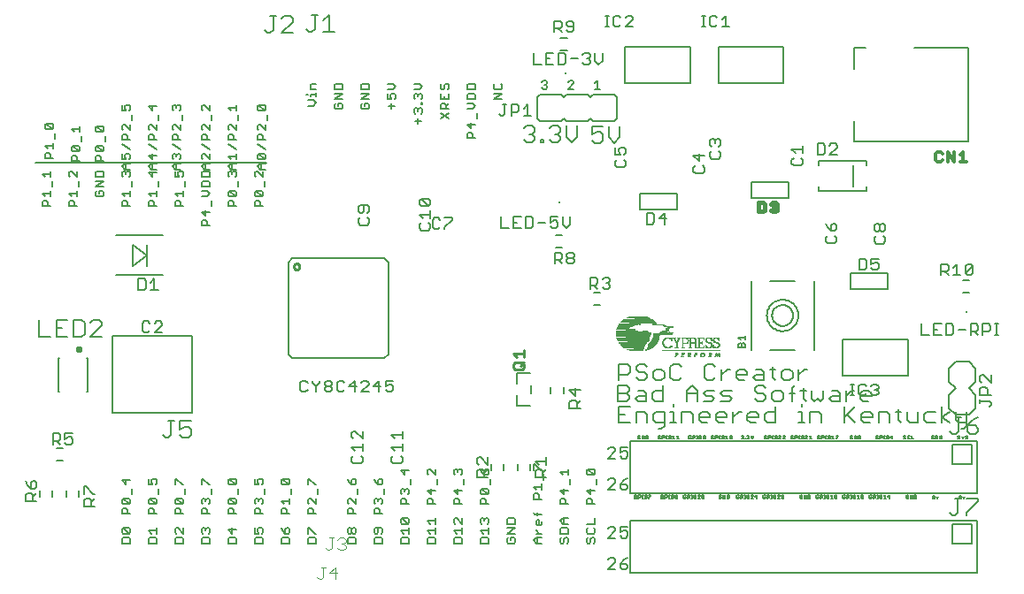
<source format=gto>
G75*
G70*
%OFA0B0*%
%FSLAX24Y24*%
%IPPOS*%
%LPD*%
%AMOC8*
5,1,8,0,0,1.08239X$1,22.5*
%
%ADD10C,0.0080*%
%ADD11C,0.0130*%
%ADD12C,0.0100*%
%ADD13C,0.0160*%
%ADD14R,0.0079X0.0079*%
%ADD15C,0.0120*%
%ADD16C,0.0090*%
%ADD17C,0.0050*%
%ADD18R,0.0010X0.0010*%
%ADD19C,0.0060*%
%ADD20C,0.0040*%
D10*
X004500Y004277D02*
X004500Y004437D01*
X004553Y004490D01*
X004767Y004490D01*
X004820Y004437D01*
X004820Y004277D01*
X004500Y004277D01*
X004553Y004645D02*
X004500Y004699D01*
X004500Y004805D01*
X004553Y004859D01*
X004767Y004645D01*
X004820Y004699D01*
X004820Y004805D01*
X004767Y004859D01*
X004553Y004859D01*
X004553Y004645D02*
X004767Y004645D01*
X005500Y004752D02*
X005820Y004752D01*
X005820Y004645D02*
X005820Y004859D01*
X005606Y004645D02*
X005500Y004752D01*
X005553Y004490D02*
X005500Y004437D01*
X005500Y004277D01*
X005820Y004277D01*
X005820Y004437D01*
X005767Y004490D01*
X005553Y004490D01*
X006500Y004437D02*
X006500Y004277D01*
X006820Y004277D01*
X006820Y004437D01*
X006767Y004490D01*
X006553Y004490D01*
X006500Y004437D01*
X006553Y004645D02*
X006500Y004699D01*
X006500Y004805D01*
X006553Y004859D01*
X006606Y004859D01*
X006820Y004645D01*
X006820Y004859D01*
X006820Y005382D02*
X006500Y005382D01*
X006500Y005542D01*
X006553Y005595D01*
X006660Y005595D01*
X006713Y005542D01*
X006713Y005382D01*
X006767Y005750D02*
X006553Y005964D01*
X006767Y005964D01*
X006820Y005910D01*
X006820Y005803D01*
X006767Y005750D01*
X006553Y005750D01*
X006500Y005803D01*
X006500Y005910D01*
X006553Y005964D01*
X006873Y006118D02*
X006873Y006332D01*
X006820Y006487D02*
X006767Y006487D01*
X006553Y006700D01*
X006500Y006700D01*
X006500Y006487D01*
X005873Y006332D02*
X005873Y006118D01*
X005767Y005964D02*
X005553Y005964D01*
X005767Y005750D01*
X005820Y005803D01*
X005820Y005910D01*
X005767Y005964D01*
X005553Y005964D02*
X005500Y005910D01*
X005500Y005803D01*
X005553Y005750D01*
X005767Y005750D01*
X005660Y005595D02*
X005713Y005542D01*
X005713Y005382D01*
X005820Y005382D02*
X005500Y005382D01*
X005500Y005542D01*
X005553Y005595D01*
X005660Y005595D01*
X004820Y005803D02*
X004767Y005750D01*
X004553Y005964D01*
X004767Y005964D01*
X004820Y005910D01*
X004820Y005803D01*
X004767Y005750D02*
X004553Y005750D01*
X004500Y005803D01*
X004500Y005910D01*
X004553Y005964D01*
X004873Y006118D02*
X004873Y006332D01*
X004660Y006487D02*
X004660Y006700D01*
X004820Y006647D02*
X004500Y006647D01*
X004660Y006487D01*
X005500Y006487D02*
X005660Y006487D01*
X005606Y006593D01*
X005606Y006647D01*
X005660Y006700D01*
X005767Y006700D01*
X005820Y006647D01*
X005820Y006540D01*
X005767Y006487D01*
X005500Y006487D02*
X005500Y006700D01*
X004660Y005595D02*
X004713Y005542D01*
X004713Y005382D01*
X004820Y005382D02*
X004500Y005382D01*
X004500Y005542D01*
X004553Y005595D01*
X004660Y005595D01*
X003495Y005677D02*
X003075Y005677D01*
X003075Y005887D01*
X003145Y005957D01*
X003285Y005957D01*
X003355Y005887D01*
X003355Y005677D01*
X003355Y005817D02*
X003495Y005957D01*
X003495Y006137D02*
X003425Y006137D01*
X003145Y006417D01*
X003075Y006417D01*
X003075Y006137D01*
X002896Y006019D02*
X002896Y006255D01*
X002424Y006255D02*
X002424Y006019D01*
X001896Y006019D02*
X001896Y006255D01*
X001424Y006255D02*
X001424Y006019D01*
X001295Y006157D02*
X001155Y006017D01*
X001155Y006087D02*
X001155Y005877D01*
X001295Y005877D02*
X000875Y005877D01*
X000875Y006087D01*
X000945Y006157D01*
X001085Y006157D01*
X001155Y006087D01*
X001225Y006337D02*
X001295Y006407D01*
X001295Y006547D01*
X001225Y006617D01*
X001155Y006617D01*
X001085Y006547D01*
X001085Y006337D01*
X001225Y006337D01*
X001085Y006337D02*
X000945Y006477D01*
X000875Y006617D01*
X002042Y007401D02*
X002278Y007401D01*
X002278Y007873D02*
X002042Y007873D01*
X002180Y008002D02*
X002040Y008142D01*
X002110Y008142D02*
X001900Y008142D01*
X001900Y008002D02*
X001900Y008422D01*
X002110Y008422D01*
X002180Y008352D01*
X002180Y008212D01*
X002110Y008142D01*
X002360Y008212D02*
X002360Y008422D01*
X002641Y008422D01*
X002571Y008282D02*
X002641Y008212D01*
X002641Y008072D01*
X002571Y008002D01*
X002430Y008002D01*
X002360Y008072D01*
X002360Y008212D02*
X002501Y008282D01*
X002571Y008282D01*
X004160Y009187D02*
X004160Y012087D01*
X007160Y012087D01*
X007160Y009187D01*
X004160Y009187D01*
X003211Y010007D02*
X003172Y010007D01*
X003211Y010007D02*
X003211Y011267D01*
X003172Y011267D01*
X002148Y011267D02*
X002109Y011267D01*
X002109Y010007D01*
X002148Y010007D01*
X005279Y012297D02*
X005349Y012227D01*
X005489Y012227D01*
X005559Y012297D01*
X005740Y012227D02*
X006020Y012507D01*
X006020Y012577D01*
X005950Y012647D01*
X005810Y012647D01*
X005740Y012577D01*
X005559Y012577D02*
X005489Y012647D01*
X005349Y012647D01*
X005279Y012577D01*
X005279Y012297D01*
X005740Y012227D02*
X006020Y012227D01*
X005870Y013827D02*
X005590Y013827D01*
X005730Y013827D02*
X005730Y014247D01*
X005590Y014107D01*
X005409Y014177D02*
X005409Y013897D01*
X005339Y013827D01*
X005129Y013827D01*
X005129Y014247D01*
X005339Y014247D01*
X005409Y014177D01*
X005447Y014743D02*
X005447Y015531D01*
X005447Y015137D02*
X004907Y015531D01*
X004907Y014743D01*
X005447Y015137D01*
X006050Y015887D02*
X004270Y015887D01*
X004500Y016984D02*
X004500Y017144D01*
X004553Y017197D01*
X004660Y017197D01*
X004713Y017144D01*
X004713Y016984D01*
X004820Y016984D02*
X004500Y016984D01*
X004606Y017352D02*
X004500Y017459D01*
X004820Y017459D01*
X004820Y017565D02*
X004820Y017352D01*
X005500Y017459D02*
X005820Y017459D01*
X005820Y017565D02*
X005820Y017352D01*
X005606Y017352D02*
X005500Y017459D01*
X005553Y017197D02*
X005660Y017197D01*
X005713Y017144D01*
X005713Y016984D01*
X005820Y016984D02*
X005500Y016984D01*
X005500Y017144D01*
X005553Y017197D01*
X005873Y017720D02*
X005873Y017934D01*
X005660Y018088D02*
X005660Y018302D01*
X005660Y018379D02*
X005660Y018592D01*
X005606Y018592D02*
X005820Y018592D01*
X005820Y018379D02*
X005606Y018379D01*
X005500Y018485D01*
X005606Y018592D01*
X005660Y018747D02*
X005660Y018960D01*
X005820Y018907D02*
X005500Y018907D01*
X005660Y018747D01*
X005820Y019115D02*
X005500Y019329D01*
X005500Y019484D02*
X005500Y019644D01*
X005553Y019697D01*
X005660Y019697D01*
X005713Y019644D01*
X005713Y019484D01*
X005820Y019484D02*
X005500Y019484D01*
X005553Y019852D02*
X005500Y019905D01*
X005500Y020012D01*
X005553Y020065D01*
X005606Y020065D01*
X005820Y019852D01*
X005820Y020065D01*
X005873Y020220D02*
X005873Y020434D01*
X005660Y020588D02*
X005660Y020802D01*
X005820Y020749D02*
X005500Y020749D01*
X005660Y020588D01*
X006400Y020642D02*
X006400Y020749D01*
X006453Y020802D01*
X006506Y020802D01*
X006560Y020749D01*
X006613Y020802D01*
X006667Y020802D01*
X006720Y020749D01*
X006720Y020642D01*
X006667Y020588D01*
X006560Y020695D02*
X006560Y020749D01*
X006400Y020642D02*
X006453Y020588D01*
X006773Y020434D02*
X006773Y020220D01*
X006720Y020065D02*
X006720Y019852D01*
X006506Y020065D01*
X006453Y020065D01*
X006400Y020012D01*
X006400Y019905D01*
X006453Y019852D01*
X006453Y019697D02*
X006560Y019697D01*
X006613Y019644D01*
X006613Y019484D01*
X006720Y019484D02*
X006400Y019484D01*
X006400Y019644D01*
X006453Y019697D01*
X006400Y019329D02*
X006720Y019115D01*
X006667Y018960D02*
X006720Y018907D01*
X006720Y018800D01*
X006667Y018747D01*
X006560Y018854D02*
X006560Y018907D01*
X006613Y018960D01*
X006667Y018960D01*
X006560Y018907D02*
X006506Y018960D01*
X006453Y018960D01*
X006400Y018907D01*
X006400Y018800D01*
X006453Y018747D01*
X006506Y018592D02*
X006400Y018485D01*
X006506Y018379D01*
X006720Y018379D01*
X006767Y018302D02*
X006820Y018249D01*
X006820Y018142D01*
X006767Y018088D01*
X006660Y018088D02*
X006606Y018195D01*
X006606Y018249D01*
X006660Y018302D01*
X006767Y018302D01*
X006560Y018379D02*
X006560Y018592D01*
X006506Y018592D02*
X006720Y018592D01*
X006500Y018302D02*
X006500Y018088D01*
X006660Y018088D01*
X006873Y017934D02*
X006873Y017720D01*
X006820Y017565D02*
X006820Y017352D01*
X006820Y017459D02*
X006500Y017459D01*
X006606Y017352D01*
X006553Y017197D02*
X006660Y017197D01*
X006713Y017144D01*
X006713Y016984D01*
X006820Y016984D02*
X006500Y016984D01*
X006500Y017144D01*
X006553Y017197D01*
X007500Y017352D02*
X007713Y017352D01*
X007820Y017459D01*
X007713Y017565D01*
X007500Y017565D01*
X007500Y017720D02*
X007500Y017880D01*
X007553Y017934D01*
X007767Y017934D01*
X007820Y017880D01*
X007820Y017720D01*
X007500Y017720D01*
X007500Y018088D02*
X007500Y018249D01*
X007553Y018302D01*
X007767Y018302D01*
X007820Y018249D01*
X007820Y018088D01*
X007500Y018088D01*
X007606Y018379D02*
X007500Y018485D01*
X007606Y018592D01*
X007820Y018592D01*
X007820Y018747D02*
X007606Y018960D01*
X007553Y018960D01*
X007500Y018907D01*
X007500Y018800D01*
X007553Y018747D01*
X007660Y018592D02*
X007660Y018379D01*
X007606Y018379D02*
X007820Y018379D01*
X008500Y018485D02*
X008606Y018592D01*
X008820Y018592D01*
X008820Y018747D02*
X008820Y018960D01*
X008820Y018854D02*
X008500Y018854D01*
X008606Y018747D01*
X008660Y018592D02*
X008660Y018379D01*
X008606Y018379D02*
X008820Y018379D01*
X008767Y018302D02*
X008820Y018249D01*
X008820Y018142D01*
X008767Y018088D01*
X008660Y018195D02*
X008660Y018249D01*
X008713Y018302D01*
X008767Y018302D01*
X008660Y018249D02*
X008606Y018302D01*
X008553Y018302D01*
X008500Y018249D01*
X008500Y018142D01*
X008553Y018088D01*
X008606Y018379D02*
X008500Y018485D01*
X007820Y018747D02*
X007820Y018960D01*
X007820Y019115D02*
X007500Y019329D01*
X007500Y019484D02*
X007500Y019644D01*
X007553Y019697D01*
X007660Y019697D01*
X007713Y019644D01*
X007713Y019484D01*
X007820Y019484D02*
X007500Y019484D01*
X007553Y019852D02*
X007500Y019905D01*
X007500Y020012D01*
X007553Y020065D01*
X007606Y020065D01*
X007820Y019852D01*
X007820Y020065D01*
X007873Y020220D02*
X007873Y020434D01*
X007820Y020588D02*
X007606Y020802D01*
X007553Y020802D01*
X007500Y020749D01*
X007500Y020642D01*
X007553Y020588D01*
X007820Y020588D02*
X007820Y020802D01*
X008500Y020695D02*
X008606Y020588D01*
X008500Y020695D02*
X008820Y020695D01*
X008820Y020588D02*
X008820Y020802D01*
X008873Y020434D02*
X008873Y020220D01*
X008820Y020065D02*
X008820Y019852D01*
X008606Y020065D01*
X008553Y020065D01*
X008500Y020012D01*
X008500Y019905D01*
X008553Y019852D01*
X008553Y019697D02*
X008660Y019697D01*
X008713Y019644D01*
X008713Y019484D01*
X008820Y019484D02*
X008500Y019484D01*
X008500Y019644D01*
X008553Y019697D01*
X008500Y019329D02*
X008820Y019115D01*
X009600Y018907D02*
X009600Y018800D01*
X009653Y018747D01*
X009867Y018747D01*
X009653Y018960D01*
X009867Y018960D01*
X009920Y018907D01*
X009920Y018800D01*
X009867Y018747D01*
X009960Y018637D02*
X001260Y018637D01*
X001600Y018784D02*
X001600Y018944D01*
X001653Y018997D01*
X001760Y018997D01*
X001813Y018944D01*
X001813Y018784D01*
X001920Y018784D02*
X001600Y018784D01*
X001706Y019152D02*
X001600Y019259D01*
X001920Y019259D01*
X001920Y019365D02*
X001920Y019152D01*
X001973Y019520D02*
X001973Y019734D01*
X001867Y019888D02*
X001653Y020102D01*
X001867Y020102D01*
X001920Y020049D01*
X001920Y019942D01*
X001867Y019888D01*
X001653Y019888D01*
X001600Y019942D01*
X001600Y020049D01*
X001653Y020102D01*
X002600Y019895D02*
X002920Y019895D01*
X002920Y019788D02*
X002920Y020002D01*
X002706Y019788D02*
X002600Y019895D01*
X002973Y019634D02*
X002973Y019420D01*
X002867Y019265D02*
X002920Y019212D01*
X002920Y019105D01*
X002867Y019052D01*
X002653Y019265D01*
X002867Y019265D01*
X002867Y019052D02*
X002653Y019052D01*
X002600Y019105D01*
X002600Y019212D01*
X002653Y019265D01*
X002653Y018897D02*
X002760Y018897D01*
X002813Y018844D01*
X002813Y018684D01*
X002920Y018684D02*
X002600Y018684D01*
X002600Y018844D01*
X002653Y018897D01*
X003500Y018844D02*
X003553Y018897D01*
X003660Y018897D01*
X003713Y018844D01*
X003713Y018684D01*
X003820Y018684D02*
X003500Y018684D01*
X003500Y018844D01*
X003553Y019052D02*
X003500Y019105D01*
X003500Y019212D01*
X003553Y019265D01*
X003767Y019052D01*
X003820Y019105D01*
X003820Y019212D01*
X003767Y019265D01*
X003553Y019265D01*
X003553Y019052D02*
X003767Y019052D01*
X003873Y019420D02*
X003873Y019634D01*
X003767Y019788D02*
X003553Y020002D01*
X003767Y020002D01*
X003820Y019949D01*
X003820Y019842D01*
X003767Y019788D01*
X003553Y019788D01*
X003500Y019842D01*
X003500Y019949D01*
X003553Y020002D01*
X004500Y020012D02*
X004500Y019905D01*
X004553Y019852D01*
X004553Y019697D02*
X004660Y019697D01*
X004713Y019644D01*
X004713Y019484D01*
X004820Y019484D02*
X004500Y019484D01*
X004500Y019644D01*
X004553Y019697D01*
X004820Y019852D02*
X004606Y020065D01*
X004553Y020065D01*
X004500Y020012D01*
X004820Y020065D02*
X004820Y019852D01*
X004873Y020220D02*
X004873Y020434D01*
X004767Y020588D02*
X004820Y020642D01*
X004820Y020749D01*
X004767Y020802D01*
X004660Y020802D01*
X004606Y020749D01*
X004606Y020695D01*
X004660Y020588D01*
X004500Y020588D01*
X004500Y020802D01*
X004500Y019329D02*
X004820Y019115D01*
X004767Y018960D02*
X004820Y018907D01*
X004820Y018800D01*
X004767Y018747D01*
X004660Y018747D02*
X004606Y018854D01*
X004606Y018907D01*
X004660Y018960D01*
X004767Y018960D01*
X004660Y018747D02*
X004500Y018747D01*
X004500Y018960D01*
X004606Y018592D02*
X004820Y018592D01*
X004660Y018592D02*
X004660Y018379D01*
X004606Y018379D02*
X004500Y018485D01*
X004606Y018592D01*
X004606Y018379D02*
X004820Y018379D01*
X004767Y018302D02*
X004820Y018249D01*
X004820Y018142D01*
X004767Y018088D01*
X004660Y018195D02*
X004660Y018249D01*
X004713Y018302D01*
X004767Y018302D01*
X004660Y018249D02*
X004606Y018302D01*
X004553Y018302D01*
X004500Y018249D01*
X004500Y018142D01*
X004553Y018088D01*
X004873Y017934D02*
X004873Y017720D01*
X005500Y018249D02*
X005660Y018088D01*
X005820Y018249D02*
X005500Y018249D01*
X003820Y018249D02*
X003820Y018088D01*
X003500Y018088D01*
X003500Y018249D01*
X003553Y018302D01*
X003767Y018302D01*
X003820Y018249D01*
X003820Y017934D02*
X003500Y017934D01*
X003500Y017720D02*
X003820Y017934D01*
X003820Y017720D02*
X003500Y017720D01*
X003553Y017565D02*
X003500Y017512D01*
X003500Y017405D01*
X003553Y017352D01*
X003767Y017352D01*
X003820Y017405D01*
X003820Y017512D01*
X003767Y017565D01*
X003660Y017565D01*
X003660Y017459D01*
X002873Y017720D02*
X002873Y017934D01*
X002820Y018088D02*
X002606Y018302D01*
X002553Y018302D01*
X002500Y018249D01*
X002500Y018142D01*
X002553Y018088D01*
X002820Y018088D02*
X002820Y018302D01*
X001820Y018302D02*
X001820Y018088D01*
X001820Y018195D02*
X001500Y018195D01*
X001606Y018088D01*
X001873Y017934D02*
X001873Y017720D01*
X001820Y017565D02*
X001820Y017352D01*
X001820Y017459D02*
X001500Y017459D01*
X001606Y017352D01*
X001553Y017197D02*
X001660Y017197D01*
X001713Y017144D01*
X001713Y016984D01*
X001820Y016984D02*
X001500Y016984D01*
X001500Y017144D01*
X001553Y017197D01*
X002500Y017144D02*
X002500Y016984D01*
X002820Y016984D01*
X002713Y016984D02*
X002713Y017144D01*
X002660Y017197D01*
X002553Y017197D01*
X002500Y017144D01*
X002606Y017352D02*
X002500Y017459D01*
X002820Y017459D01*
X002820Y017565D02*
X002820Y017352D01*
X004270Y014387D02*
X006050Y014387D01*
X007500Y016247D02*
X007500Y016407D01*
X007553Y016460D01*
X007660Y016460D01*
X007713Y016407D01*
X007713Y016247D01*
X007820Y016247D02*
X007500Y016247D01*
X007660Y016615D02*
X007660Y016829D01*
X007820Y016775D02*
X007500Y016775D01*
X007660Y016615D01*
X007873Y016984D02*
X007873Y017197D01*
X008500Y017144D02*
X008500Y016984D01*
X008820Y016984D01*
X008713Y016984D02*
X008713Y017144D01*
X008660Y017197D01*
X008553Y017197D01*
X008500Y017144D01*
X008553Y017352D02*
X008500Y017405D01*
X008500Y017512D01*
X008553Y017565D01*
X008767Y017352D01*
X008820Y017405D01*
X008820Y017512D01*
X008767Y017565D01*
X008553Y017565D01*
X008553Y017352D02*
X008767Y017352D01*
X008873Y017720D02*
X008873Y017934D01*
X009500Y018142D02*
X009553Y018088D01*
X009500Y018142D02*
X009500Y018249D01*
X009553Y018302D01*
X009606Y018302D01*
X009820Y018088D01*
X009820Y018302D01*
X009760Y018379D02*
X009760Y018592D01*
X009706Y018592D02*
X009920Y018592D01*
X009920Y018379D02*
X009706Y018379D01*
X009600Y018485D01*
X009706Y018592D01*
X009600Y018907D02*
X009653Y018960D01*
X009920Y019115D02*
X009600Y019329D01*
X009600Y019484D02*
X009600Y019644D01*
X009653Y019697D01*
X009760Y019697D01*
X009813Y019644D01*
X009813Y019484D01*
X009920Y019484D02*
X009600Y019484D01*
X009653Y019852D02*
X009600Y019905D01*
X009600Y020012D01*
X009653Y020065D01*
X009706Y020065D01*
X009920Y019852D01*
X009920Y020065D01*
X009973Y020220D02*
X009973Y020434D01*
X009867Y020588D02*
X009920Y020642D01*
X009920Y020749D01*
X009867Y020802D01*
X009653Y020802D01*
X009867Y020588D01*
X009653Y020588D01*
X009600Y020642D01*
X009600Y020749D01*
X009653Y020802D01*
X011446Y021196D02*
X011500Y021196D01*
X011606Y021196D02*
X011820Y021196D01*
X011820Y021143D02*
X011820Y021250D01*
X011820Y021388D02*
X011606Y021388D01*
X011606Y021549D01*
X011660Y021602D01*
X011820Y021602D01*
X011606Y021196D02*
X011606Y021143D01*
X011500Y020988D02*
X011713Y020988D01*
X011820Y020881D01*
X011713Y020775D01*
X011500Y020775D01*
X012500Y020812D02*
X012500Y020705D01*
X012553Y020652D01*
X012767Y020652D01*
X012820Y020705D01*
X012820Y020812D01*
X012767Y020865D01*
X012660Y020865D01*
X012660Y020759D01*
X012553Y020865D02*
X012500Y020812D01*
X012500Y021020D02*
X012820Y021234D01*
X012500Y021234D01*
X012500Y021388D02*
X012500Y021549D01*
X012553Y021602D01*
X012767Y021602D01*
X012820Y021549D01*
X012820Y021388D01*
X012500Y021388D01*
X012500Y021020D02*
X012820Y021020D01*
X013500Y021020D02*
X013820Y021234D01*
X013500Y021234D01*
X013500Y021388D02*
X013500Y021549D01*
X013553Y021602D01*
X013767Y021602D01*
X013820Y021549D01*
X013820Y021388D01*
X013500Y021388D01*
X013500Y021020D02*
X013820Y021020D01*
X013767Y020865D02*
X013660Y020865D01*
X013660Y020759D01*
X013767Y020865D02*
X013820Y020812D01*
X013820Y020705D01*
X013767Y020652D01*
X013553Y020652D01*
X013500Y020705D01*
X013500Y020812D01*
X013553Y020865D01*
X014500Y021020D02*
X014500Y021234D01*
X014606Y021180D02*
X014660Y021234D01*
X014767Y021234D01*
X014820Y021180D01*
X014820Y021074D01*
X014767Y021020D01*
X014660Y021020D02*
X014606Y021127D01*
X014606Y021180D01*
X014660Y021020D02*
X014500Y021020D01*
X014660Y020865D02*
X014660Y020652D01*
X014553Y020759D02*
X014767Y020759D01*
X015500Y020628D02*
X015553Y020681D01*
X015606Y020681D01*
X015660Y020628D01*
X015713Y020681D01*
X015767Y020681D01*
X015820Y020628D01*
X015820Y020521D01*
X015767Y020468D01*
X015660Y020574D02*
X015660Y020628D01*
X015500Y020628D02*
X015500Y020521D01*
X015553Y020468D01*
X015660Y020313D02*
X015660Y020099D01*
X015553Y020206D02*
X015767Y020206D01*
X015767Y020836D02*
X015767Y020889D01*
X015820Y020889D01*
X015820Y020836D01*
X015767Y020836D01*
X015767Y021020D02*
X015820Y021074D01*
X015820Y021180D01*
X015767Y021234D01*
X015713Y021234D01*
X015660Y021180D01*
X015660Y021127D01*
X015660Y021180D02*
X015606Y021234D01*
X015553Y021234D01*
X015500Y021180D01*
X015500Y021074D01*
X015553Y021020D01*
X015500Y021388D02*
X015713Y021388D01*
X015820Y021495D01*
X015713Y021602D01*
X015500Y021602D01*
X014820Y021495D02*
X014713Y021388D01*
X014500Y021388D01*
X014500Y021602D02*
X014713Y021602D01*
X014820Y021495D01*
X016500Y021442D02*
X016553Y021388D01*
X016606Y021388D01*
X016660Y021442D01*
X016660Y021549D01*
X016713Y021602D01*
X016767Y021602D01*
X016820Y021549D01*
X016820Y021442D01*
X016767Y021388D01*
X016820Y021234D02*
X016820Y021020D01*
X016500Y021020D01*
X016500Y021234D01*
X016660Y021127D02*
X016660Y021020D01*
X016660Y020865D02*
X016713Y020812D01*
X016713Y020652D01*
X016713Y020759D02*
X016820Y020865D01*
X016660Y020865D02*
X016553Y020865D01*
X016500Y020812D01*
X016500Y020652D01*
X016820Y020652D01*
X016820Y020497D02*
X016500Y020284D01*
X016500Y020497D02*
X016820Y020284D01*
X017500Y020075D02*
X017660Y019915D01*
X017660Y020129D01*
X017820Y020075D02*
X017500Y020075D01*
X017553Y019760D02*
X017660Y019760D01*
X017713Y019707D01*
X017713Y019547D01*
X017820Y019547D02*
X017500Y019547D01*
X017500Y019707D01*
X017553Y019760D01*
X017873Y020284D02*
X017873Y020497D01*
X017713Y020652D02*
X017820Y020759D01*
X017713Y020865D01*
X017500Y020865D01*
X017500Y021020D02*
X017500Y021180D01*
X017553Y021234D01*
X017767Y021234D01*
X017820Y021180D01*
X017820Y021020D01*
X017500Y021020D01*
X017500Y021388D02*
X017500Y021549D01*
X017553Y021602D01*
X017767Y021602D01*
X017820Y021549D01*
X017820Y021388D01*
X017500Y021388D01*
X016553Y021602D02*
X016500Y021549D01*
X016500Y021442D01*
X017500Y020652D02*
X017713Y020652D01*
X018500Y021020D02*
X018820Y021234D01*
X018500Y021234D01*
X018553Y021388D02*
X018500Y021442D01*
X018500Y021549D01*
X018553Y021602D01*
X018553Y021388D02*
X018767Y021388D01*
X018820Y021442D01*
X018820Y021549D01*
X018767Y021602D01*
X018820Y021020D02*
X018500Y021020D01*
X018859Y020817D02*
X018999Y020817D01*
X018929Y020817D02*
X018929Y020467D01*
X018859Y020397D01*
X018789Y020397D01*
X018719Y020467D01*
X019179Y020537D02*
X019389Y020537D01*
X019459Y020607D01*
X019459Y020747D01*
X019389Y020817D01*
X019179Y020817D01*
X019179Y020397D01*
X019640Y020397D02*
X019920Y020397D01*
X019780Y020397D02*
X019780Y020817D01*
X019640Y020677D01*
X020140Y020307D02*
X020140Y021107D01*
X020240Y021207D01*
X021040Y021207D01*
X021140Y021107D01*
X021240Y021207D01*
X022040Y021207D01*
X022140Y021107D01*
X022240Y021207D01*
X023040Y021207D01*
X023140Y021107D01*
X023140Y020307D01*
X023040Y020207D01*
X022240Y020207D01*
X022140Y020307D01*
X022040Y020207D01*
X021240Y020207D01*
X021140Y020307D01*
X021040Y020207D01*
X020240Y020207D01*
X020140Y020307D01*
X019950Y020017D02*
X019743Y020017D01*
X019640Y019914D01*
X019847Y019707D02*
X019950Y019707D01*
X020054Y019604D01*
X020054Y019500D01*
X019950Y019397D01*
X019743Y019397D01*
X019640Y019500D01*
X019950Y019707D02*
X020054Y019810D01*
X020054Y019914D01*
X019950Y020017D01*
X020607Y019914D02*
X020710Y020017D01*
X020917Y020017D01*
X021021Y019914D01*
X021021Y019810D01*
X020917Y019707D01*
X021021Y019604D01*
X021021Y019500D01*
X020917Y019397D01*
X020710Y019397D01*
X020607Y019500D01*
X020388Y019500D02*
X020388Y019397D01*
X020285Y019397D01*
X020285Y019500D01*
X020388Y019500D01*
X020814Y019707D02*
X020917Y019707D01*
X021251Y019604D02*
X021458Y019397D01*
X021665Y019604D01*
X021665Y020017D01*
X021251Y020017D02*
X021251Y019604D01*
X022200Y019687D02*
X022200Y019997D01*
X022614Y019997D01*
X022845Y019997D02*
X022845Y019584D01*
X023051Y019377D01*
X023258Y019584D01*
X023258Y019997D01*
X022614Y019687D02*
X022614Y019480D01*
X022510Y019377D01*
X022303Y019377D01*
X022200Y019480D01*
X022200Y019687D02*
X022407Y019790D01*
X022510Y019790D01*
X022614Y019687D01*
X023070Y019197D02*
X023070Y018917D01*
X023280Y018917D01*
X023210Y019057D01*
X023210Y019127D01*
X023280Y019197D01*
X023420Y019197D01*
X023490Y019127D01*
X023490Y018987D01*
X023420Y018917D01*
X023420Y018737D02*
X023490Y018667D01*
X023490Y018527D01*
X023420Y018457D01*
X023140Y018457D01*
X023070Y018527D01*
X023070Y018667D01*
X023140Y018737D01*
X024020Y017467D02*
X025420Y017467D01*
X025420Y016867D01*
X024020Y016867D01*
X024020Y017467D01*
X024272Y016733D02*
X024482Y016733D01*
X024553Y016663D01*
X024553Y016383D01*
X024482Y016313D01*
X024272Y016313D01*
X024272Y016733D01*
X024733Y016523D02*
X025013Y016523D01*
X024943Y016313D02*
X024943Y016733D01*
X024733Y016523D01*
X026100Y018236D02*
X026380Y018236D01*
X026450Y018306D01*
X026450Y018446D01*
X026380Y018516D01*
X026240Y018696D02*
X026240Y018977D01*
X026450Y018907D02*
X026030Y018907D01*
X026240Y018696D01*
X026100Y018516D02*
X026030Y018446D01*
X026030Y018306D01*
X026100Y018236D01*
X026710Y018777D02*
X026990Y018777D01*
X027060Y018847D01*
X027060Y018987D01*
X026990Y019057D01*
X026990Y019237D02*
X027060Y019307D01*
X027060Y019447D01*
X026990Y019517D01*
X026920Y019517D01*
X026850Y019447D01*
X026850Y019377D01*
X026850Y019447D02*
X026780Y019517D01*
X026710Y019517D01*
X026640Y019447D01*
X026640Y019307D01*
X026710Y019237D01*
X026710Y019057D02*
X026640Y018987D01*
X026640Y018847D01*
X026710Y018777D01*
X028200Y017897D02*
X029600Y017897D01*
X029600Y017297D01*
X028200Y017297D01*
X028200Y017897D01*
X029730Y018596D02*
X029730Y018736D01*
X029800Y018806D01*
X029870Y018986D02*
X029730Y019127D01*
X030150Y019127D01*
X030150Y019267D02*
X030150Y018986D01*
X030080Y018806D02*
X030150Y018736D01*
X030150Y018596D01*
X030080Y018526D01*
X029800Y018526D01*
X029730Y018596D01*
X030700Y018927D02*
X030700Y019347D01*
X030910Y019347D01*
X030980Y019277D01*
X030980Y018997D01*
X030910Y018927D01*
X030700Y018927D01*
X030754Y018708D02*
X032566Y018708D01*
X032566Y018531D01*
X032054Y018531D02*
X032054Y017743D01*
X032566Y017743D02*
X032566Y017566D01*
X030754Y017566D01*
X030754Y017743D01*
X030754Y018531D02*
X030754Y018708D01*
X031160Y018927D02*
X031441Y019207D01*
X031441Y019277D01*
X031371Y019347D01*
X031230Y019347D01*
X031160Y019277D01*
X031160Y018927D02*
X031441Y018927D01*
X032079Y019435D02*
X032079Y020183D01*
X032079Y019435D02*
X036371Y019435D01*
X036371Y022978D01*
X034363Y022978D01*
X032513Y022978D02*
X032079Y022978D01*
X032079Y022152D01*
X029430Y021636D02*
X026970Y021636D01*
X026970Y022998D01*
X029430Y022998D01*
X029430Y021636D01*
X025900Y021636D02*
X023440Y021636D01*
X023440Y022998D01*
X025900Y022998D01*
X025900Y021636D01*
X022528Y021407D02*
X022321Y021407D01*
X022424Y021407D02*
X022424Y021717D01*
X022321Y021614D01*
X021528Y021614D02*
X021321Y021407D01*
X021528Y021407D01*
X021528Y021614D02*
X021528Y021665D01*
X021476Y021717D01*
X021373Y021717D01*
X021321Y021665D01*
X020528Y021665D02*
X020528Y021614D01*
X020476Y021562D01*
X020528Y021510D01*
X020528Y021459D01*
X020476Y021407D01*
X020373Y021407D01*
X020321Y021459D01*
X020424Y021562D02*
X020476Y021562D01*
X020528Y021665D02*
X020476Y021717D01*
X020373Y021717D01*
X020321Y021665D01*
X020300Y022337D02*
X020020Y022337D01*
X020020Y022757D01*
X020480Y022757D02*
X020480Y022337D01*
X020761Y022337D01*
X020941Y022337D02*
X021151Y022337D01*
X021221Y022407D01*
X021221Y022687D01*
X021151Y022757D01*
X020941Y022757D01*
X020941Y022337D01*
X020621Y022547D02*
X020480Y022547D01*
X020480Y022757D02*
X020761Y022757D01*
X021032Y022851D02*
X021268Y022851D01*
X021401Y022547D02*
X021681Y022547D01*
X021862Y022687D02*
X021932Y022757D01*
X022072Y022757D01*
X022142Y022687D01*
X022142Y022617D01*
X022072Y022547D01*
X022142Y022477D01*
X022142Y022407D01*
X022072Y022337D01*
X021932Y022337D01*
X021862Y022407D01*
X022002Y022547D02*
X022072Y022547D01*
X022322Y022477D02*
X022462Y022337D01*
X022602Y022477D01*
X022602Y022757D01*
X022322Y022757D02*
X022322Y022477D01*
X021268Y023323D02*
X021032Y023323D01*
X021070Y023552D02*
X020930Y023692D01*
X021000Y023692D02*
X020790Y023692D01*
X020790Y023552D02*
X020790Y023972D01*
X021000Y023972D01*
X021070Y023902D01*
X021070Y023762D01*
X021000Y023692D01*
X021250Y023622D02*
X021320Y023552D01*
X021461Y023552D01*
X021531Y023622D01*
X021531Y023902D01*
X021461Y023972D01*
X021320Y023972D01*
X021250Y023902D01*
X021250Y023832D01*
X021320Y023762D01*
X021531Y023762D01*
X022710Y023757D02*
X022850Y023757D01*
X022780Y023757D02*
X022780Y024177D01*
X022710Y024177D02*
X022850Y024177D01*
X023017Y024107D02*
X023017Y023827D01*
X023087Y023757D01*
X023227Y023757D01*
X023297Y023827D01*
X023477Y023757D02*
X023758Y024037D01*
X023758Y024107D01*
X023688Y024177D01*
X023547Y024177D01*
X023477Y024107D01*
X023297Y024107D02*
X023227Y024177D01*
X023087Y024177D01*
X023017Y024107D01*
X023477Y023757D02*
X023758Y023757D01*
X026340Y023757D02*
X026480Y023757D01*
X026410Y023757D02*
X026410Y024177D01*
X026340Y024177D02*
X026480Y024177D01*
X026647Y024107D02*
X026647Y023827D01*
X026717Y023757D01*
X026857Y023757D01*
X026927Y023827D01*
X027107Y023757D02*
X027388Y023757D01*
X027247Y023757D02*
X027247Y024177D01*
X027107Y024037D01*
X026927Y024107D02*
X026857Y024177D01*
X026717Y024177D01*
X026647Y024107D01*
X016120Y017208D02*
X016120Y017068D01*
X016050Y016998D01*
X015770Y017278D01*
X016050Y017278D01*
X016120Y017208D01*
X016050Y016998D02*
X015770Y016998D01*
X015700Y017068D01*
X015700Y017208D01*
X015770Y017278D01*
X016120Y016817D02*
X016120Y016537D01*
X016200Y016477D02*
X016200Y016197D01*
X016270Y016127D01*
X016410Y016127D01*
X016480Y016197D01*
X016660Y016197D02*
X016660Y016127D01*
X016660Y016197D02*
X016941Y016477D01*
X016941Y016547D01*
X016660Y016547D01*
X016480Y016477D02*
X016410Y016547D01*
X016270Y016547D01*
X016200Y016477D01*
X016050Y016357D02*
X016120Y016287D01*
X016120Y016147D01*
X016050Y016077D01*
X015770Y016077D01*
X015700Y016147D01*
X015700Y016287D01*
X015770Y016357D01*
X015840Y016537D02*
X015700Y016677D01*
X016120Y016677D01*
X013820Y016807D02*
X013820Y016947D01*
X013750Y017017D01*
X013470Y017017D01*
X013400Y016947D01*
X013400Y016807D01*
X013470Y016737D01*
X013540Y016737D01*
X013610Y016807D01*
X013610Y017017D01*
X013820Y016807D02*
X013750Y016737D01*
X013750Y016557D02*
X013820Y016487D01*
X013820Y016347D01*
X013750Y016277D01*
X013470Y016277D01*
X013400Y016347D01*
X013400Y016487D01*
X013470Y016557D01*
X014392Y015027D02*
X010928Y015027D01*
X010770Y014869D01*
X010770Y011405D01*
X010928Y011247D01*
X014392Y011247D01*
X014550Y011405D01*
X014550Y014869D01*
X014392Y015027D01*
X018798Y016167D02*
X019078Y016167D01*
X019258Y016167D02*
X019538Y016167D01*
X019718Y016167D02*
X019929Y016167D01*
X019999Y016237D01*
X019999Y016517D01*
X019929Y016587D01*
X019718Y016587D01*
X019718Y016167D01*
X019398Y016377D02*
X019258Y016377D01*
X019258Y016587D02*
X019258Y016167D01*
X019258Y016587D02*
X019538Y016587D01*
X020179Y016377D02*
X020459Y016377D01*
X020639Y016377D02*
X020779Y016447D01*
X020849Y016447D01*
X020919Y016377D01*
X020919Y016237D01*
X020849Y016167D01*
X020709Y016167D01*
X020639Y016237D01*
X020639Y016377D02*
X020639Y016587D01*
X020919Y016587D01*
X021100Y016587D02*
X021100Y016307D01*
X021240Y016167D01*
X021380Y016307D01*
X021380Y016587D01*
X021078Y015893D02*
X020842Y015893D01*
X020842Y015421D02*
X021078Y015421D01*
X021010Y015242D02*
X021080Y015172D01*
X021080Y015032D01*
X021010Y014962D01*
X020800Y014962D01*
X020940Y014962D02*
X021080Y014822D01*
X021260Y014892D02*
X021260Y014962D01*
X021330Y015032D01*
X021471Y015032D01*
X021541Y014962D01*
X021541Y014892D01*
X021471Y014822D01*
X021330Y014822D01*
X021260Y014892D01*
X021330Y015032D02*
X021260Y015102D01*
X021260Y015172D01*
X021330Y015242D01*
X021471Y015242D01*
X021541Y015172D01*
X021541Y015102D01*
X021471Y015032D01*
X021010Y015242D02*
X020800Y015242D01*
X020800Y014822D01*
X022140Y014292D02*
X022140Y013872D01*
X022140Y014012D02*
X022350Y014012D01*
X022420Y014082D01*
X022420Y014222D01*
X022350Y014292D01*
X022140Y014292D01*
X022280Y014012D02*
X022420Y013872D01*
X022518Y013743D02*
X022282Y013743D01*
X022600Y013942D02*
X022670Y013872D01*
X022811Y013872D01*
X022881Y013942D01*
X022881Y014012D01*
X022811Y014082D01*
X022741Y014082D01*
X022811Y014082D02*
X022881Y014152D01*
X022881Y014222D01*
X022811Y014292D01*
X022670Y014292D01*
X022600Y014222D01*
X022518Y013271D02*
X022282Y013271D01*
X023230Y011037D02*
X023540Y011037D01*
X023644Y010934D01*
X023644Y010727D01*
X023540Y010624D01*
X023230Y010624D01*
X023230Y010417D02*
X023230Y011037D01*
X023875Y010934D02*
X023875Y010830D01*
X023978Y010727D01*
X024185Y010727D01*
X024288Y010624D01*
X024288Y010520D01*
X024185Y010417D01*
X023978Y010417D01*
X023875Y010520D01*
X023500Y010237D02*
X023604Y010134D01*
X023604Y010030D01*
X023500Y009927D01*
X023190Y009927D01*
X023190Y009617D02*
X023500Y009617D01*
X023604Y009720D01*
X023604Y009824D01*
X023500Y009927D01*
X023500Y010237D02*
X023190Y010237D01*
X023190Y009617D01*
X023230Y009437D02*
X023230Y008817D01*
X023644Y008817D01*
X023875Y008817D02*
X023875Y009230D01*
X024185Y009230D01*
X024288Y009127D01*
X024288Y008817D01*
X024519Y008920D02*
X024623Y008817D01*
X024933Y008817D01*
X024933Y008713D02*
X024933Y009230D01*
X024623Y009230D01*
X024519Y009127D01*
X024519Y008920D01*
X024726Y008610D02*
X024829Y008610D01*
X024933Y008713D01*
X025164Y008817D02*
X025370Y008817D01*
X025267Y008817D02*
X025267Y009230D01*
X025164Y009230D01*
X025267Y009437D02*
X025267Y009541D01*
X024893Y009617D02*
X024583Y009617D01*
X024479Y009720D01*
X024479Y009927D01*
X024583Y010030D01*
X024893Y010030D01*
X024893Y010237D02*
X024893Y009617D01*
X024248Y009617D02*
X024248Y009927D01*
X024145Y010030D01*
X023938Y010030D01*
X023938Y009824D02*
X024248Y009824D01*
X024248Y009617D02*
X023938Y009617D01*
X023835Y009720D01*
X023938Y009824D01*
X023644Y009437D02*
X023230Y009437D01*
X023230Y009127D02*
X023437Y009127D01*
X023640Y008119D02*
X023640Y006151D01*
X036711Y006151D01*
X036711Y008119D01*
X023640Y008119D01*
X023555Y007900D02*
X023275Y007900D01*
X023275Y007690D01*
X023415Y007760D01*
X023485Y007760D01*
X023555Y007690D01*
X023555Y007550D01*
X023485Y007480D01*
X023345Y007480D01*
X023275Y007550D01*
X023094Y007480D02*
X022814Y007480D01*
X023094Y007760D01*
X023094Y007830D01*
X023024Y007900D01*
X022884Y007900D01*
X022814Y007830D01*
X022267Y007069D02*
X022320Y007015D01*
X022320Y006908D01*
X022267Y006855D01*
X022053Y007069D01*
X022267Y007069D01*
X022053Y007069D02*
X022000Y007015D01*
X022000Y006908D01*
X022053Y006855D01*
X022267Y006855D01*
X022373Y006700D02*
X022373Y006487D01*
X022320Y006279D02*
X022000Y006279D01*
X022160Y006118D01*
X022160Y006332D01*
X022814Y006299D02*
X023094Y006579D01*
X023094Y006649D01*
X023024Y006719D01*
X022884Y006719D01*
X022814Y006649D01*
X022814Y006299D02*
X023094Y006299D01*
X023275Y006369D02*
X023345Y006299D01*
X023485Y006299D01*
X023555Y006369D01*
X023555Y006439D01*
X023485Y006509D01*
X023275Y006509D01*
X023275Y006369D01*
X023275Y006509D02*
X023415Y006649D01*
X023555Y006719D01*
X022213Y005910D02*
X022213Y005750D01*
X022320Y005750D02*
X022000Y005750D01*
X022000Y005910D01*
X022053Y005964D01*
X022160Y005964D01*
X022213Y005910D01*
X021320Y005750D02*
X021000Y005750D01*
X021000Y005910D01*
X021053Y005964D01*
X021160Y005964D01*
X021213Y005910D01*
X021213Y005750D01*
X021160Y006118D02*
X021000Y006279D01*
X021320Y006279D01*
X021160Y006332D02*
X021160Y006118D01*
X021373Y006487D02*
X021373Y006700D01*
X021320Y006855D02*
X021320Y007069D01*
X021320Y006962D02*
X021000Y006962D01*
X021106Y006855D01*
X020495Y006777D02*
X020075Y006777D01*
X020075Y006987D01*
X020145Y007057D01*
X020285Y007057D01*
X020355Y006987D01*
X020355Y006777D01*
X020373Y006671D02*
X020373Y006884D01*
X020355Y006917D02*
X020495Y007057D01*
X020320Y007039D02*
X020267Y007039D01*
X020053Y007253D01*
X020000Y007253D01*
X020000Y007039D01*
X019896Y007019D02*
X019896Y007255D01*
X020075Y007377D02*
X020215Y007237D01*
X020075Y007377D02*
X020495Y007377D01*
X020495Y007237D02*
X020495Y007517D01*
X019424Y007255D02*
X019424Y007019D01*
X018896Y007019D02*
X018896Y007255D01*
X018424Y007255D02*
X018424Y007019D01*
X018320Y007015D02*
X018267Y007069D01*
X018213Y007069D01*
X018160Y007015D01*
X018160Y006855D01*
X018267Y006855D01*
X018320Y006908D01*
X018320Y007015D01*
X018295Y007057D02*
X018155Y006917D01*
X018160Y006855D02*
X018053Y006962D01*
X018000Y007069D01*
X017945Y007057D02*
X018085Y007057D01*
X018155Y006987D01*
X018155Y006777D01*
X018295Y006777D02*
X017875Y006777D01*
X017875Y006987D01*
X017945Y007057D01*
X017945Y007237D02*
X017875Y007307D01*
X017875Y007447D01*
X017945Y007517D01*
X018015Y007517D01*
X018295Y007237D01*
X018295Y007517D01*
X017320Y007015D02*
X017320Y006908D01*
X017267Y006855D01*
X017160Y006962D02*
X017160Y007015D01*
X017213Y007069D01*
X017267Y007069D01*
X017320Y007015D01*
X017160Y007015D02*
X017106Y007069D01*
X017053Y007069D01*
X017000Y007015D01*
X017000Y006908D01*
X017053Y006855D01*
X017373Y006700D02*
X017373Y006487D01*
X017320Y006279D02*
X017000Y006279D01*
X017160Y006118D01*
X017160Y006332D01*
X017160Y005964D02*
X017213Y005910D01*
X017213Y005750D01*
X017320Y005750D02*
X017000Y005750D01*
X017000Y005910D01*
X017053Y005964D01*
X017160Y005964D01*
X018000Y005910D02*
X018000Y005750D01*
X018320Y005750D01*
X018213Y005750D02*
X018213Y005910D01*
X018160Y005964D01*
X018053Y005964D01*
X018000Y005910D01*
X018053Y006118D02*
X018000Y006172D01*
X018000Y006279D01*
X018053Y006332D01*
X018267Y006118D01*
X018320Y006172D01*
X018320Y006279D01*
X018267Y006332D01*
X018053Y006332D01*
X018053Y006118D02*
X018267Y006118D01*
X018373Y006487D02*
X018373Y006700D01*
X020000Y006409D02*
X020320Y006409D01*
X020320Y006303D02*
X020320Y006516D01*
X020106Y006303D02*
X020000Y006409D01*
X020053Y006148D02*
X020160Y006148D01*
X020213Y006094D01*
X020213Y005934D01*
X020320Y005934D02*
X020000Y005934D01*
X020000Y006094D01*
X020053Y006148D01*
X020000Y005427D02*
X020053Y005374D01*
X020320Y005374D01*
X020160Y005320D02*
X020160Y005427D01*
X020160Y005166D02*
X020213Y005166D01*
X020213Y004952D01*
X020160Y004952D02*
X020106Y005005D01*
X020106Y005112D01*
X020160Y005166D01*
X020320Y005112D02*
X020320Y005005D01*
X020267Y004952D01*
X020160Y004952D01*
X020106Y004805D02*
X020106Y004752D01*
X020213Y004645D01*
X020320Y004645D02*
X020106Y004645D01*
X020106Y004490D02*
X020320Y004490D01*
X020160Y004490D02*
X020160Y004277D01*
X020106Y004277D02*
X020000Y004384D01*
X020106Y004490D01*
X020106Y004277D02*
X020320Y004277D01*
X021000Y004330D02*
X021053Y004277D01*
X021106Y004277D01*
X021160Y004330D01*
X021160Y004437D01*
X021213Y004490D01*
X021267Y004490D01*
X021320Y004437D01*
X021320Y004330D01*
X021267Y004277D01*
X021000Y004330D02*
X021000Y004437D01*
X021053Y004490D01*
X021000Y004645D02*
X021000Y004805D01*
X021053Y004859D01*
X021267Y004859D01*
X021320Y004805D01*
X021320Y004645D01*
X021000Y004645D01*
X021106Y005013D02*
X021000Y005120D01*
X021106Y005227D01*
X021320Y005227D01*
X021160Y005227D02*
X021160Y005013D01*
X021106Y005013D02*
X021320Y005013D01*
X022000Y005013D02*
X022320Y005013D01*
X022320Y005227D01*
X022267Y004859D02*
X022320Y004805D01*
X022320Y004699D01*
X022267Y004645D01*
X022053Y004645D01*
X022000Y004699D01*
X022000Y004805D01*
X022053Y004859D01*
X022814Y004830D02*
X022884Y004900D01*
X023024Y004900D01*
X023094Y004830D01*
X023094Y004760D01*
X022814Y004480D01*
X023094Y004480D01*
X023275Y004550D02*
X023345Y004480D01*
X023485Y004480D01*
X023555Y004550D01*
X023555Y004690D01*
X023485Y004760D01*
X023415Y004760D01*
X023275Y004690D01*
X023275Y004900D01*
X023555Y004900D01*
X023640Y005119D02*
X023640Y003151D01*
X036711Y003151D01*
X036711Y005119D01*
X023640Y005119D01*
X022320Y004437D02*
X022320Y004330D01*
X022267Y004277D01*
X022160Y004330D02*
X022106Y004277D01*
X022053Y004277D01*
X022000Y004330D01*
X022000Y004437D01*
X022053Y004490D01*
X022160Y004437D02*
X022213Y004490D01*
X022267Y004490D01*
X022320Y004437D01*
X022160Y004437D02*
X022160Y004330D01*
X022814Y003649D02*
X022884Y003719D01*
X023024Y003719D01*
X023094Y003649D01*
X023094Y003579D01*
X022814Y003299D01*
X023094Y003299D01*
X023275Y003369D02*
X023345Y003299D01*
X023485Y003299D01*
X023555Y003369D01*
X023555Y003439D01*
X023485Y003509D01*
X023275Y003509D01*
X023275Y003369D01*
X023275Y003509D02*
X023415Y003649D01*
X023555Y003719D01*
X019320Y004330D02*
X019267Y004277D01*
X019053Y004277D01*
X019000Y004330D01*
X019000Y004437D01*
X019053Y004490D01*
X019160Y004490D02*
X019160Y004384D01*
X019160Y004490D02*
X019267Y004490D01*
X019320Y004437D01*
X019320Y004330D01*
X019320Y004645D02*
X019000Y004645D01*
X019320Y004859D01*
X019000Y004859D01*
X019000Y005013D02*
X019000Y005174D01*
X019053Y005227D01*
X019267Y005227D01*
X019320Y005174D01*
X019320Y005013D01*
X019000Y005013D01*
X018320Y005067D02*
X018267Y005013D01*
X018320Y005067D02*
X018320Y005174D01*
X018267Y005227D01*
X018213Y005227D01*
X018160Y005174D01*
X018160Y005120D01*
X018160Y005174D02*
X018106Y005227D01*
X018053Y005227D01*
X018000Y005174D01*
X018000Y005067D01*
X018053Y005013D01*
X018000Y004752D02*
X018320Y004752D01*
X018320Y004645D02*
X018320Y004859D01*
X018106Y004645D02*
X018000Y004752D01*
X018053Y004490D02*
X018000Y004437D01*
X018000Y004277D01*
X018320Y004277D01*
X018320Y004437D01*
X018267Y004490D01*
X018053Y004490D01*
X017320Y004437D02*
X017320Y004277D01*
X017000Y004277D01*
X017000Y004437D01*
X017053Y004490D01*
X017267Y004490D01*
X017320Y004437D01*
X017320Y004645D02*
X017320Y004859D01*
X017320Y004752D02*
X017000Y004752D01*
X017106Y004645D01*
X017053Y005013D02*
X017000Y005067D01*
X017000Y005174D01*
X017053Y005227D01*
X017106Y005227D01*
X017320Y005013D01*
X017320Y005227D01*
X016320Y005227D02*
X016320Y005013D01*
X016320Y005120D02*
X016000Y005120D01*
X016106Y005013D01*
X016320Y004859D02*
X016320Y004645D01*
X016320Y004752D02*
X016000Y004752D01*
X016106Y004645D01*
X016053Y004490D02*
X016000Y004437D01*
X016000Y004277D01*
X016320Y004277D01*
X016320Y004437D01*
X016267Y004490D01*
X016053Y004490D01*
X015320Y004437D02*
X015320Y004277D01*
X015000Y004277D01*
X015000Y004437D01*
X015053Y004490D01*
X015267Y004490D01*
X015320Y004437D01*
X015320Y004645D02*
X015320Y004859D01*
X015320Y004752D02*
X015000Y004752D01*
X015106Y004645D01*
X015053Y005013D02*
X015000Y005067D01*
X015000Y005174D01*
X015053Y005227D01*
X015267Y005013D01*
X015320Y005067D01*
X015320Y005174D01*
X015267Y005227D01*
X015053Y005227D01*
X015053Y005013D02*
X015267Y005013D01*
X035796Y005001D02*
X035796Y004273D01*
X036524Y004273D01*
X036524Y005001D01*
X035796Y005001D01*
X035796Y007273D02*
X036524Y007273D01*
X036524Y008001D01*
X035796Y008001D01*
X036113Y008610D02*
X036216Y008610D01*
X036320Y008713D01*
X036320Y009230D01*
X036410Y009127D02*
X035910Y009127D01*
X035660Y009377D01*
X035660Y009877D01*
X035910Y010127D01*
X035660Y010377D01*
X035660Y010877D01*
X035910Y011127D01*
X036410Y011127D01*
X036660Y010877D01*
X036660Y010377D01*
X036410Y010127D01*
X036660Y009877D01*
X036660Y009377D01*
X036410Y009127D01*
X036010Y008817D02*
X035906Y008920D01*
X035906Y009230D01*
X035679Y009230D02*
X035369Y009024D01*
X035679Y008817D01*
X035369Y008817D02*
X035369Y009437D01*
X035138Y009230D02*
X034828Y009230D01*
X034724Y009127D01*
X034724Y008920D01*
X034828Y008817D01*
X035138Y008817D01*
X034494Y008817D02*
X034494Y009230D01*
X034080Y009230D02*
X034080Y008920D01*
X034183Y008817D01*
X034494Y008817D01*
X033857Y008817D02*
X033754Y008920D01*
X033754Y009334D01*
X033857Y009230D02*
X033650Y009230D01*
X033419Y009127D02*
X033419Y008817D01*
X033006Y008817D02*
X033006Y009230D01*
X033316Y009230D01*
X033419Y009127D01*
X032775Y009127D02*
X032775Y009024D01*
X032361Y009024D01*
X032361Y009127D02*
X032361Y008920D01*
X032465Y008817D01*
X032671Y008817D01*
X032130Y008817D02*
X031820Y009127D01*
X031717Y009024D02*
X032130Y009437D01*
X032321Y009720D02*
X032321Y009927D01*
X032425Y010030D01*
X032631Y010030D01*
X032735Y009927D01*
X032735Y009824D01*
X032321Y009824D01*
X032329Y009857D02*
X032469Y009857D01*
X032539Y009927D01*
X032720Y009927D02*
X032790Y009857D01*
X032930Y009857D01*
X033000Y009927D01*
X033000Y009997D01*
X032930Y010067D01*
X032860Y010067D01*
X032930Y010067D02*
X033000Y010137D01*
X033000Y010207D01*
X032930Y010277D01*
X032790Y010277D01*
X032720Y010207D01*
X032539Y010207D02*
X032469Y010277D01*
X032329Y010277D01*
X032259Y010207D01*
X032259Y009927D01*
X032329Y009857D01*
X032321Y009720D02*
X032425Y009617D01*
X032631Y009617D01*
X032092Y009857D02*
X031952Y009857D01*
X032022Y009857D02*
X032022Y010277D01*
X031952Y010277D02*
X032092Y010277D01*
X032094Y010030D02*
X031991Y010030D01*
X031784Y009824D01*
X031784Y010030D02*
X031784Y009617D01*
X031717Y009437D02*
X031717Y008817D01*
X032361Y009127D02*
X032465Y009230D01*
X032671Y009230D01*
X032775Y009127D01*
X031553Y009617D02*
X031553Y009927D01*
X031450Y010030D01*
X031243Y010030D01*
X031243Y009824D02*
X031553Y009824D01*
X031553Y009617D02*
X031243Y009617D01*
X031139Y009720D01*
X031243Y009824D01*
X030909Y009720D02*
X030909Y010030D01*
X030909Y009720D02*
X030805Y009617D01*
X030702Y009720D01*
X030598Y009617D01*
X030495Y009720D01*
X030495Y010030D01*
X030272Y010030D02*
X030065Y010030D01*
X030169Y010134D02*
X030169Y009720D01*
X030272Y009617D01*
X030101Y009541D02*
X030101Y009437D01*
X030101Y009230D02*
X030101Y008817D01*
X029998Y008817D02*
X030205Y008817D01*
X030427Y008817D02*
X030427Y009230D01*
X030738Y009230D01*
X030841Y009127D01*
X030841Y008817D01*
X030101Y009230D02*
X029998Y009230D01*
X029739Y009617D02*
X029739Y010134D01*
X029842Y010237D01*
X029998Y010417D02*
X029998Y010830D01*
X029998Y010624D02*
X030205Y010830D01*
X030308Y010830D01*
X029767Y010727D02*
X029767Y010520D01*
X029663Y010417D01*
X029457Y010417D01*
X029353Y010520D01*
X029353Y010727D01*
X029457Y010830D01*
X029663Y010830D01*
X029767Y010727D01*
X029130Y010830D02*
X028924Y010830D01*
X029027Y010934D02*
X029027Y010520D01*
X029130Y010417D01*
X028693Y010417D02*
X028693Y010727D01*
X028589Y010830D01*
X028382Y010830D01*
X028382Y010624D02*
X028693Y010624D01*
X028693Y010417D02*
X028382Y010417D01*
X028279Y010520D01*
X028382Y010624D01*
X028048Y010624D02*
X027634Y010624D01*
X027634Y010727D02*
X027738Y010830D01*
X027945Y010830D01*
X028048Y010727D01*
X028048Y010624D01*
X027945Y010417D02*
X027738Y010417D01*
X027634Y010520D01*
X027634Y010727D01*
X027408Y010830D02*
X027304Y010830D01*
X027097Y010624D01*
X027097Y010830D02*
X027097Y010417D01*
X026866Y010520D02*
X026763Y010417D01*
X026556Y010417D01*
X026453Y010520D01*
X026453Y010934D01*
X026556Y011037D01*
X026763Y011037D01*
X026866Y010934D01*
X027732Y011657D02*
X027732Y011777D01*
X027772Y011817D01*
X027812Y011817D01*
X027852Y011777D01*
X027852Y011657D01*
X027852Y011777D02*
X027892Y011817D01*
X027932Y011817D01*
X027972Y011777D01*
X027972Y011657D01*
X027732Y011657D01*
X027812Y011951D02*
X027732Y012032D01*
X027972Y012032D01*
X027972Y012112D02*
X027972Y011951D01*
X028209Y011568D02*
X028209Y014166D01*
X028918Y014166D02*
X029862Y014166D01*
X030571Y014166D02*
X030571Y011568D01*
X029862Y011568D02*
X028918Y011568D01*
X028657Y010237D02*
X028450Y010237D01*
X028346Y010134D01*
X028346Y010030D01*
X028450Y009927D01*
X028657Y009927D01*
X028760Y009824D01*
X028760Y009720D01*
X028657Y009617D01*
X028450Y009617D01*
X028346Y009720D01*
X028374Y009230D02*
X028478Y009127D01*
X028478Y009024D01*
X028064Y009024D01*
X028064Y009127D02*
X028064Y008920D01*
X028168Y008817D01*
X028374Y008817D01*
X028709Y008920D02*
X028709Y009127D01*
X028812Y009230D01*
X029122Y009230D01*
X029122Y009437D02*
X029122Y008817D01*
X028812Y008817D01*
X028709Y008920D01*
X028374Y009230D02*
X028168Y009230D01*
X028064Y009127D01*
X027837Y009230D02*
X027734Y009230D01*
X027527Y009024D01*
X027527Y009230D02*
X027527Y008817D01*
X027296Y009024D02*
X026882Y009024D01*
X026882Y009127D02*
X026882Y008920D01*
X026986Y008817D01*
X027193Y008817D01*
X027296Y009024D02*
X027296Y009127D01*
X027193Y009230D01*
X026986Y009230D01*
X026882Y009127D01*
X026652Y009127D02*
X026652Y009024D01*
X026238Y009024D01*
X026238Y009127D02*
X026238Y008920D01*
X026341Y008817D01*
X026548Y008817D01*
X026007Y008817D02*
X026007Y009127D01*
X025904Y009230D01*
X025593Y009230D01*
X025593Y008817D01*
X026238Y009127D02*
X026341Y009230D01*
X026548Y009230D01*
X026652Y009127D01*
X026723Y009617D02*
X026826Y009720D01*
X026723Y009824D01*
X026516Y009824D01*
X026413Y009927D01*
X026516Y010030D01*
X026826Y010030D01*
X027057Y009927D02*
X027161Y010030D01*
X027471Y010030D01*
X027368Y009824D02*
X027161Y009824D01*
X027057Y009927D01*
X027057Y009617D02*
X027368Y009617D01*
X027471Y009720D01*
X027368Y009824D01*
X026723Y009617D02*
X026413Y009617D01*
X026182Y009617D02*
X026182Y010030D01*
X025975Y010237D01*
X025768Y010030D01*
X025768Y009617D01*
X025768Y009927D02*
X026182Y009927D01*
X025577Y010520D02*
X025474Y010417D01*
X025267Y010417D01*
X025164Y010520D01*
X025164Y010934D01*
X025267Y011037D01*
X025474Y011037D01*
X025577Y010934D01*
X024933Y010727D02*
X024933Y010520D01*
X024829Y010417D01*
X024623Y010417D01*
X024519Y010520D01*
X024519Y010727D01*
X024623Y010830D01*
X024829Y010830D01*
X024933Y010727D01*
X024288Y010934D02*
X024185Y011037D01*
X023978Y011037D01*
X023875Y010934D01*
X021785Y010047D02*
X021365Y010047D01*
X021575Y009836D01*
X021575Y010117D01*
X021136Y010175D02*
X021136Y009939D01*
X021435Y009656D02*
X021575Y009656D01*
X021645Y009586D01*
X021645Y009376D01*
X021785Y009376D02*
X021365Y009376D01*
X021365Y009586D01*
X021435Y009656D01*
X021645Y009516D02*
X021785Y009656D01*
X020664Y009939D02*
X020664Y010175D01*
X019900Y010223D02*
X019900Y009925D01*
X019897Y009458D02*
X019380Y009458D01*
X019380Y009855D01*
X019380Y010299D02*
X019380Y010696D01*
X019897Y010696D01*
X014723Y010407D02*
X014443Y010407D01*
X014443Y010197D01*
X014583Y010267D01*
X014653Y010267D01*
X014723Y010197D01*
X014723Y010057D01*
X014653Y009987D01*
X014513Y009987D01*
X014443Y010057D01*
X014263Y010197D02*
X013982Y010197D01*
X014193Y010407D01*
X014193Y009987D01*
X013802Y009987D02*
X013522Y009987D01*
X013802Y010267D01*
X013802Y010337D01*
X013732Y010407D01*
X013592Y010407D01*
X013522Y010337D01*
X013342Y010197D02*
X013062Y010197D01*
X013272Y010407D01*
X013272Y009987D01*
X012881Y010057D02*
X012811Y009987D01*
X012671Y009987D01*
X012601Y010057D01*
X012601Y010337D01*
X012671Y010407D01*
X012811Y010407D01*
X012881Y010337D01*
X012421Y010337D02*
X012421Y010267D01*
X012351Y010197D01*
X012211Y010197D01*
X012141Y010267D01*
X012141Y010337D01*
X012211Y010407D01*
X012351Y010407D01*
X012421Y010337D01*
X012351Y010197D02*
X012421Y010127D01*
X012421Y010057D01*
X012351Y009987D01*
X012211Y009987D01*
X012141Y010057D01*
X012141Y010127D01*
X012211Y010197D01*
X011961Y010337D02*
X011961Y010407D01*
X011961Y010337D02*
X011821Y010197D01*
X011821Y009987D01*
X011821Y010197D02*
X011680Y010337D01*
X011680Y010407D01*
X011500Y010337D02*
X011430Y010407D01*
X011290Y010407D01*
X011220Y010337D01*
X011220Y010057D01*
X011290Y009987D01*
X011430Y009987D01*
X011500Y010057D01*
X013150Y008427D02*
X013150Y008286D01*
X013220Y008216D01*
X013150Y008427D02*
X013220Y008497D01*
X013290Y008497D01*
X013570Y008216D01*
X013570Y008497D01*
X013570Y008036D02*
X013570Y007756D01*
X013570Y007896D02*
X013150Y007896D01*
X013290Y007756D01*
X013220Y007576D02*
X013150Y007506D01*
X013150Y007366D01*
X013220Y007296D01*
X013500Y007296D01*
X013570Y007366D01*
X013570Y007506D01*
X013500Y007576D01*
X035796Y007273D02*
X035796Y008001D01*
X036010Y008817D02*
X036320Y008817D01*
X036820Y009556D02*
X036820Y009696D01*
X036820Y009626D02*
X037170Y009626D01*
X037240Y009556D01*
X037240Y009486D01*
X037170Y009416D01*
X037240Y009876D02*
X036820Y009876D01*
X036820Y010086D01*
X036890Y010156D01*
X037030Y010156D01*
X037100Y010086D01*
X037100Y009876D01*
X037240Y010336D02*
X036960Y010617D01*
X036890Y010617D01*
X036820Y010547D01*
X036820Y010406D01*
X036890Y010336D01*
X037240Y010336D02*
X037240Y010617D01*
X037392Y012127D02*
X037532Y012127D01*
X037462Y012127D02*
X037462Y012547D01*
X037392Y012547D02*
X037532Y012547D01*
X037212Y012477D02*
X037212Y012337D01*
X037142Y012267D01*
X036932Y012267D01*
X036932Y012127D02*
X036932Y012547D01*
X037142Y012547D01*
X037212Y012477D01*
X036752Y012477D02*
X036752Y012337D01*
X036682Y012267D01*
X036472Y012267D01*
X036612Y012267D02*
X036752Y012127D01*
X036472Y012127D02*
X036472Y012547D01*
X036682Y012547D01*
X036752Y012477D01*
X036291Y012337D02*
X036011Y012337D01*
X035831Y012197D02*
X035831Y012477D01*
X035761Y012547D01*
X035551Y012547D01*
X035551Y012127D01*
X035761Y012127D01*
X035831Y012197D01*
X035371Y012127D02*
X035090Y012127D01*
X035090Y012547D01*
X035371Y012547D01*
X035231Y012337D02*
X035090Y012337D01*
X034910Y012127D02*
X034630Y012127D01*
X034630Y012547D01*
X034110Y011948D02*
X031650Y011948D01*
X031650Y010585D01*
X034110Y010585D01*
X034110Y011948D01*
X033360Y013857D02*
X031960Y013857D01*
X031960Y014457D01*
X033360Y014457D01*
X033360Y013857D01*
X032938Y014591D02*
X032797Y014591D01*
X032727Y014661D01*
X032727Y014801D02*
X032867Y014871D01*
X032938Y014871D01*
X033008Y014801D01*
X033008Y014661D01*
X032938Y014591D01*
X032727Y014801D02*
X032727Y015011D01*
X033008Y015011D01*
X032547Y014941D02*
X032547Y014661D01*
X032477Y014591D01*
X032267Y014591D01*
X032267Y015011D01*
X032477Y015011D01*
X032547Y014941D01*
X032910Y015577D02*
X033190Y015577D01*
X033260Y015647D01*
X033260Y015787D01*
X033190Y015857D01*
X033190Y016037D02*
X033120Y016037D01*
X033050Y016107D01*
X033050Y016247D01*
X033120Y016317D01*
X033190Y016317D01*
X033260Y016247D01*
X033260Y016107D01*
X033190Y016037D01*
X033050Y016107D02*
X032980Y016037D01*
X032910Y016037D01*
X032840Y016107D01*
X032840Y016247D01*
X032910Y016317D01*
X032980Y016317D01*
X033050Y016247D01*
X032910Y015857D02*
X032840Y015787D01*
X032840Y015647D01*
X032910Y015577D01*
X031420Y015667D02*
X031350Y015597D01*
X031070Y015597D01*
X031000Y015667D01*
X031000Y015807D01*
X031070Y015877D01*
X031210Y016057D02*
X031210Y016267D01*
X031280Y016337D01*
X031350Y016337D01*
X031420Y016267D01*
X031420Y016127D01*
X031350Y016057D01*
X031210Y016057D01*
X031070Y016197D01*
X031000Y016337D01*
X031350Y015877D02*
X031420Y015807D01*
X031420Y015667D01*
X035359Y014802D02*
X035359Y014382D01*
X035359Y014522D02*
X035569Y014522D01*
X035639Y014592D01*
X035639Y014732D01*
X035569Y014802D01*
X035359Y014802D01*
X035499Y014522D02*
X035639Y014382D01*
X035819Y014382D02*
X036099Y014382D01*
X035959Y014382D02*
X035959Y014802D01*
X035819Y014662D01*
X036280Y014732D02*
X036280Y014452D01*
X036560Y014732D01*
X036560Y014452D01*
X036490Y014382D01*
X036350Y014382D01*
X036280Y014452D01*
X036182Y014203D02*
X036418Y014203D01*
X036418Y013731D02*
X036182Y013731D01*
X036280Y014732D02*
X036350Y014802D01*
X036490Y014802D01*
X036560Y014732D01*
X028996Y012867D02*
X028998Y012906D01*
X029004Y012945D01*
X029014Y012983D01*
X029027Y013020D01*
X029044Y013055D01*
X029064Y013089D01*
X029088Y013120D01*
X029115Y013149D01*
X029144Y013175D01*
X029176Y013198D01*
X029210Y013218D01*
X029246Y013234D01*
X029283Y013246D01*
X029322Y013255D01*
X029361Y013260D01*
X029400Y013261D01*
X029439Y013258D01*
X029478Y013251D01*
X029515Y013240D01*
X029552Y013226D01*
X029587Y013208D01*
X029620Y013187D01*
X029651Y013162D01*
X029679Y013135D01*
X029704Y013105D01*
X029726Y013072D01*
X029745Y013038D01*
X029760Y013002D01*
X029772Y012964D01*
X029780Y012926D01*
X029784Y012887D01*
X029784Y012847D01*
X029780Y012808D01*
X029772Y012770D01*
X029760Y012732D01*
X029745Y012696D01*
X029726Y012662D01*
X029704Y012629D01*
X029679Y012599D01*
X029651Y012572D01*
X029620Y012547D01*
X029587Y012526D01*
X029552Y012508D01*
X029515Y012494D01*
X029478Y012483D01*
X029439Y012476D01*
X029400Y012473D01*
X029361Y012474D01*
X029322Y012479D01*
X029283Y012488D01*
X029246Y012500D01*
X029210Y012516D01*
X029176Y012536D01*
X029144Y012559D01*
X029115Y012585D01*
X029088Y012614D01*
X029064Y012645D01*
X029044Y012679D01*
X029027Y012714D01*
X029014Y012751D01*
X029004Y012789D01*
X028998Y012828D01*
X028996Y012867D01*
X028798Y012867D02*
X028800Y012915D01*
X028806Y012963D01*
X028816Y013010D01*
X028829Y013057D01*
X028847Y013102D01*
X028868Y013145D01*
X028892Y013187D01*
X028920Y013227D01*
X028951Y013264D01*
X028984Y013298D01*
X029021Y013330D01*
X029060Y013358D01*
X029101Y013384D01*
X029144Y013406D01*
X029189Y013424D01*
X029235Y013438D01*
X029282Y013449D01*
X029330Y013456D01*
X029378Y013459D01*
X029426Y013458D01*
X029474Y013453D01*
X029522Y013444D01*
X029568Y013431D01*
X029614Y013415D01*
X029658Y013395D01*
X029700Y013371D01*
X029740Y013345D01*
X029778Y013314D01*
X029813Y013281D01*
X029845Y013245D01*
X029875Y013207D01*
X029901Y013166D01*
X029923Y013124D01*
X029943Y013080D01*
X029958Y013034D01*
X029970Y012987D01*
X029978Y012939D01*
X029982Y012891D01*
X029982Y012843D01*
X029978Y012795D01*
X029970Y012747D01*
X029958Y012700D01*
X029943Y012654D01*
X029923Y012610D01*
X029901Y012568D01*
X029875Y012527D01*
X029845Y012489D01*
X029813Y012453D01*
X029778Y012420D01*
X029740Y012389D01*
X029700Y012363D01*
X029658Y012339D01*
X029614Y012319D01*
X029568Y012303D01*
X029522Y012290D01*
X029474Y012281D01*
X029426Y012276D01*
X029378Y012275D01*
X029330Y012278D01*
X029282Y012285D01*
X029235Y012296D01*
X029189Y012310D01*
X029144Y012328D01*
X029101Y012350D01*
X029060Y012376D01*
X029021Y012404D01*
X028984Y012436D01*
X028951Y012470D01*
X028920Y012507D01*
X028892Y012547D01*
X028868Y012589D01*
X028847Y012632D01*
X028829Y012677D01*
X028816Y012724D01*
X028806Y012771D01*
X028800Y012819D01*
X028798Y012867D01*
X028657Y010237D02*
X028760Y010134D01*
X028991Y009927D02*
X028991Y009720D01*
X029094Y009617D01*
X029301Y009617D01*
X029405Y009720D01*
X029405Y009927D01*
X029301Y010030D01*
X029094Y010030D01*
X028991Y009927D01*
X029635Y009927D02*
X029842Y009927D01*
X018798Y016167D02*
X018798Y016587D01*
X009820Y016984D02*
X009500Y016984D01*
X009500Y017144D01*
X009553Y017197D01*
X009660Y017197D01*
X009713Y017144D01*
X009713Y016984D01*
X009767Y017352D02*
X009553Y017565D01*
X009767Y017565D01*
X009820Y017512D01*
X009820Y017405D01*
X009767Y017352D01*
X009553Y017352D01*
X009500Y017405D01*
X009500Y017512D01*
X009553Y017565D01*
X009873Y017720D02*
X009873Y017934D01*
X014650Y008357D02*
X015070Y008357D01*
X015070Y008497D02*
X015070Y008216D01*
X015070Y008036D02*
X015070Y007756D01*
X015070Y007896D02*
X014650Y007896D01*
X014790Y007756D01*
X014720Y007576D02*
X014650Y007506D01*
X014650Y007366D01*
X014720Y007296D01*
X015000Y007296D01*
X015070Y007366D01*
X015070Y007506D01*
X015000Y007576D01*
X015160Y007069D02*
X015160Y006855D01*
X015000Y007015D01*
X015320Y007015D01*
X015373Y006700D02*
X015373Y006487D01*
X015267Y006332D02*
X015320Y006279D01*
X015320Y006172D01*
X015267Y006118D01*
X015160Y006225D02*
X015160Y006279D01*
X015213Y006332D01*
X015267Y006332D01*
X015160Y006279D02*
X015106Y006332D01*
X015053Y006332D01*
X015000Y006279D01*
X015000Y006172D01*
X015053Y006118D01*
X015053Y005964D02*
X015160Y005964D01*
X015213Y005910D01*
X015213Y005750D01*
X015320Y005750D02*
X015000Y005750D01*
X015000Y005910D01*
X015053Y005964D01*
X014373Y006118D02*
X014373Y006332D01*
X014267Y006487D02*
X014320Y006540D01*
X014320Y006647D01*
X014267Y006700D01*
X014213Y006700D01*
X014160Y006647D01*
X014160Y006487D01*
X014267Y006487D01*
X014160Y006487D02*
X014053Y006593D01*
X014000Y006700D01*
X013373Y006332D02*
X013373Y006118D01*
X013320Y005964D02*
X013320Y005750D01*
X013106Y005964D01*
X013053Y005964D01*
X013000Y005910D01*
X013000Y005803D01*
X013053Y005750D01*
X013053Y005595D02*
X013160Y005595D01*
X013213Y005542D01*
X013213Y005382D01*
X013320Y005382D02*
X013000Y005382D01*
X013000Y005542D01*
X013053Y005595D01*
X014000Y005542D02*
X014053Y005595D01*
X014160Y005595D01*
X014213Y005542D01*
X014213Y005382D01*
X014320Y005382D02*
X014000Y005382D01*
X014000Y005542D01*
X014053Y005750D02*
X014000Y005803D01*
X014000Y005910D01*
X014053Y005964D01*
X014106Y005964D01*
X014160Y005910D01*
X014213Y005964D01*
X014267Y005964D01*
X014320Y005910D01*
X014320Y005803D01*
X014267Y005750D01*
X014160Y005857D02*
X014160Y005910D01*
X013320Y006540D02*
X013320Y006647D01*
X013267Y006700D01*
X013213Y006700D01*
X013160Y006647D01*
X013160Y006487D01*
X013267Y006487D01*
X013320Y006540D01*
X013160Y006487D02*
X013053Y006593D01*
X013000Y006700D01*
X011873Y006332D02*
X011873Y006118D01*
X011820Y005964D02*
X011820Y005750D01*
X011606Y005964D01*
X011553Y005964D01*
X011500Y005910D01*
X011500Y005803D01*
X011553Y005750D01*
X011553Y005595D02*
X011660Y005595D01*
X011713Y005542D01*
X011713Y005382D01*
X011820Y005382D02*
X011500Y005382D01*
X011500Y005542D01*
X011553Y005595D01*
X010820Y005750D02*
X010820Y005964D01*
X010820Y005857D02*
X010500Y005857D01*
X010606Y005750D01*
X010553Y005595D02*
X010660Y005595D01*
X010713Y005542D01*
X010713Y005382D01*
X010820Y005382D02*
X010500Y005382D01*
X010500Y005542D01*
X010553Y005595D01*
X010873Y006118D02*
X010873Y006332D01*
X010767Y006487D02*
X010820Y006540D01*
X010820Y006647D01*
X010767Y006700D01*
X010553Y006700D01*
X010767Y006487D01*
X010553Y006487D01*
X010500Y006540D01*
X010500Y006647D01*
X010553Y006700D01*
X009820Y006647D02*
X009820Y006540D01*
X009767Y006487D01*
X009660Y006487D02*
X009606Y006593D01*
X009606Y006647D01*
X009660Y006700D01*
X009767Y006700D01*
X009820Y006647D01*
X009660Y006487D02*
X009500Y006487D01*
X009500Y006700D01*
X009873Y006332D02*
X009873Y006118D01*
X009767Y005964D02*
X009820Y005910D01*
X009820Y005803D01*
X009767Y005750D01*
X009660Y005857D02*
X009660Y005910D01*
X009713Y005964D01*
X009767Y005964D01*
X009660Y005910D02*
X009606Y005964D01*
X009553Y005964D01*
X009500Y005910D01*
X009500Y005803D01*
X009553Y005750D01*
X009553Y005595D02*
X009660Y005595D01*
X009713Y005542D01*
X009713Y005382D01*
X009820Y005382D02*
X009500Y005382D01*
X009500Y005542D01*
X009553Y005595D01*
X008820Y005803D02*
X008767Y005750D01*
X008553Y005964D01*
X008767Y005964D01*
X008820Y005910D01*
X008820Y005803D01*
X008767Y005750D02*
X008553Y005750D01*
X008500Y005803D01*
X008500Y005910D01*
X008553Y005964D01*
X008873Y006118D02*
X008873Y006332D01*
X008767Y006487D02*
X008553Y006700D01*
X008767Y006700D01*
X008820Y006647D01*
X008820Y006540D01*
X008767Y006487D01*
X008553Y006487D01*
X008500Y006540D01*
X008500Y006647D01*
X008553Y006700D01*
X007820Y006487D02*
X007767Y006487D01*
X007553Y006700D01*
X007500Y006700D01*
X007500Y006487D01*
X007873Y006332D02*
X007873Y006118D01*
X007767Y005964D02*
X007713Y005964D01*
X007660Y005910D01*
X007660Y005857D01*
X007660Y005910D02*
X007606Y005964D01*
X007553Y005964D01*
X007500Y005910D01*
X007500Y005803D01*
X007553Y005750D01*
X007553Y005595D02*
X007660Y005595D01*
X007713Y005542D01*
X007713Y005382D01*
X007820Y005382D02*
X007500Y005382D01*
X007500Y005542D01*
X007553Y005595D01*
X007767Y005750D02*
X007820Y005803D01*
X007820Y005910D01*
X007767Y005964D01*
X008500Y005542D02*
X008553Y005595D01*
X008660Y005595D01*
X008713Y005542D01*
X008713Y005382D01*
X008820Y005382D02*
X008500Y005382D01*
X008500Y005542D01*
X008660Y004859D02*
X008660Y004645D01*
X008500Y004805D01*
X008820Y004805D01*
X008767Y004490D02*
X008553Y004490D01*
X008500Y004437D01*
X008500Y004277D01*
X008820Y004277D01*
X008820Y004437D01*
X008767Y004490D01*
X009500Y004437D02*
X009500Y004277D01*
X009820Y004277D01*
X009820Y004437D01*
X009767Y004490D01*
X009553Y004490D01*
X009500Y004437D01*
X009500Y004645D02*
X009660Y004645D01*
X009606Y004752D01*
X009606Y004805D01*
X009660Y004859D01*
X009767Y004859D01*
X009820Y004805D01*
X009820Y004699D01*
X009767Y004645D01*
X009500Y004645D02*
X009500Y004859D01*
X010500Y004859D02*
X010553Y004752D01*
X010660Y004645D01*
X010660Y004805D01*
X010713Y004859D01*
X010767Y004859D01*
X010820Y004805D01*
X010820Y004699D01*
X010767Y004645D01*
X010660Y004645D01*
X010767Y004490D02*
X010553Y004490D01*
X010500Y004437D01*
X010500Y004277D01*
X010820Y004277D01*
X010820Y004437D01*
X010767Y004490D01*
X011500Y004437D02*
X011500Y004277D01*
X011820Y004277D01*
X011820Y004437D01*
X011767Y004490D01*
X011553Y004490D01*
X011500Y004437D01*
X011500Y004645D02*
X011500Y004859D01*
X011553Y004859D01*
X011767Y004645D01*
X011820Y004645D01*
X013000Y004699D02*
X013000Y004805D01*
X013053Y004859D01*
X013106Y004859D01*
X013160Y004805D01*
X013160Y004699D01*
X013106Y004645D01*
X013053Y004645D01*
X013000Y004699D01*
X013160Y004699D02*
X013213Y004645D01*
X013267Y004645D01*
X013320Y004699D01*
X013320Y004805D01*
X013267Y004859D01*
X013213Y004859D01*
X013160Y004805D01*
X013267Y004490D02*
X013053Y004490D01*
X013000Y004437D01*
X013000Y004277D01*
X013320Y004277D01*
X013320Y004437D01*
X013267Y004490D01*
X014000Y004437D02*
X014000Y004277D01*
X014320Y004277D01*
X014320Y004437D01*
X014267Y004490D01*
X014053Y004490D01*
X014000Y004437D01*
X014053Y004645D02*
X014106Y004645D01*
X014160Y004699D01*
X014160Y004859D01*
X014267Y004859D02*
X014053Y004859D01*
X014000Y004805D01*
X014000Y004699D01*
X014053Y004645D01*
X014267Y004645D02*
X014320Y004699D01*
X014320Y004805D01*
X014267Y004859D01*
X016000Y005750D02*
X016000Y005910D01*
X016053Y005964D01*
X016160Y005964D01*
X016213Y005910D01*
X016213Y005750D01*
X016320Y005750D02*
X016000Y005750D01*
X016160Y006118D02*
X016160Y006332D01*
X016320Y006279D02*
X016000Y006279D01*
X016160Y006118D01*
X016373Y006487D02*
X016373Y006700D01*
X016320Y006855D02*
X016106Y007069D01*
X016053Y007069D01*
X016000Y007015D01*
X016000Y006908D01*
X016053Y006855D01*
X016320Y006855D02*
X016320Y007069D01*
X014790Y008216D02*
X014650Y008357D01*
X011767Y006487D02*
X011553Y006700D01*
X011500Y006700D01*
X011500Y006487D01*
X011767Y006487D02*
X011820Y006487D01*
X007820Y004805D02*
X007820Y004699D01*
X007767Y004645D01*
X007660Y004752D02*
X007660Y004805D01*
X007713Y004859D01*
X007767Y004859D01*
X007820Y004805D01*
X007660Y004805D02*
X007606Y004859D01*
X007553Y004859D01*
X007500Y004805D01*
X007500Y004699D01*
X007553Y004645D01*
X007553Y004490D02*
X007500Y004437D01*
X007500Y004277D01*
X007820Y004277D01*
X007820Y004437D01*
X007767Y004490D01*
X007553Y004490D01*
D11*
X035154Y018734D02*
X035216Y018672D01*
X035339Y018672D01*
X035401Y018734D01*
X035614Y018672D02*
X035614Y019042D01*
X035861Y018672D01*
X035861Y019042D01*
X036075Y018919D02*
X036198Y019042D01*
X036198Y018672D01*
X036075Y018672D02*
X036321Y018672D01*
X035401Y018980D02*
X035339Y019042D01*
X035216Y019042D01*
X035154Y018980D01*
X035154Y018734D01*
D12*
X010974Y014712D02*
X010976Y014732D01*
X010981Y014752D01*
X010991Y014770D01*
X011003Y014787D01*
X011018Y014801D01*
X011036Y014811D01*
X011055Y014819D01*
X011075Y014823D01*
X011095Y014823D01*
X011115Y014819D01*
X011134Y014811D01*
X011152Y014801D01*
X011167Y014787D01*
X011179Y014770D01*
X011189Y014752D01*
X011194Y014732D01*
X011196Y014712D01*
X011194Y014692D01*
X011189Y014672D01*
X011179Y014654D01*
X011167Y014637D01*
X011152Y014623D01*
X011134Y014613D01*
X011115Y014605D01*
X011095Y014601D01*
X011075Y014601D01*
X011055Y014605D01*
X011036Y014613D01*
X011018Y014623D01*
X011003Y014637D01*
X010991Y014654D01*
X010981Y014672D01*
X010976Y014692D01*
X010974Y014712D01*
D13*
X028492Y016783D02*
X028662Y016783D01*
X028719Y016840D01*
X028719Y017067D01*
X028662Y017123D01*
X028492Y017123D01*
X028492Y016783D01*
X028953Y016840D02*
X029009Y016783D01*
X029123Y016783D01*
X029180Y016840D01*
X029180Y016897D01*
X029123Y016953D01*
X029066Y016953D01*
X029123Y016953D02*
X029180Y017010D01*
X029180Y017067D01*
X029123Y017123D01*
X029009Y017123D01*
X028953Y017067D01*
D14*
X036329Y012987D03*
X020981Y017127D03*
X021219Y021997D03*
D15*
X002840Y011582D02*
X002842Y011596D01*
X002848Y011610D01*
X002856Y011622D01*
X002868Y011630D01*
X002882Y011636D01*
X002896Y011638D01*
X002910Y011636D01*
X002924Y011630D01*
X002936Y011622D01*
X002944Y011610D01*
X002950Y011596D01*
X002952Y011582D01*
X002950Y011568D01*
X002944Y011554D01*
X002936Y011542D01*
X002924Y011534D01*
X002910Y011528D01*
X002896Y011526D01*
X002882Y011528D01*
X002868Y011534D01*
X002856Y011542D01*
X002848Y011554D01*
X002842Y011568D01*
X002840Y011582D01*
D16*
X019235Y011419D02*
X019371Y011282D01*
X019235Y011419D02*
X019645Y011419D01*
X019645Y011282D02*
X019645Y011556D01*
X019645Y011095D02*
X019508Y010959D01*
X019577Y011095D02*
X019645Y011027D01*
X019645Y010890D01*
X019577Y010822D01*
X019303Y010822D01*
X019235Y010890D01*
X019235Y011027D01*
X019303Y011095D01*
X019577Y011095D01*
D17*
X023959Y008316D02*
X023959Y008243D01*
X023977Y008225D01*
X024014Y008225D01*
X024032Y008243D01*
X024032Y008280D01*
X023995Y008280D01*
X023959Y008316D02*
X023977Y008335D01*
X024014Y008335D01*
X024032Y008316D01*
X024106Y008335D02*
X024179Y008225D01*
X024179Y008335D01*
X024106Y008335D02*
X024106Y008225D01*
X024253Y008225D02*
X024253Y008335D01*
X024308Y008335D01*
X024327Y008316D01*
X024327Y008243D01*
X024308Y008225D01*
X024253Y008225D01*
X024716Y008243D02*
X024716Y008316D01*
X024734Y008335D01*
X024771Y008335D01*
X024789Y008316D01*
X024789Y008280D02*
X024752Y008280D01*
X024789Y008280D02*
X024789Y008243D01*
X024771Y008225D01*
X024734Y008225D01*
X024716Y008243D01*
X024863Y008225D02*
X024863Y008335D01*
X024918Y008335D01*
X024936Y008316D01*
X024936Y008280D01*
X024918Y008261D01*
X024863Y008261D01*
X025010Y008225D02*
X025047Y008225D01*
X025029Y008225D02*
X025029Y008335D01*
X025047Y008335D02*
X025010Y008335D01*
X025109Y008316D02*
X025109Y008243D01*
X025127Y008225D01*
X025164Y008225D01*
X025182Y008243D01*
X025182Y008316D01*
X025164Y008335D01*
X025127Y008335D01*
X025109Y008316D01*
X025256Y008298D02*
X025293Y008335D01*
X025293Y008225D01*
X025329Y008225D02*
X025256Y008225D01*
X025403Y008225D02*
X025477Y008225D01*
X025440Y008225D02*
X025440Y008335D01*
X025403Y008298D01*
X025863Y008316D02*
X025863Y008243D01*
X025881Y008225D01*
X025918Y008225D01*
X025936Y008243D01*
X025936Y008280D01*
X025900Y008280D01*
X025936Y008316D02*
X025918Y008335D01*
X025881Y008335D01*
X025863Y008316D01*
X026010Y008335D02*
X026010Y008225D01*
X026010Y008261D02*
X026065Y008261D01*
X026084Y008280D01*
X026084Y008316D01*
X026065Y008335D01*
X026010Y008335D01*
X026158Y008335D02*
X026194Y008335D01*
X026176Y008335D02*
X026176Y008225D01*
X026158Y008225D02*
X026194Y008225D01*
X026256Y008243D02*
X026274Y008225D01*
X026311Y008225D01*
X026329Y008243D01*
X026329Y008316D01*
X026311Y008335D01*
X026274Y008335D01*
X026256Y008316D01*
X026256Y008243D01*
X026403Y008243D02*
X026422Y008225D01*
X026458Y008225D01*
X026477Y008243D01*
X026477Y008316D01*
X026458Y008335D01*
X026422Y008335D01*
X026403Y008316D01*
X026403Y008298D01*
X026422Y008280D01*
X026477Y008280D01*
X026716Y008316D02*
X026716Y008243D01*
X026734Y008225D01*
X026771Y008225D01*
X026789Y008243D01*
X026789Y008280D01*
X026752Y008280D01*
X026716Y008316D02*
X026734Y008335D01*
X026771Y008335D01*
X026789Y008316D01*
X026863Y008335D02*
X026918Y008335D01*
X026936Y008316D01*
X026936Y008280D01*
X026918Y008261D01*
X026863Y008261D01*
X026863Y008225D02*
X026863Y008335D01*
X027010Y008335D02*
X027047Y008335D01*
X027029Y008335D02*
X027029Y008225D01*
X027047Y008225D02*
X027010Y008225D01*
X027109Y008243D02*
X027127Y008225D01*
X027164Y008225D01*
X027182Y008243D01*
X027182Y008316D01*
X027164Y008335D01*
X027127Y008335D01*
X027109Y008316D01*
X027109Y008243D01*
X027256Y008225D02*
X027329Y008225D01*
X027293Y008225D02*
X027293Y008335D01*
X027256Y008298D01*
X027403Y008316D02*
X027403Y008243D01*
X027477Y008316D01*
X027477Y008243D01*
X027458Y008225D01*
X027422Y008225D01*
X027403Y008243D01*
X027403Y008316D02*
X027422Y008335D01*
X027458Y008335D01*
X027477Y008316D01*
X027835Y008316D02*
X027853Y008335D01*
X027890Y008335D01*
X027908Y008316D01*
X027908Y008298D01*
X027890Y008280D01*
X027908Y008261D01*
X027908Y008243D01*
X027890Y008225D01*
X027853Y008225D01*
X027835Y008243D01*
X027872Y008280D02*
X027890Y008280D01*
X027982Y008243D02*
X028001Y008243D01*
X028001Y008225D01*
X027982Y008225D01*
X027982Y008243D01*
X028056Y008243D02*
X028074Y008225D01*
X028111Y008225D01*
X028129Y008243D01*
X028129Y008261D01*
X028111Y008280D01*
X028093Y008280D01*
X028111Y008280D02*
X028129Y008298D01*
X028129Y008316D01*
X028111Y008335D01*
X028074Y008335D01*
X028056Y008316D01*
X028203Y008335D02*
X028203Y008261D01*
X028240Y008225D01*
X028277Y008261D01*
X028277Y008335D01*
X028716Y008316D02*
X028716Y008243D01*
X028734Y008225D01*
X028771Y008225D01*
X028789Y008243D01*
X028789Y008280D01*
X028752Y008280D01*
X028716Y008316D02*
X028734Y008335D01*
X028771Y008335D01*
X028789Y008316D01*
X028863Y008335D02*
X028918Y008335D01*
X028936Y008316D01*
X028936Y008280D01*
X028918Y008261D01*
X028863Y008261D01*
X028863Y008225D02*
X028863Y008335D01*
X029010Y008335D02*
X029047Y008335D01*
X029029Y008335D02*
X029029Y008225D01*
X029047Y008225D02*
X029010Y008225D01*
X029109Y008243D02*
X029127Y008225D01*
X029164Y008225D01*
X029182Y008243D01*
X029182Y008316D01*
X029164Y008335D01*
X029127Y008335D01*
X029109Y008316D01*
X029109Y008243D01*
X029256Y008225D02*
X029329Y008298D01*
X029329Y008316D01*
X029311Y008335D01*
X029274Y008335D01*
X029256Y008316D01*
X029256Y008225D02*
X029329Y008225D01*
X029403Y008225D02*
X029477Y008298D01*
X029477Y008316D01*
X029458Y008335D01*
X029422Y008335D01*
X029403Y008316D01*
X029403Y008225D02*
X029477Y008225D01*
X029716Y008243D02*
X029734Y008225D01*
X029771Y008225D01*
X029789Y008243D01*
X029789Y008280D01*
X029752Y008280D01*
X029716Y008316D02*
X029716Y008243D01*
X029716Y008316D02*
X029734Y008335D01*
X029771Y008335D01*
X029789Y008316D01*
X029863Y008335D02*
X029918Y008335D01*
X029936Y008316D01*
X029936Y008280D01*
X029918Y008261D01*
X029863Y008261D01*
X029863Y008225D02*
X029863Y008335D01*
X030010Y008335D02*
X030047Y008335D01*
X030029Y008335D02*
X030029Y008225D01*
X030047Y008225D02*
X030010Y008225D01*
X030109Y008243D02*
X030127Y008225D01*
X030164Y008225D01*
X030182Y008243D01*
X030182Y008316D01*
X030164Y008335D01*
X030127Y008335D01*
X030109Y008316D01*
X030109Y008243D01*
X030256Y008225D02*
X030329Y008298D01*
X030329Y008316D01*
X030311Y008335D01*
X030274Y008335D01*
X030256Y008316D01*
X030256Y008225D02*
X030329Y008225D01*
X030403Y008225D02*
X030477Y008225D01*
X030440Y008225D02*
X030440Y008335D01*
X030403Y008298D01*
X030716Y008316D02*
X030716Y008243D01*
X030734Y008225D01*
X030771Y008225D01*
X030789Y008243D01*
X030789Y008280D01*
X030752Y008280D01*
X030716Y008316D02*
X030734Y008335D01*
X030771Y008335D01*
X030789Y008316D01*
X030863Y008335D02*
X030918Y008335D01*
X030936Y008316D01*
X030936Y008280D01*
X030918Y008261D01*
X030863Y008261D01*
X030863Y008225D02*
X030863Y008335D01*
X031010Y008335D02*
X031047Y008335D01*
X031029Y008335D02*
X031029Y008225D01*
X031047Y008225D02*
X031010Y008225D01*
X031109Y008243D02*
X031109Y008316D01*
X031127Y008335D01*
X031164Y008335D01*
X031182Y008316D01*
X031182Y008243D01*
X031164Y008225D01*
X031127Y008225D01*
X031109Y008243D01*
X031256Y008225D02*
X031329Y008225D01*
X031293Y008225D02*
X031293Y008335D01*
X031256Y008298D01*
X031403Y008335D02*
X031477Y008335D01*
X031477Y008316D01*
X031403Y008243D01*
X031403Y008225D01*
X031959Y008243D02*
X031977Y008225D01*
X032014Y008225D01*
X032032Y008243D01*
X032032Y008280D01*
X031995Y008280D01*
X031959Y008316D02*
X031959Y008243D01*
X031959Y008316D02*
X031977Y008335D01*
X032014Y008335D01*
X032032Y008316D01*
X032106Y008335D02*
X032179Y008225D01*
X032179Y008335D01*
X032106Y008335D02*
X032106Y008225D01*
X032253Y008225D02*
X032308Y008225D01*
X032327Y008243D01*
X032327Y008316D01*
X032308Y008335D01*
X032253Y008335D01*
X032253Y008225D01*
X032913Y008243D02*
X032931Y008225D01*
X032968Y008225D01*
X032986Y008243D01*
X032986Y008280D01*
X032950Y008280D01*
X032986Y008316D02*
X032968Y008335D01*
X032931Y008335D01*
X032913Y008316D01*
X032913Y008243D01*
X033060Y008225D02*
X033060Y008335D01*
X033115Y008335D01*
X033134Y008316D01*
X033134Y008280D01*
X033115Y008261D01*
X033060Y008261D01*
X033208Y008225D02*
X033244Y008225D01*
X033226Y008225D02*
X033226Y008335D01*
X033208Y008335D02*
X033244Y008335D01*
X033306Y008316D02*
X033306Y008243D01*
X033324Y008225D01*
X033361Y008225D01*
X033379Y008243D01*
X033379Y008316D01*
X033361Y008335D01*
X033324Y008335D01*
X033306Y008316D01*
X033453Y008280D02*
X033508Y008335D01*
X033508Y008225D01*
X033527Y008280D02*
X033453Y008280D01*
X033959Y008298D02*
X033959Y008316D01*
X033977Y008335D01*
X034014Y008335D01*
X034032Y008316D01*
X034014Y008280D02*
X034032Y008261D01*
X034032Y008243D01*
X034014Y008225D01*
X033977Y008225D01*
X033959Y008243D01*
X033977Y008280D02*
X034014Y008280D01*
X033977Y008280D02*
X033959Y008298D01*
X034106Y008316D02*
X034106Y008243D01*
X034124Y008225D01*
X034161Y008225D01*
X034179Y008243D01*
X034179Y008316D02*
X034161Y008335D01*
X034124Y008335D01*
X034106Y008316D01*
X034253Y008335D02*
X034253Y008225D01*
X034327Y008225D01*
X035009Y008243D02*
X035027Y008225D01*
X035064Y008225D01*
X035082Y008243D01*
X035082Y008261D01*
X035064Y008280D01*
X035027Y008280D01*
X035009Y008298D01*
X035009Y008316D01*
X035027Y008335D01*
X035064Y008335D01*
X035082Y008316D01*
X035156Y008335D02*
X035211Y008335D01*
X035229Y008316D01*
X035229Y008243D01*
X035211Y008225D01*
X035156Y008225D01*
X035156Y008335D01*
X035303Y008298D02*
X035340Y008335D01*
X035377Y008298D01*
X035377Y008225D01*
X035377Y008280D02*
X035303Y008280D01*
X035303Y008298D02*
X035303Y008225D01*
X035988Y008238D02*
X036007Y008220D01*
X036044Y008220D01*
X036062Y008238D01*
X036062Y008256D01*
X036044Y008275D01*
X036025Y008275D01*
X036044Y008275D02*
X036062Y008293D01*
X036062Y008311D01*
X036044Y008330D01*
X036007Y008330D01*
X035988Y008311D01*
X036136Y008293D02*
X036172Y008220D01*
X036209Y008293D01*
X036283Y008311D02*
X036301Y008330D01*
X036338Y008330D01*
X036356Y008311D01*
X036356Y008293D01*
X036338Y008275D01*
X036356Y008256D01*
X036356Y008238D01*
X036338Y008220D01*
X036301Y008220D01*
X036283Y008238D01*
X036320Y008275D02*
X036338Y008275D01*
X036110Y006065D02*
X036037Y006065D01*
X036037Y006010D01*
X036073Y006028D01*
X036092Y006028D01*
X036110Y006010D01*
X036110Y005973D01*
X036092Y005955D01*
X036055Y005955D01*
X036037Y005973D01*
X036184Y006028D02*
X036221Y005955D01*
X036257Y006028D01*
X035257Y006028D02*
X035221Y005955D01*
X035184Y006028D01*
X035110Y006010D02*
X035110Y005973D01*
X035092Y005955D01*
X035055Y005955D01*
X035037Y005973D01*
X035037Y006010D02*
X035073Y006028D01*
X035092Y006028D01*
X035110Y006010D01*
X035110Y006065D02*
X035037Y006065D01*
X035037Y006010D01*
X034427Y005993D02*
X034427Y006066D01*
X034408Y006085D01*
X034353Y006085D01*
X034353Y005975D01*
X034408Y005975D01*
X034427Y005993D01*
X034279Y005975D02*
X034279Y006085D01*
X034206Y006085D02*
X034279Y005975D01*
X034206Y005975D02*
X034206Y006085D01*
X034132Y006066D02*
X034114Y006085D01*
X034077Y006085D01*
X034059Y006066D01*
X034059Y005993D01*
X034077Y005975D01*
X034114Y005975D01*
X034132Y005993D01*
X034132Y006030D01*
X034095Y006030D01*
X033427Y006030D02*
X033353Y006030D01*
X033408Y006085D01*
X033408Y005975D01*
X033279Y005975D02*
X033206Y005975D01*
X033243Y005975D02*
X033243Y006085D01*
X033206Y006048D01*
X033132Y006066D02*
X033132Y005993D01*
X033114Y005975D01*
X033077Y005975D01*
X033059Y005993D01*
X033059Y006066D01*
X033077Y006085D01*
X033114Y006085D01*
X033132Y006066D01*
X032997Y006085D02*
X032960Y006085D01*
X032979Y006085D02*
X032979Y005975D01*
X032997Y005975D02*
X032960Y005975D01*
X032886Y006030D02*
X032868Y006011D01*
X032813Y006011D01*
X032813Y005975D02*
X032813Y006085D01*
X032868Y006085D01*
X032886Y006066D01*
X032886Y006030D01*
X032739Y006030D02*
X032702Y006030D01*
X032739Y006030D02*
X032739Y005993D01*
X032721Y005975D01*
X032684Y005975D01*
X032666Y005993D01*
X032666Y006066D01*
X032684Y006085D01*
X032721Y006085D01*
X032739Y006066D01*
X032427Y006085D02*
X032353Y006085D01*
X032353Y006030D01*
X032390Y006048D01*
X032408Y006048D01*
X032427Y006030D01*
X032427Y005993D01*
X032408Y005975D01*
X032372Y005975D01*
X032353Y005993D01*
X032279Y005975D02*
X032206Y005975D01*
X032243Y005975D02*
X032243Y006085D01*
X032206Y006048D01*
X032132Y006066D02*
X032114Y006085D01*
X032077Y006085D01*
X032059Y006066D01*
X032059Y005993D01*
X032077Y005975D01*
X032114Y005975D01*
X032132Y005993D01*
X032132Y006066D01*
X031997Y006085D02*
X031960Y006085D01*
X031979Y006085D02*
X031979Y005975D01*
X031997Y005975D02*
X031960Y005975D01*
X031886Y006030D02*
X031886Y006066D01*
X031868Y006085D01*
X031813Y006085D01*
X031813Y005975D01*
X031813Y006011D02*
X031868Y006011D01*
X031886Y006030D01*
X031739Y006030D02*
X031702Y006030D01*
X031739Y006030D02*
X031739Y005993D01*
X031721Y005975D01*
X031684Y005975D01*
X031666Y005993D01*
X031666Y006066D01*
X031684Y006085D01*
X031721Y006085D01*
X031739Y006066D01*
X031427Y006066D02*
X031427Y006048D01*
X031408Y006030D01*
X031372Y006030D01*
X031353Y006048D01*
X031353Y006066D01*
X031372Y006085D01*
X031408Y006085D01*
X031427Y006066D01*
X031408Y006030D02*
X031427Y006011D01*
X031427Y005993D01*
X031408Y005975D01*
X031372Y005975D01*
X031353Y005993D01*
X031353Y006011D01*
X031372Y006030D01*
X031279Y005975D02*
X031206Y005975D01*
X031243Y005975D02*
X031243Y006085D01*
X031206Y006048D01*
X031132Y006066D02*
X031114Y006085D01*
X031077Y006085D01*
X031059Y006066D01*
X031059Y005993D01*
X031077Y005975D01*
X031114Y005975D01*
X031132Y005993D01*
X031132Y006066D01*
X030997Y006085D02*
X030960Y006085D01*
X030979Y006085D02*
X030979Y005975D01*
X030997Y005975D02*
X030960Y005975D01*
X030886Y006030D02*
X030868Y006011D01*
X030813Y006011D01*
X030813Y005975D02*
X030813Y006085D01*
X030868Y006085D01*
X030886Y006066D01*
X030886Y006030D01*
X030739Y006030D02*
X030702Y006030D01*
X030739Y006030D02*
X030739Y005993D01*
X030721Y005975D01*
X030684Y005975D01*
X030666Y005993D01*
X030666Y006066D01*
X030684Y006085D01*
X030721Y006085D01*
X030739Y006066D01*
X030427Y006066D02*
X030427Y005993D01*
X030408Y005975D01*
X030353Y005975D01*
X030353Y006085D01*
X030408Y006085D01*
X030427Y006066D01*
X030279Y006085D02*
X030279Y005975D01*
X030206Y006085D01*
X030206Y005975D01*
X030132Y005993D02*
X030132Y006030D01*
X030095Y006030D01*
X030059Y006066D02*
X030059Y005993D01*
X030077Y005975D01*
X030114Y005975D01*
X030132Y005993D01*
X030132Y006066D02*
X030114Y006085D01*
X030077Y006085D01*
X030059Y006066D01*
X029427Y006066D02*
X029427Y006048D01*
X029408Y006030D01*
X029427Y006011D01*
X029427Y005993D01*
X029408Y005975D01*
X029372Y005975D01*
X029353Y005993D01*
X029390Y006030D02*
X029408Y006030D01*
X029427Y006066D02*
X029408Y006085D01*
X029372Y006085D01*
X029353Y006066D01*
X029279Y006066D02*
X029261Y006085D01*
X029224Y006085D01*
X029206Y006066D01*
X029279Y006066D02*
X029279Y006048D01*
X029206Y005975D01*
X029279Y005975D01*
X029132Y005993D02*
X029132Y006066D01*
X029114Y006085D01*
X029077Y006085D01*
X029059Y006066D01*
X029059Y005993D01*
X029077Y005975D01*
X029114Y005975D01*
X029132Y005993D01*
X028997Y005975D02*
X028960Y005975D01*
X028979Y005975D02*
X028979Y006085D01*
X028997Y006085D02*
X028960Y006085D01*
X028886Y006066D02*
X028886Y006030D01*
X028868Y006011D01*
X028813Y006011D01*
X028813Y005975D02*
X028813Y006085D01*
X028868Y006085D01*
X028886Y006066D01*
X028739Y006066D02*
X028721Y006085D01*
X028684Y006085D01*
X028666Y006066D01*
X028666Y005993D01*
X028684Y005975D01*
X028721Y005975D01*
X028739Y005993D01*
X028739Y006030D01*
X028702Y006030D01*
X028427Y006030D02*
X028353Y006030D01*
X028408Y006085D01*
X028408Y005975D01*
X028279Y005975D02*
X028206Y005975D01*
X028279Y006048D01*
X028279Y006066D01*
X028261Y006085D01*
X028224Y006085D01*
X028206Y006066D01*
X028132Y006066D02*
X028114Y006085D01*
X028077Y006085D01*
X028059Y006066D01*
X028059Y005993D01*
X028077Y005975D01*
X028114Y005975D01*
X028132Y005993D01*
X028132Y006066D01*
X027997Y006085D02*
X027960Y006085D01*
X027979Y006085D02*
X027979Y005975D01*
X027997Y005975D02*
X027960Y005975D01*
X027886Y006030D02*
X027868Y006011D01*
X027813Y006011D01*
X027813Y005975D02*
X027813Y006085D01*
X027868Y006085D01*
X027886Y006066D01*
X027886Y006030D01*
X027739Y006030D02*
X027702Y006030D01*
X027739Y006030D02*
X027739Y005993D01*
X027721Y005975D01*
X027684Y005975D01*
X027666Y005993D01*
X027666Y006066D01*
X027684Y006085D01*
X027721Y006085D01*
X027739Y006066D01*
X027377Y006066D02*
X027377Y005993D01*
X027358Y005975D01*
X027303Y005975D01*
X027303Y006085D01*
X027358Y006085D01*
X027377Y006066D01*
X027229Y006085D02*
X027229Y005975D01*
X027156Y006085D01*
X027156Y005975D01*
X027082Y005993D02*
X027082Y006030D01*
X027045Y006030D01*
X027009Y006066D02*
X027009Y005993D01*
X027027Y005975D01*
X027064Y005975D01*
X027082Y005993D01*
X027082Y006066D02*
X027064Y006085D01*
X027027Y006085D01*
X027009Y006066D01*
X026427Y006085D02*
X026353Y006085D01*
X026353Y006030D01*
X026390Y006048D01*
X026408Y006048D01*
X026427Y006030D01*
X026427Y005993D01*
X026408Y005975D01*
X026372Y005975D01*
X026353Y005993D01*
X026279Y005975D02*
X026206Y005975D01*
X026279Y006048D01*
X026279Y006066D01*
X026261Y006085D01*
X026224Y006085D01*
X026206Y006066D01*
X026132Y006066D02*
X026114Y006085D01*
X026077Y006085D01*
X026059Y006066D01*
X026059Y005993D01*
X026077Y005975D01*
X026114Y005975D01*
X026132Y005993D01*
X026132Y006066D01*
X025997Y006085D02*
X025960Y006085D01*
X025979Y006085D02*
X025979Y005975D01*
X025997Y005975D02*
X025960Y005975D01*
X025886Y006030D02*
X025868Y006011D01*
X025813Y006011D01*
X025813Y005975D02*
X025813Y006085D01*
X025868Y006085D01*
X025886Y006066D01*
X025886Y006030D01*
X025739Y006030D02*
X025702Y006030D01*
X025739Y006030D02*
X025739Y005993D01*
X025721Y005975D01*
X025684Y005975D01*
X025666Y005993D01*
X025666Y006066D01*
X025684Y006085D01*
X025721Y006085D01*
X025739Y006066D01*
X025427Y006066D02*
X025427Y006048D01*
X025408Y006030D01*
X025372Y006030D01*
X025353Y006048D01*
X025353Y006066D01*
X025372Y006085D01*
X025408Y006085D01*
X025427Y006066D01*
X025408Y006030D02*
X025427Y006011D01*
X025427Y005993D01*
X025408Y005975D01*
X025372Y005975D01*
X025353Y005993D01*
X025353Y006011D01*
X025372Y006030D01*
X025279Y006066D02*
X025279Y005993D01*
X025261Y005975D01*
X025224Y005975D01*
X025206Y005993D01*
X025206Y006066D01*
X025224Y006085D01*
X025261Y006085D01*
X025279Y006066D01*
X025144Y006085D02*
X025108Y006085D01*
X025126Y006085D02*
X025126Y005975D01*
X025108Y005975D02*
X025144Y005975D01*
X025034Y006030D02*
X025015Y006011D01*
X024960Y006011D01*
X024960Y005975D02*
X024960Y006085D01*
X025015Y006085D01*
X025034Y006066D01*
X025034Y006030D01*
X024886Y006030D02*
X024850Y006030D01*
X024886Y006030D02*
X024886Y005993D01*
X024868Y005975D01*
X024831Y005975D01*
X024813Y005993D01*
X024813Y006066D01*
X024831Y006085D01*
X024868Y006085D01*
X024886Y006066D01*
X024427Y006066D02*
X024353Y005993D01*
X024353Y005975D01*
X024279Y005993D02*
X024279Y006066D01*
X024261Y006085D01*
X024224Y006085D01*
X024206Y006066D01*
X024206Y005993D01*
X024224Y005975D01*
X024261Y005975D01*
X024279Y005993D01*
X024353Y006085D02*
X024427Y006085D01*
X024427Y006066D01*
X024144Y006085D02*
X024108Y006085D01*
X024126Y006085D02*
X024126Y005975D01*
X024108Y005975D02*
X024144Y005975D01*
X024034Y006030D02*
X024015Y006011D01*
X023960Y006011D01*
X023960Y005975D02*
X023960Y006085D01*
X024015Y006085D01*
X024034Y006066D01*
X024034Y006030D01*
X023886Y006030D02*
X023850Y006030D01*
X023886Y006030D02*
X023886Y005993D01*
X023868Y005975D01*
X023831Y005975D01*
X023813Y005993D01*
X023813Y006066D01*
X023831Y006085D01*
X023868Y006085D01*
X023886Y006066D01*
D18*
X025365Y011282D03*
X025365Y011292D03*
X025375Y011292D03*
X025375Y011302D03*
X025375Y011312D03*
X025375Y011322D03*
X025375Y011332D03*
X025375Y011342D03*
X025375Y011352D03*
X025385Y011352D03*
X025385Y011362D03*
X025385Y011372D03*
X025385Y011382D03*
X025385Y011392D03*
X025385Y011402D03*
X025395Y011402D03*
X025395Y011412D03*
X025395Y011422D03*
X025395Y011432D03*
X025405Y011432D03*
X025415Y011432D03*
X025425Y011432D03*
X025435Y011432D03*
X025435Y011422D03*
X025425Y011422D03*
X025415Y011422D03*
X025405Y011422D03*
X025405Y011412D03*
X025415Y011412D03*
X025425Y011412D03*
X025435Y011412D03*
X025445Y011412D03*
X025445Y011422D03*
X025455Y011422D03*
X025465Y011422D03*
X025465Y011412D03*
X025475Y011412D03*
X025475Y011402D03*
X025465Y011402D03*
X025455Y011402D03*
X025455Y011412D03*
X025455Y011392D03*
X025465Y011392D03*
X025475Y011392D03*
X025475Y011382D03*
X025465Y011382D03*
X025455Y011382D03*
X025455Y011372D03*
X025465Y011372D03*
X025465Y011362D03*
X025455Y011362D03*
X025445Y011362D03*
X025445Y011372D03*
X025435Y011362D03*
X025425Y011362D03*
X025415Y011362D03*
X025405Y011362D03*
X025405Y011372D03*
X025405Y011382D03*
X025405Y011392D03*
X025405Y011402D03*
X025395Y011392D03*
X025395Y011382D03*
X025395Y011372D03*
X025395Y011362D03*
X025395Y011352D03*
X025405Y011352D03*
X025415Y011352D03*
X025425Y011352D03*
X025435Y011352D03*
X025445Y011352D03*
X025455Y011352D03*
X025415Y011342D03*
X025405Y011342D03*
X025395Y011342D03*
X025385Y011342D03*
X025385Y011332D03*
X025395Y011332D03*
X025395Y011322D03*
X025385Y011322D03*
X025385Y011312D03*
X025395Y011312D03*
X025385Y011302D03*
X025385Y011292D03*
X025385Y011282D03*
X025375Y011282D03*
X025595Y011282D03*
X025595Y011292D03*
X025595Y011302D03*
X025605Y011302D03*
X025605Y011312D03*
X025605Y011322D03*
X025605Y011332D03*
X025605Y011342D03*
X025605Y011352D03*
X025605Y011362D03*
X025615Y011362D03*
X025615Y011372D03*
X025615Y011382D03*
X025615Y011392D03*
X025615Y011402D03*
X025615Y011412D03*
X025615Y011422D03*
X025625Y011422D03*
X025625Y011432D03*
X025635Y011432D03*
X025645Y011432D03*
X025655Y011432D03*
X025665Y011432D03*
X025675Y011432D03*
X025685Y011432D03*
X025695Y011432D03*
X025705Y011432D03*
X025705Y011422D03*
X025695Y011422D03*
X025685Y011422D03*
X025675Y011422D03*
X025665Y011422D03*
X025655Y011422D03*
X025645Y011422D03*
X025635Y011422D03*
X025635Y011412D03*
X025645Y011412D03*
X025655Y011412D03*
X025665Y011412D03*
X025675Y011412D03*
X025685Y011412D03*
X025695Y011412D03*
X025705Y011412D03*
X025695Y011372D03*
X025685Y011372D03*
X025675Y011372D03*
X025665Y011372D03*
X025655Y011372D03*
X025645Y011372D03*
X025635Y011372D03*
X025635Y011382D03*
X025635Y011392D03*
X025635Y011402D03*
X025625Y011402D03*
X025625Y011412D03*
X025625Y011392D03*
X025625Y011382D03*
X025625Y011372D03*
X025625Y011362D03*
X025635Y011362D03*
X025645Y011362D03*
X025655Y011362D03*
X025665Y011362D03*
X025675Y011362D03*
X025685Y011362D03*
X025695Y011362D03*
X025685Y011302D03*
X025675Y011302D03*
X025665Y011302D03*
X025655Y011302D03*
X025645Y011302D03*
X025635Y011302D03*
X025625Y011302D03*
X025615Y011302D03*
X025615Y011312D03*
X025615Y011322D03*
X025615Y011332D03*
X025615Y011342D03*
X025615Y011352D03*
X025625Y011352D03*
X025625Y011342D03*
X025625Y011332D03*
X025625Y011322D03*
X025625Y011292D03*
X025635Y011292D03*
X025645Y011292D03*
X025655Y011292D03*
X025665Y011292D03*
X025675Y011292D03*
X025685Y011292D03*
X025685Y011282D03*
X025675Y011282D03*
X025665Y011282D03*
X025655Y011282D03*
X025645Y011282D03*
X025635Y011282D03*
X025625Y011282D03*
X025615Y011282D03*
X025615Y011292D03*
X025605Y011292D03*
X025605Y011282D03*
X025835Y011282D03*
X025835Y011292D03*
X025845Y011292D03*
X025845Y011302D03*
X025845Y011312D03*
X025845Y011322D03*
X025845Y011332D03*
X025845Y011342D03*
X025845Y011352D03*
X025855Y011352D03*
X025855Y011362D03*
X025855Y011372D03*
X025855Y011382D03*
X025855Y011392D03*
X025855Y011402D03*
X025865Y011402D03*
X025865Y011412D03*
X025865Y011422D03*
X025865Y011432D03*
X025875Y011432D03*
X025885Y011432D03*
X025895Y011432D03*
X025905Y011432D03*
X025915Y011432D03*
X025915Y011422D03*
X025925Y011422D03*
X025935Y011422D03*
X025935Y011412D03*
X025945Y011412D03*
X025945Y011402D03*
X025935Y011402D03*
X025925Y011402D03*
X025925Y011412D03*
X025915Y011412D03*
X025905Y011412D03*
X025905Y011422D03*
X025895Y011422D03*
X025885Y011422D03*
X025875Y011422D03*
X025875Y011412D03*
X025885Y011412D03*
X025895Y011412D03*
X025875Y011402D03*
X025875Y011392D03*
X025865Y011392D03*
X025865Y011382D03*
X025875Y011382D03*
X025875Y011372D03*
X025865Y011372D03*
X025865Y011362D03*
X025875Y011362D03*
X025885Y011362D03*
X025895Y011362D03*
X025905Y011362D03*
X025915Y011362D03*
X025915Y011372D03*
X025925Y011372D03*
X025925Y011382D03*
X025925Y011392D03*
X025935Y011392D03*
X025945Y011392D03*
X025945Y011382D03*
X025935Y011382D03*
X025935Y011372D03*
X025935Y011362D03*
X025925Y011362D03*
X025915Y011352D03*
X025905Y011352D03*
X025895Y011352D03*
X025885Y011352D03*
X025875Y011352D03*
X025865Y011352D03*
X025865Y011342D03*
X025855Y011342D03*
X025855Y011332D03*
X025865Y011332D03*
X025865Y011322D03*
X025855Y011322D03*
X025855Y011312D03*
X025865Y011312D03*
X025855Y011302D03*
X025855Y011292D03*
X025855Y011282D03*
X025845Y011282D03*
X025885Y011322D03*
X025885Y011332D03*
X025885Y011342D03*
X025895Y011342D03*
X025905Y011342D03*
X025905Y011332D03*
X025895Y011332D03*
X025895Y011322D03*
X025905Y011322D03*
X025915Y011322D03*
X025915Y011312D03*
X025925Y011312D03*
X025925Y011302D03*
X025915Y011302D03*
X025905Y011302D03*
X025905Y011312D03*
X025895Y011312D03*
X025905Y011292D03*
X025915Y011292D03*
X025925Y011292D03*
X025935Y011292D03*
X025935Y011282D03*
X025925Y011282D03*
X025915Y011282D03*
X025875Y011342D03*
X025875Y011522D03*
X025875Y011532D03*
X025885Y011532D03*
X025895Y011532D03*
X025905Y011532D03*
X025915Y011532D03*
X025925Y011532D03*
X025935Y011532D03*
X025945Y011532D03*
X025955Y011532D03*
X025965Y011532D03*
X025975Y011532D03*
X025985Y011532D03*
X025995Y011532D03*
X026005Y011532D03*
X026015Y011532D03*
X026025Y011532D03*
X026035Y011532D03*
X026045Y011532D03*
X026055Y011532D03*
X026065Y011532D03*
X026075Y011532D03*
X026085Y011532D03*
X026095Y011532D03*
X026105Y011532D03*
X026115Y011532D03*
X026125Y011532D03*
X026135Y011532D03*
X026145Y011532D03*
X026155Y011532D03*
X026165Y011532D03*
X026175Y011532D03*
X026185Y011532D03*
X026195Y011532D03*
X026205Y011532D03*
X026215Y011532D03*
X026225Y011532D03*
X026235Y011532D03*
X026245Y011532D03*
X026255Y011532D03*
X026265Y011532D03*
X026275Y011532D03*
X026285Y011532D03*
X026295Y011532D03*
X026305Y011532D03*
X026315Y011532D03*
X026325Y011532D03*
X026335Y011532D03*
X026345Y011532D03*
X026355Y011532D03*
X026365Y011532D03*
X026375Y011532D03*
X026385Y011532D03*
X026395Y011532D03*
X026405Y011532D03*
X026415Y011532D03*
X026425Y011532D03*
X026435Y011532D03*
X026445Y011532D03*
X026455Y011532D03*
X026465Y011532D03*
X026475Y011532D03*
X026485Y011532D03*
X026495Y011532D03*
X026505Y011532D03*
X026515Y011532D03*
X026525Y011532D03*
X026535Y011532D03*
X026545Y011532D03*
X026555Y011532D03*
X026565Y011532D03*
X026575Y011532D03*
X026585Y011532D03*
X026595Y011532D03*
X026605Y011532D03*
X026615Y011532D03*
X026625Y011532D03*
X026635Y011532D03*
X026645Y011532D03*
X026655Y011532D03*
X026665Y011532D03*
X026675Y011532D03*
X026685Y011532D03*
X026695Y011532D03*
X026705Y011532D03*
X026715Y011532D03*
X026725Y011532D03*
X026735Y011532D03*
X026745Y011532D03*
X026755Y011532D03*
X026765Y011532D03*
X026775Y011532D03*
X026785Y011532D03*
X026795Y011532D03*
X026805Y011532D03*
X026815Y011532D03*
X026825Y011532D03*
X026835Y011532D03*
X026845Y011532D03*
X026855Y011532D03*
X026865Y011532D03*
X026875Y011532D03*
X026885Y011532D03*
X026895Y011532D03*
X026905Y011532D03*
X026915Y011532D03*
X026925Y011532D03*
X026935Y011532D03*
X026945Y011532D03*
X026955Y011532D03*
X026965Y011532D03*
X026975Y011532D03*
X026985Y011532D03*
X026995Y011532D03*
X027005Y011532D03*
X027015Y011532D03*
X027025Y011532D03*
X027035Y011532D03*
X027035Y011522D03*
X027025Y011522D03*
X027015Y011522D03*
X027005Y011522D03*
X026995Y011522D03*
X026985Y011522D03*
X026975Y011522D03*
X026965Y011522D03*
X026955Y011522D03*
X026945Y011522D03*
X026935Y011522D03*
X026925Y011522D03*
X026915Y011522D03*
X026905Y011522D03*
X026895Y011522D03*
X026885Y011522D03*
X026875Y011522D03*
X026865Y011522D03*
X026855Y011522D03*
X026845Y011522D03*
X026835Y011522D03*
X026825Y011522D03*
X026815Y011522D03*
X026805Y011522D03*
X026795Y011522D03*
X026785Y011522D03*
X026775Y011522D03*
X026765Y011522D03*
X026755Y011522D03*
X026745Y011522D03*
X026735Y011522D03*
X026725Y011522D03*
X026715Y011522D03*
X026705Y011522D03*
X026695Y011522D03*
X026685Y011522D03*
X026675Y011522D03*
X026665Y011522D03*
X026655Y011522D03*
X026645Y011522D03*
X026635Y011522D03*
X026625Y011522D03*
X026615Y011522D03*
X026605Y011522D03*
X026595Y011522D03*
X026585Y011522D03*
X026575Y011522D03*
X026565Y011522D03*
X026555Y011522D03*
X026545Y011522D03*
X026535Y011522D03*
X026525Y011522D03*
X026515Y011522D03*
X026505Y011522D03*
X026495Y011522D03*
X026485Y011522D03*
X026475Y011522D03*
X026465Y011522D03*
X026455Y011522D03*
X026445Y011522D03*
X026435Y011522D03*
X026425Y011522D03*
X026415Y011522D03*
X026405Y011522D03*
X026395Y011522D03*
X026385Y011522D03*
X026375Y011522D03*
X026365Y011522D03*
X026355Y011522D03*
X026345Y011522D03*
X026335Y011522D03*
X026325Y011522D03*
X026315Y011522D03*
X026305Y011522D03*
X026295Y011522D03*
X026285Y011522D03*
X026275Y011522D03*
X026265Y011522D03*
X026255Y011522D03*
X026245Y011522D03*
X026235Y011522D03*
X026225Y011522D03*
X026215Y011522D03*
X026205Y011522D03*
X026195Y011522D03*
X026185Y011522D03*
X026175Y011522D03*
X026165Y011522D03*
X026155Y011522D03*
X026145Y011522D03*
X026135Y011522D03*
X026125Y011522D03*
X026115Y011522D03*
X026105Y011522D03*
X026095Y011522D03*
X026085Y011522D03*
X026075Y011522D03*
X026065Y011522D03*
X026055Y011522D03*
X026045Y011522D03*
X026035Y011522D03*
X026025Y011522D03*
X026015Y011522D03*
X026005Y011522D03*
X025995Y011522D03*
X025985Y011522D03*
X025975Y011522D03*
X025965Y011522D03*
X025955Y011522D03*
X025945Y011522D03*
X025935Y011522D03*
X025925Y011522D03*
X025915Y011522D03*
X025905Y011522D03*
X025895Y011522D03*
X025885Y011522D03*
X025865Y011522D03*
X025865Y011532D03*
X025855Y011532D03*
X025845Y011532D03*
X025835Y011532D03*
X025825Y011532D03*
X025815Y011532D03*
X025805Y011532D03*
X025795Y011532D03*
X025785Y011532D03*
X025775Y011532D03*
X025765Y011532D03*
X025755Y011532D03*
X025745Y011532D03*
X025735Y011532D03*
X025725Y011532D03*
X025715Y011532D03*
X025705Y011532D03*
X025695Y011532D03*
X025685Y011532D03*
X025675Y011532D03*
X025665Y011532D03*
X025655Y011532D03*
X025645Y011532D03*
X025635Y011532D03*
X025625Y011532D03*
X025615Y011532D03*
X025605Y011532D03*
X025595Y011532D03*
X025585Y011532D03*
X025575Y011532D03*
X025565Y011532D03*
X025555Y011532D03*
X025545Y011532D03*
X025535Y011532D03*
X025525Y011532D03*
X025515Y011532D03*
X025505Y011532D03*
X025495Y011532D03*
X025485Y011532D03*
X025475Y011532D03*
X025465Y011532D03*
X025455Y011532D03*
X025445Y011532D03*
X025435Y011532D03*
X025425Y011532D03*
X025415Y011532D03*
X025405Y011532D03*
X025395Y011532D03*
X025385Y011532D03*
X025375Y011532D03*
X025365Y011532D03*
X025355Y011532D03*
X025345Y011532D03*
X025335Y011532D03*
X025325Y011532D03*
X025315Y011532D03*
X025305Y011532D03*
X025295Y011532D03*
X025285Y011532D03*
X025275Y011532D03*
X025265Y011532D03*
X025255Y011532D03*
X025245Y011532D03*
X025235Y011532D03*
X025225Y011532D03*
X025215Y011532D03*
X025205Y011532D03*
X025195Y011532D03*
X025185Y011532D03*
X025175Y011532D03*
X025165Y011532D03*
X025155Y011532D03*
X025145Y011532D03*
X025135Y011532D03*
X025125Y011532D03*
X025115Y011532D03*
X025105Y011532D03*
X025095Y011532D03*
X025085Y011532D03*
X025075Y011532D03*
X025065Y011532D03*
X025055Y011532D03*
X025045Y011532D03*
X025035Y011532D03*
X025025Y011532D03*
X025015Y011532D03*
X025005Y011532D03*
X024995Y011532D03*
X024985Y011532D03*
X024975Y011532D03*
X024965Y011532D03*
X024955Y011532D03*
X024945Y011532D03*
X024935Y011532D03*
X024925Y011532D03*
X024915Y011532D03*
X024905Y011532D03*
X024895Y011532D03*
X024895Y011522D03*
X024905Y011522D03*
X024915Y011522D03*
X024925Y011522D03*
X024935Y011522D03*
X024945Y011522D03*
X024955Y011522D03*
X024965Y011522D03*
X024975Y011522D03*
X024985Y011522D03*
X024995Y011522D03*
X025005Y011522D03*
X025015Y011522D03*
X025025Y011522D03*
X025035Y011522D03*
X025045Y011522D03*
X025055Y011522D03*
X025065Y011522D03*
X025075Y011522D03*
X025085Y011522D03*
X025095Y011522D03*
X025105Y011522D03*
X025115Y011522D03*
X025125Y011522D03*
X025135Y011522D03*
X025145Y011522D03*
X025155Y011522D03*
X025165Y011522D03*
X025175Y011522D03*
X025185Y011522D03*
X025195Y011522D03*
X025205Y011522D03*
X025215Y011522D03*
X025225Y011522D03*
X025235Y011522D03*
X025245Y011522D03*
X025255Y011522D03*
X025265Y011522D03*
X025275Y011522D03*
X025285Y011522D03*
X025295Y011522D03*
X025305Y011522D03*
X025315Y011522D03*
X025325Y011522D03*
X025335Y011522D03*
X025345Y011522D03*
X025355Y011522D03*
X025365Y011522D03*
X025375Y011522D03*
X025385Y011522D03*
X025395Y011522D03*
X025405Y011522D03*
X025415Y011522D03*
X025425Y011522D03*
X025435Y011522D03*
X025445Y011522D03*
X025455Y011522D03*
X025465Y011522D03*
X025475Y011522D03*
X025485Y011522D03*
X025495Y011522D03*
X025505Y011522D03*
X025515Y011522D03*
X025525Y011522D03*
X025535Y011522D03*
X025545Y011522D03*
X025555Y011522D03*
X025565Y011522D03*
X025575Y011522D03*
X025585Y011522D03*
X025595Y011522D03*
X025605Y011522D03*
X025615Y011522D03*
X025625Y011522D03*
X025635Y011522D03*
X025645Y011522D03*
X025655Y011522D03*
X025665Y011522D03*
X025675Y011522D03*
X025685Y011522D03*
X025695Y011522D03*
X025705Y011522D03*
X025715Y011522D03*
X025725Y011522D03*
X025735Y011522D03*
X025745Y011522D03*
X025755Y011522D03*
X025765Y011522D03*
X025775Y011522D03*
X025785Y011522D03*
X025795Y011522D03*
X025805Y011522D03*
X025815Y011522D03*
X025825Y011522D03*
X025835Y011522D03*
X025845Y011522D03*
X025855Y011522D03*
X025895Y011632D03*
X025895Y011642D03*
X025905Y011642D03*
X025915Y011642D03*
X025925Y011642D03*
X025925Y011652D03*
X025925Y011662D03*
X025925Y011672D03*
X025925Y011682D03*
X025925Y011692D03*
X025925Y011702D03*
X025925Y011712D03*
X025925Y011722D03*
X025925Y011732D03*
X025925Y011742D03*
X025925Y011752D03*
X025925Y011762D03*
X025925Y011772D03*
X025925Y011782D03*
X025925Y011792D03*
X025925Y011802D03*
X025925Y011812D03*
X025925Y011822D03*
X025925Y011832D03*
X025925Y011842D03*
X025925Y011852D03*
X025925Y011862D03*
X025925Y011872D03*
X025925Y011882D03*
X025925Y011892D03*
X025925Y011902D03*
X025925Y011912D03*
X025925Y011922D03*
X025925Y011932D03*
X025925Y011942D03*
X025925Y011952D03*
X025925Y011962D03*
X025925Y011972D03*
X025925Y011982D03*
X025925Y011992D03*
X025925Y012002D03*
X025935Y012002D03*
X025945Y012002D03*
X025955Y012002D03*
X025965Y012002D03*
X025975Y012002D03*
X025985Y012002D03*
X025995Y012002D03*
X026005Y012002D03*
X026015Y012002D03*
X026025Y012002D03*
X026035Y012002D03*
X026045Y012002D03*
X026055Y012002D03*
X026065Y012002D03*
X026075Y012002D03*
X026085Y012002D03*
X026085Y011992D03*
X026095Y011992D03*
X026105Y011992D03*
X026105Y011982D03*
X026115Y011982D03*
X026125Y011982D03*
X026125Y011972D03*
X026135Y011972D03*
X026135Y011962D03*
X026145Y011962D03*
X026145Y011952D03*
X026135Y011952D03*
X026125Y011952D03*
X026125Y011962D03*
X026115Y011962D03*
X026115Y011972D03*
X026105Y011972D03*
X026095Y011972D03*
X026095Y011982D03*
X026085Y011982D03*
X026075Y011982D03*
X026075Y011992D03*
X026065Y011992D03*
X026055Y011992D03*
X026045Y011992D03*
X026035Y011992D03*
X026025Y011992D03*
X026015Y011992D03*
X026005Y011992D03*
X025995Y011992D03*
X025985Y011992D03*
X025975Y011992D03*
X025965Y011992D03*
X025955Y011992D03*
X025945Y011992D03*
X025935Y011992D03*
X025935Y011982D03*
X025945Y011982D03*
X025955Y011982D03*
X025955Y011972D03*
X025945Y011972D03*
X025935Y011972D03*
X025935Y011962D03*
X025945Y011962D03*
X025955Y011962D03*
X025955Y011952D03*
X025945Y011952D03*
X025935Y011952D03*
X025935Y011942D03*
X025945Y011942D03*
X025955Y011942D03*
X025955Y011932D03*
X025945Y011932D03*
X025935Y011932D03*
X025935Y011922D03*
X025945Y011922D03*
X025955Y011922D03*
X025955Y011912D03*
X025945Y011912D03*
X025935Y011912D03*
X025935Y011902D03*
X025945Y011902D03*
X025955Y011902D03*
X025955Y011892D03*
X025945Y011892D03*
X025935Y011892D03*
X025935Y011882D03*
X025945Y011882D03*
X025955Y011882D03*
X025955Y011872D03*
X025945Y011872D03*
X025935Y011872D03*
X025935Y011862D03*
X025945Y011862D03*
X025955Y011862D03*
X025955Y011852D03*
X025945Y011852D03*
X025935Y011852D03*
X025935Y011842D03*
X025945Y011842D03*
X025955Y011842D03*
X025955Y011832D03*
X025965Y011832D03*
X025975Y011832D03*
X025985Y011832D03*
X025995Y011832D03*
X026005Y011832D03*
X026015Y011832D03*
X026025Y011832D03*
X026035Y011832D03*
X026045Y011832D03*
X026055Y011832D03*
X026065Y011832D03*
X026075Y011832D03*
X026085Y011832D03*
X026085Y011842D03*
X026095Y011842D03*
X026105Y011842D03*
X026105Y011852D03*
X026115Y011852D03*
X026115Y011862D03*
X026125Y011862D03*
X026125Y011872D03*
X026125Y011882D03*
X026125Y011892D03*
X026135Y011892D03*
X026135Y011902D03*
X026135Y011912D03*
X026135Y011922D03*
X026135Y011932D03*
X026135Y011942D03*
X026145Y011942D03*
X026145Y011932D03*
X026155Y011932D03*
X026155Y011922D03*
X026145Y011922D03*
X026145Y011912D03*
X026155Y011912D03*
X026155Y011902D03*
X026145Y011902D03*
X026145Y011892D03*
X026155Y011892D03*
X026155Y011882D03*
X026145Y011882D03*
X026135Y011882D03*
X026135Y011872D03*
X026145Y011872D03*
X026145Y011862D03*
X026135Y011862D03*
X026135Y011852D03*
X026125Y011852D03*
X026125Y011842D03*
X026135Y011842D03*
X026125Y011832D03*
X026115Y011832D03*
X026115Y011842D03*
X026105Y011832D03*
X026095Y011832D03*
X026095Y011822D03*
X026105Y011822D03*
X026105Y011812D03*
X026095Y011812D03*
X026085Y011812D03*
X026085Y011822D03*
X026075Y011822D03*
X026065Y011822D03*
X026055Y011822D03*
X026045Y011822D03*
X026035Y011822D03*
X026025Y011822D03*
X026015Y011822D03*
X026005Y011822D03*
X025995Y011822D03*
X025985Y011822D03*
X025975Y011822D03*
X025965Y011822D03*
X025955Y011822D03*
X025945Y011822D03*
X025945Y011832D03*
X025935Y011832D03*
X025935Y011822D03*
X025935Y011812D03*
X025945Y011812D03*
X025955Y011812D03*
X025965Y011812D03*
X025975Y011812D03*
X025985Y011812D03*
X025995Y011812D03*
X026005Y011812D03*
X026015Y011812D03*
X026025Y011812D03*
X026035Y011812D03*
X026045Y011812D03*
X026055Y011812D03*
X026065Y011812D03*
X026075Y011812D03*
X026075Y011802D03*
X026085Y011802D03*
X026095Y011802D03*
X026105Y011802D03*
X026115Y011802D03*
X026115Y011792D03*
X026125Y011792D03*
X026125Y011782D03*
X026135Y011782D03*
X026135Y011772D03*
X026125Y011772D03*
X026115Y011772D03*
X026115Y011782D03*
X026105Y011782D03*
X026105Y011792D03*
X026095Y011792D03*
X026085Y011792D03*
X026065Y011802D03*
X026105Y011772D03*
X026115Y011762D03*
X026125Y011762D03*
X026135Y011762D03*
X026135Y011752D03*
X026125Y011752D03*
X026115Y011752D03*
X026115Y011742D03*
X026125Y011742D03*
X026135Y011742D03*
X026135Y011732D03*
X026125Y011732D03*
X026115Y011732D03*
X026115Y011722D03*
X026125Y011722D03*
X026135Y011722D03*
X026135Y011712D03*
X026125Y011712D03*
X026115Y011712D03*
X026115Y011702D03*
X026125Y011702D03*
X026135Y011702D03*
X026135Y011692D03*
X026125Y011692D03*
X026115Y011692D03*
X026115Y011682D03*
X026125Y011682D03*
X026135Y011682D03*
X026135Y011672D03*
X026125Y011672D03*
X026115Y011672D03*
X026115Y011662D03*
X026125Y011662D03*
X026135Y011662D03*
X026135Y011652D03*
X026125Y011652D03*
X026115Y011652D03*
X026115Y011642D03*
X026125Y011642D03*
X026135Y011642D03*
X026145Y011642D03*
X026155Y011642D03*
X026165Y011642D03*
X026175Y011642D03*
X026175Y011632D03*
X026165Y011632D03*
X026155Y011632D03*
X026145Y011632D03*
X026135Y011632D03*
X026125Y011632D03*
X026115Y011632D03*
X026215Y011632D03*
X026215Y011642D03*
X026225Y011642D03*
X026235Y011642D03*
X026245Y011642D03*
X026255Y011642D03*
X026255Y011652D03*
X026255Y011662D03*
X026255Y011672D03*
X026255Y011682D03*
X026255Y011692D03*
X026255Y011702D03*
X026255Y011712D03*
X026255Y011722D03*
X026255Y011732D03*
X026255Y011742D03*
X026255Y011752D03*
X026255Y011762D03*
X026255Y011772D03*
X026255Y011782D03*
X026255Y011792D03*
X026255Y011802D03*
X026255Y011812D03*
X026255Y011822D03*
X026255Y011832D03*
X026255Y011842D03*
X026255Y011852D03*
X026255Y011862D03*
X026255Y011872D03*
X026255Y011882D03*
X026255Y011892D03*
X026255Y011902D03*
X026255Y011912D03*
X026255Y011922D03*
X026255Y011932D03*
X026255Y011942D03*
X026255Y011952D03*
X026255Y011962D03*
X026255Y011972D03*
X026255Y011982D03*
X026255Y011992D03*
X026255Y012002D03*
X026265Y012002D03*
X026275Y012002D03*
X026285Y012002D03*
X026295Y012002D03*
X026305Y012002D03*
X026315Y012002D03*
X026325Y012002D03*
X026335Y012002D03*
X026345Y012002D03*
X026355Y012002D03*
X026365Y012002D03*
X026375Y012002D03*
X026385Y012002D03*
X026395Y012002D03*
X026405Y012002D03*
X026415Y012002D03*
X026425Y012002D03*
X026435Y012002D03*
X026445Y012002D03*
X026455Y012002D03*
X026455Y011992D03*
X026445Y011992D03*
X026435Y011992D03*
X026425Y011992D03*
X026415Y011992D03*
X026405Y011992D03*
X026395Y011992D03*
X026385Y011992D03*
X026375Y011992D03*
X026365Y011992D03*
X026355Y011992D03*
X026345Y011992D03*
X026335Y011992D03*
X026325Y011992D03*
X026315Y011992D03*
X026305Y011992D03*
X026295Y011992D03*
X026285Y011992D03*
X026275Y011992D03*
X026265Y011992D03*
X026265Y011982D03*
X026275Y011982D03*
X026275Y011972D03*
X026265Y011972D03*
X026265Y011962D03*
X026275Y011962D03*
X026275Y011952D03*
X026265Y011952D03*
X026265Y011942D03*
X026275Y011942D03*
X026275Y011932D03*
X026265Y011932D03*
X026265Y011922D03*
X026275Y011922D03*
X026275Y011912D03*
X026265Y011912D03*
X026265Y011902D03*
X026275Y011902D03*
X026275Y011892D03*
X026265Y011892D03*
X026265Y011882D03*
X026275Y011882D03*
X026275Y011872D03*
X026265Y011872D03*
X026265Y011862D03*
X026275Y011862D03*
X026275Y011852D03*
X026265Y011852D03*
X026265Y011842D03*
X026275Y011842D03*
X026275Y011832D03*
X026285Y011832D03*
X026295Y011832D03*
X026305Y011832D03*
X026315Y011832D03*
X026325Y011832D03*
X026335Y011832D03*
X026345Y011832D03*
X026355Y011832D03*
X026365Y011832D03*
X026375Y011832D03*
X026375Y011842D03*
X026375Y011852D03*
X026375Y011862D03*
X026375Y011872D03*
X026385Y011872D03*
X026395Y011872D03*
X026395Y011862D03*
X026385Y011862D03*
X026385Y011852D03*
X026395Y011852D03*
X026395Y011842D03*
X026385Y011842D03*
X026385Y011832D03*
X026395Y011832D03*
X026395Y011822D03*
X026385Y011822D03*
X026375Y011822D03*
X026365Y011822D03*
X026355Y011822D03*
X026345Y011822D03*
X026335Y011822D03*
X026325Y011822D03*
X026315Y011822D03*
X026305Y011822D03*
X026295Y011822D03*
X026285Y011822D03*
X026275Y011822D03*
X026265Y011822D03*
X026265Y011832D03*
X026265Y011812D03*
X026275Y011812D03*
X026285Y011812D03*
X026295Y011812D03*
X026305Y011812D03*
X026315Y011812D03*
X026325Y011812D03*
X026335Y011812D03*
X026345Y011812D03*
X026355Y011812D03*
X026365Y011812D03*
X026375Y011812D03*
X026385Y011812D03*
X026395Y011812D03*
X026395Y011802D03*
X026385Y011802D03*
X026375Y011802D03*
X026375Y011792D03*
X026385Y011792D03*
X026395Y011792D03*
X026395Y011782D03*
X026385Y011782D03*
X026375Y011782D03*
X026375Y011772D03*
X026385Y011772D03*
X026395Y011772D03*
X026435Y011712D03*
X026445Y011712D03*
X026455Y011712D03*
X026455Y011702D03*
X026445Y011702D03*
X026435Y011702D03*
X026435Y011692D03*
X026445Y011692D03*
X026455Y011692D03*
X026455Y011682D03*
X026445Y011682D03*
X026435Y011682D03*
X026435Y011672D03*
X026445Y011672D03*
X026455Y011672D03*
X026455Y011662D03*
X026445Y011662D03*
X026435Y011662D03*
X026435Y011652D03*
X026445Y011652D03*
X026455Y011652D03*
X026455Y011642D03*
X026445Y011642D03*
X026435Y011642D03*
X026425Y011642D03*
X026415Y011642D03*
X026405Y011642D03*
X026395Y011642D03*
X026385Y011642D03*
X026375Y011642D03*
X026365Y011642D03*
X026355Y011642D03*
X026345Y011642D03*
X026335Y011642D03*
X026325Y011642D03*
X026315Y011642D03*
X026305Y011642D03*
X026295Y011642D03*
X026285Y011642D03*
X026275Y011642D03*
X026275Y011652D03*
X026275Y011662D03*
X026275Y011672D03*
X026275Y011682D03*
X026275Y011692D03*
X026275Y011702D03*
X026275Y011712D03*
X026275Y011722D03*
X026275Y011732D03*
X026275Y011742D03*
X026275Y011752D03*
X026275Y011762D03*
X026275Y011772D03*
X026275Y011782D03*
X026275Y011792D03*
X026275Y011802D03*
X026265Y011802D03*
X026265Y011792D03*
X026265Y011782D03*
X026265Y011772D03*
X026265Y011762D03*
X026265Y011752D03*
X026265Y011742D03*
X026265Y011732D03*
X026265Y011722D03*
X026265Y011712D03*
X026265Y011702D03*
X026265Y011692D03*
X026265Y011682D03*
X026265Y011672D03*
X026265Y011662D03*
X026265Y011652D03*
X026265Y011642D03*
X026265Y011632D03*
X026275Y011632D03*
X026285Y011632D03*
X026295Y011632D03*
X026305Y011632D03*
X026315Y011632D03*
X026325Y011632D03*
X026335Y011632D03*
X026345Y011632D03*
X026355Y011632D03*
X026365Y011632D03*
X026375Y011632D03*
X026385Y011632D03*
X026395Y011632D03*
X026405Y011632D03*
X026415Y011632D03*
X026425Y011632D03*
X026435Y011632D03*
X026445Y011632D03*
X026455Y011632D03*
X026505Y011632D03*
X026505Y011642D03*
X026505Y011652D03*
X026505Y011662D03*
X026505Y011672D03*
X026505Y011682D03*
X026505Y011692D03*
X026505Y011702D03*
X026505Y011712D03*
X026505Y011722D03*
X026505Y011732D03*
X026505Y011742D03*
X026515Y011742D03*
X026525Y011742D03*
X026525Y011732D03*
X026515Y011732D03*
X026515Y011722D03*
X026525Y011722D03*
X026525Y011712D03*
X026515Y011712D03*
X026515Y011702D03*
X026525Y011702D03*
X026525Y011692D03*
X026535Y011692D03*
X026535Y011682D03*
X026545Y011682D03*
X026545Y011672D03*
X026555Y011672D03*
X026555Y011662D03*
X026565Y011662D03*
X026575Y011662D03*
X026575Y011652D03*
X026585Y011652D03*
X026595Y011652D03*
X026595Y011642D03*
X026605Y011642D03*
X026615Y011642D03*
X026625Y011642D03*
X026635Y011642D03*
X026645Y011642D03*
X026655Y011642D03*
X026665Y011642D03*
X026675Y011642D03*
X026675Y011652D03*
X026685Y011652D03*
X026695Y011652D03*
X026695Y011662D03*
X026705Y011662D03*
X026705Y011672D03*
X026715Y011672D03*
X026715Y011682D03*
X026715Y011692D03*
X026725Y011692D03*
X026725Y011702D03*
X026725Y011712D03*
X026725Y011722D03*
X026725Y011732D03*
X026725Y011742D03*
X026725Y011752D03*
X026725Y011762D03*
X026725Y011772D03*
X026725Y011782D03*
X026725Y011792D03*
X026725Y011802D03*
X026715Y011802D03*
X026715Y011812D03*
X026705Y011812D03*
X026705Y011822D03*
X026695Y011822D03*
X026685Y011822D03*
X026675Y011822D03*
X026675Y011832D03*
X026665Y011832D03*
X026655Y011832D03*
X026645Y011832D03*
X026635Y011832D03*
X026635Y011842D03*
X026625Y011842D03*
X026615Y011842D03*
X026605Y011842D03*
X026595Y011842D03*
X026595Y011852D03*
X026585Y011852D03*
X026575Y011852D03*
X026575Y011862D03*
X026565Y011862D03*
X026555Y011862D03*
X026555Y011872D03*
X026545Y011872D03*
X026545Y011882D03*
X026545Y011892D03*
X026535Y011892D03*
X026535Y011902D03*
X026535Y011912D03*
X026535Y011922D03*
X026535Y011932D03*
X026535Y011942D03*
X026535Y011952D03*
X026535Y011962D03*
X026535Y011972D03*
X026535Y011982D03*
X026545Y011982D03*
X026545Y011992D03*
X026555Y011992D03*
X026555Y012002D03*
X026565Y012002D03*
X026575Y012002D03*
X026575Y012012D03*
X026585Y012012D03*
X026595Y012012D03*
X026605Y012012D03*
X026615Y012012D03*
X026625Y012012D03*
X026635Y012012D03*
X026645Y012012D03*
X026655Y012012D03*
X026665Y012012D03*
X026665Y012002D03*
X026675Y012002D03*
X026685Y012002D03*
X026685Y011992D03*
X026695Y011992D03*
X026695Y011982D03*
X026705Y011982D03*
X026715Y011982D03*
X026715Y011992D03*
X026715Y012002D03*
X026725Y012002D03*
X026735Y012002D03*
X026735Y011992D03*
X026725Y011992D03*
X026725Y011982D03*
X026735Y011982D03*
X026735Y011972D03*
X026725Y011972D03*
X026715Y011972D03*
X026705Y011972D03*
X026695Y011972D03*
X026685Y011972D03*
X026685Y011982D03*
X026675Y011982D03*
X026675Y011992D03*
X026665Y011992D03*
X026655Y011992D03*
X026655Y012002D03*
X026645Y012002D03*
X026635Y012002D03*
X026625Y012002D03*
X026615Y012002D03*
X026605Y012002D03*
X026595Y012002D03*
X026585Y012002D03*
X026585Y011992D03*
X026595Y011992D03*
X026605Y011992D03*
X026615Y011992D03*
X026625Y011992D03*
X026635Y011992D03*
X026645Y011992D03*
X026665Y011982D03*
X026695Y011962D03*
X026705Y011962D03*
X026715Y011962D03*
X026725Y011962D03*
X026735Y011962D03*
X026735Y011952D03*
X026725Y011952D03*
X026715Y011952D03*
X026705Y011952D03*
X026715Y011942D03*
X026725Y011942D03*
X026735Y011942D03*
X026735Y011932D03*
X026725Y011932D03*
X026715Y011932D03*
X026715Y011922D03*
X026725Y011922D03*
X026735Y011922D03*
X026735Y011912D03*
X026725Y011912D03*
X026715Y011912D03*
X026795Y011912D03*
X026795Y011922D03*
X026795Y011932D03*
X026805Y011932D03*
X026805Y011942D03*
X026805Y011952D03*
X026805Y011962D03*
X026815Y011962D03*
X026815Y011972D03*
X026815Y011982D03*
X026825Y011982D03*
X026825Y011992D03*
X026835Y011992D03*
X026845Y011992D03*
X026845Y012002D03*
X026855Y012002D03*
X026865Y012002D03*
X026865Y012012D03*
X026875Y012012D03*
X026885Y012012D03*
X026895Y012012D03*
X026905Y012012D03*
X026915Y012012D03*
X026925Y012012D03*
X026935Y012012D03*
X026945Y012012D03*
X026945Y012002D03*
X026955Y012002D03*
X026965Y012002D03*
X026965Y011992D03*
X026975Y011992D03*
X026985Y011992D03*
X026985Y011982D03*
X026995Y011982D03*
X027005Y011982D03*
X027005Y011992D03*
X027005Y012002D03*
X027015Y012002D03*
X027015Y011992D03*
X027015Y011982D03*
X027015Y011972D03*
X027005Y011972D03*
X026995Y011972D03*
X026985Y011972D03*
X026975Y011972D03*
X026975Y011982D03*
X026965Y011982D03*
X026955Y011982D03*
X026955Y011992D03*
X026945Y011992D03*
X026935Y011992D03*
X026935Y012002D03*
X026925Y012002D03*
X026915Y012002D03*
X026905Y012002D03*
X026895Y012002D03*
X026885Y012002D03*
X026875Y012002D03*
X026875Y011992D03*
X026885Y011992D03*
X026895Y011992D03*
X026905Y011992D03*
X026915Y011992D03*
X026925Y011992D03*
X026945Y011982D03*
X026965Y011972D03*
X026975Y011962D03*
X026985Y011962D03*
X026995Y011962D03*
X027005Y011962D03*
X027015Y011962D03*
X027015Y011952D03*
X027005Y011952D03*
X026995Y011952D03*
X026985Y011952D03*
X026995Y011942D03*
X027005Y011942D03*
X027015Y011942D03*
X027015Y011932D03*
X027005Y011932D03*
X026995Y011932D03*
X027005Y011922D03*
X027015Y011922D03*
X027015Y011912D03*
X027005Y011912D03*
X026995Y012002D03*
X026865Y011992D03*
X026855Y011992D03*
X026855Y011982D03*
X026865Y011982D03*
X026845Y011982D03*
X026835Y011982D03*
X026835Y011972D03*
X026845Y011972D03*
X026835Y011962D03*
X026825Y011962D03*
X026825Y011972D03*
X026825Y011952D03*
X026835Y011952D03*
X026825Y011942D03*
X026815Y011942D03*
X026815Y011952D03*
X026815Y011932D03*
X026825Y011932D03*
X026825Y011922D03*
X026815Y011922D03*
X026805Y011922D03*
X026805Y011912D03*
X026815Y011912D03*
X026825Y011912D03*
X026825Y011902D03*
X026815Y011902D03*
X026805Y011902D03*
X026795Y011902D03*
X026805Y011892D03*
X026815Y011892D03*
X026825Y011892D03*
X026825Y011882D03*
X026835Y011882D03*
X026835Y011872D03*
X026845Y011872D03*
X026845Y011862D03*
X026855Y011862D03*
X026855Y011852D03*
X026865Y011852D03*
X026875Y011852D03*
X026885Y011852D03*
X026885Y011842D03*
X026895Y011842D03*
X026905Y011842D03*
X026915Y011842D03*
X026925Y011842D03*
X026925Y011832D03*
X026935Y011832D03*
X026945Y011832D03*
X026955Y011832D03*
X026955Y011822D03*
X026965Y011822D03*
X026975Y011822D03*
X026985Y011822D03*
X026985Y011812D03*
X026995Y011812D03*
X027005Y011812D03*
X027005Y011802D03*
X027015Y011802D03*
X027015Y011792D03*
X027005Y011792D03*
X026995Y011792D03*
X026995Y011802D03*
X026985Y011802D03*
X026975Y011802D03*
X026975Y011812D03*
X026965Y011812D03*
X026955Y011812D03*
X026945Y011812D03*
X026945Y011822D03*
X026935Y011822D03*
X026925Y011822D03*
X026915Y011822D03*
X026915Y011832D03*
X026905Y011832D03*
X026895Y011832D03*
X026885Y011832D03*
X026875Y011832D03*
X026875Y011842D03*
X026865Y011842D03*
X026855Y011842D03*
X026845Y011842D03*
X026845Y011852D03*
X026835Y011852D03*
X026835Y011862D03*
X026825Y011862D03*
X026825Y011872D03*
X026815Y011872D03*
X026815Y011882D03*
X026805Y011882D03*
X026805Y011872D03*
X026815Y011862D03*
X026815Y011852D03*
X026825Y011852D03*
X026825Y011842D03*
X026835Y011842D03*
X026845Y011832D03*
X026855Y011832D03*
X026865Y011832D03*
X026875Y011822D03*
X026885Y011822D03*
X026895Y011822D03*
X026905Y011822D03*
X026905Y011812D03*
X026915Y011812D03*
X026925Y011812D03*
X026935Y011812D03*
X026945Y011802D03*
X026955Y011802D03*
X026965Y011802D03*
X026975Y011792D03*
X026985Y011792D03*
X026985Y011782D03*
X026995Y011782D03*
X027005Y011782D03*
X027015Y011782D03*
X027025Y011782D03*
X027025Y011772D03*
X027015Y011772D03*
X027005Y011772D03*
X026995Y011772D03*
X027005Y011762D03*
X027015Y011762D03*
X027025Y011762D03*
X027035Y011762D03*
X027035Y011752D03*
X027025Y011752D03*
X027015Y011752D03*
X027005Y011752D03*
X027015Y011742D03*
X027025Y011742D03*
X027035Y011742D03*
X027035Y011732D03*
X027025Y011732D03*
X027015Y011732D03*
X027015Y011722D03*
X027025Y011722D03*
X027035Y011722D03*
X027035Y011712D03*
X027025Y011712D03*
X027015Y011712D03*
X027005Y011712D03*
X027005Y011702D03*
X027015Y011702D03*
X027025Y011702D03*
X027035Y011702D03*
X027035Y011692D03*
X027025Y011692D03*
X027015Y011692D03*
X027005Y011692D03*
X027005Y011682D03*
X027015Y011682D03*
X027025Y011682D03*
X027025Y011672D03*
X027015Y011672D03*
X027005Y011672D03*
X026995Y011672D03*
X026995Y011682D03*
X026985Y011672D03*
X026985Y011662D03*
X026995Y011662D03*
X027005Y011662D03*
X027015Y011662D03*
X027005Y011652D03*
X026995Y011652D03*
X026985Y011652D03*
X026975Y011652D03*
X026975Y011662D03*
X026965Y011652D03*
X026955Y011652D03*
X026955Y011642D03*
X026965Y011642D03*
X026975Y011642D03*
X026985Y011642D03*
X026995Y011642D03*
X026985Y011632D03*
X026975Y011632D03*
X026965Y011632D03*
X026955Y011632D03*
X026945Y011632D03*
X026945Y011642D03*
X026935Y011642D03*
X026925Y011642D03*
X026915Y011642D03*
X026905Y011642D03*
X026895Y011642D03*
X026885Y011642D03*
X026875Y011642D03*
X026875Y011652D03*
X026865Y011652D03*
X026855Y011652D03*
X026855Y011662D03*
X026845Y011662D03*
X026845Y011672D03*
X026835Y011672D03*
X026825Y011672D03*
X026825Y011682D03*
X026815Y011682D03*
X026815Y011692D03*
X026815Y011702D03*
X026815Y011712D03*
X026815Y011722D03*
X026815Y011732D03*
X026815Y011742D03*
X026805Y011742D03*
X026795Y011742D03*
X026795Y011732D03*
X026805Y011732D03*
X026805Y011722D03*
X026795Y011722D03*
X026795Y011712D03*
X026805Y011712D03*
X026805Y011702D03*
X026795Y011702D03*
X026795Y011692D03*
X026805Y011692D03*
X026805Y011682D03*
X026795Y011682D03*
X026795Y011672D03*
X026805Y011672D03*
X026815Y011672D03*
X026815Y011662D03*
X026825Y011662D03*
X026835Y011662D03*
X026835Y011652D03*
X026845Y011652D03*
X026845Y011642D03*
X026855Y011642D03*
X026865Y011642D03*
X026865Y011632D03*
X026875Y011632D03*
X026885Y011632D03*
X026895Y011632D03*
X026905Y011632D03*
X026915Y011632D03*
X026925Y011632D03*
X026935Y011632D03*
X026935Y011622D03*
X026945Y011622D03*
X026955Y011622D03*
X026965Y011622D03*
X026925Y011622D03*
X026915Y011622D03*
X026905Y011622D03*
X026895Y011622D03*
X026885Y011622D03*
X026875Y011622D03*
X026865Y011622D03*
X026855Y011632D03*
X026845Y011632D03*
X026835Y011642D03*
X026825Y011652D03*
X026815Y011652D03*
X026805Y011652D03*
X026805Y011662D03*
X026795Y011662D03*
X026795Y011652D03*
X026795Y011642D03*
X026805Y011642D03*
X026815Y011642D03*
X026815Y011632D03*
X026805Y011632D03*
X026795Y011632D03*
X026735Y011662D03*
X026735Y011672D03*
X026735Y011682D03*
X026735Y011692D03*
X026735Y011702D03*
X026735Y011712D03*
X026735Y011722D03*
X026735Y011732D03*
X026735Y011742D03*
X026735Y011752D03*
X026735Y011762D03*
X026735Y011772D03*
X026735Y011782D03*
X026735Y011792D03*
X026745Y011782D03*
X026745Y011772D03*
X026745Y011762D03*
X026745Y011752D03*
X026755Y011752D03*
X026755Y011742D03*
X026745Y011742D03*
X026745Y011732D03*
X026755Y011732D03*
X026755Y011722D03*
X026745Y011722D03*
X026745Y011712D03*
X026755Y011712D03*
X026745Y011702D03*
X026745Y011692D03*
X026745Y011682D03*
X026725Y011682D03*
X026725Y011672D03*
X026725Y011662D03*
X026715Y011662D03*
X026715Y011652D03*
X026725Y011652D03*
X026715Y011642D03*
X026705Y011642D03*
X026705Y011652D03*
X026695Y011642D03*
X026685Y011642D03*
X026685Y011632D03*
X026695Y011632D03*
X026675Y011632D03*
X026665Y011632D03*
X026655Y011632D03*
X026645Y011632D03*
X026635Y011632D03*
X026625Y011632D03*
X026615Y011632D03*
X026605Y011632D03*
X026595Y011632D03*
X026585Y011632D03*
X026585Y011642D03*
X026575Y011642D03*
X026565Y011642D03*
X026565Y011652D03*
X026555Y011652D03*
X026545Y011652D03*
X026545Y011662D03*
X026535Y011662D03*
X026535Y011672D03*
X026525Y011672D03*
X026525Y011682D03*
X026515Y011682D03*
X026515Y011692D03*
X026515Y011672D03*
X026515Y011662D03*
X026525Y011662D03*
X026525Y011652D03*
X026535Y011652D03*
X026545Y011642D03*
X026555Y011642D03*
X026565Y011632D03*
X026575Y011632D03*
X026585Y011622D03*
X026595Y011622D03*
X026605Y011622D03*
X026615Y011622D03*
X026625Y011622D03*
X026635Y011622D03*
X026645Y011622D03*
X026655Y011622D03*
X026665Y011622D03*
X026675Y011622D03*
X026715Y011762D03*
X026715Y011772D03*
X026715Y011782D03*
X026715Y011792D03*
X026705Y011792D03*
X026705Y011802D03*
X026695Y011802D03*
X026695Y011812D03*
X026685Y011812D03*
X026675Y011812D03*
X026665Y011812D03*
X026665Y011822D03*
X026655Y011822D03*
X026645Y011822D03*
X026635Y011822D03*
X026625Y011822D03*
X026625Y011832D03*
X026615Y011832D03*
X026605Y011832D03*
X026595Y011832D03*
X026585Y011832D03*
X026585Y011842D03*
X026575Y011842D03*
X026565Y011842D03*
X026565Y011852D03*
X026555Y011852D03*
X026545Y011852D03*
X026545Y011862D03*
X026535Y011862D03*
X026535Y011872D03*
X026535Y011882D03*
X026525Y011882D03*
X026525Y011892D03*
X026525Y011902D03*
X026525Y011912D03*
X026525Y011922D03*
X026525Y011932D03*
X026525Y011942D03*
X026525Y011952D03*
X026525Y011962D03*
X026525Y011972D03*
X026545Y011972D03*
X026555Y011972D03*
X026555Y011982D03*
X026565Y011982D03*
X026565Y011992D03*
X026575Y011992D03*
X026575Y011982D03*
X026585Y011982D03*
X026565Y011972D03*
X026555Y011962D03*
X026545Y011962D03*
X026545Y011952D03*
X026545Y011942D03*
X026515Y011942D03*
X026515Y011952D03*
X026515Y011932D03*
X026515Y011922D03*
X026515Y011912D03*
X026515Y011902D03*
X026515Y011892D03*
X026515Y011882D03*
X026525Y011872D03*
X026525Y011862D03*
X026535Y011852D03*
X026545Y011842D03*
X026555Y011842D03*
X026565Y011832D03*
X026575Y011832D03*
X026585Y011822D03*
X026595Y011822D03*
X026605Y011822D03*
X026615Y011822D03*
X026625Y011812D03*
X026635Y011812D03*
X026645Y011812D03*
X026655Y011812D03*
X026665Y011802D03*
X026675Y011802D03*
X026685Y011802D03*
X026695Y011792D03*
X026705Y011782D03*
X026525Y011642D03*
X026515Y011642D03*
X026515Y011652D03*
X026515Y011632D03*
X026525Y011632D03*
X026445Y011432D03*
X026435Y011432D03*
X026425Y011432D03*
X026415Y011432D03*
X026405Y011432D03*
X026395Y011432D03*
X026385Y011432D03*
X026385Y011422D03*
X026395Y011422D03*
X026405Y011422D03*
X026415Y011422D03*
X026425Y011422D03*
X026435Y011422D03*
X026445Y011422D03*
X026455Y011422D03*
X026465Y011422D03*
X026465Y011412D03*
X026475Y011412D03*
X026475Y011402D03*
X026465Y011402D03*
X026455Y011402D03*
X026455Y011412D03*
X026445Y011412D03*
X026435Y011412D03*
X026425Y011412D03*
X026395Y011412D03*
X026385Y011412D03*
X026375Y011412D03*
X026375Y011422D03*
X026365Y011422D03*
X026365Y011412D03*
X026355Y011412D03*
X026355Y011402D03*
X026365Y011402D03*
X026375Y011402D03*
X026355Y011392D03*
X026345Y011392D03*
X026345Y011402D03*
X026335Y011392D03*
X026335Y011382D03*
X026345Y011382D03*
X026345Y011372D03*
X026335Y011372D03*
X026325Y011372D03*
X026325Y011382D03*
X026325Y011362D03*
X026335Y011362D03*
X026335Y011352D03*
X026325Y011352D03*
X026315Y011352D03*
X026315Y011362D03*
X026315Y011342D03*
X026325Y011342D03*
X026335Y011342D03*
X026335Y011332D03*
X026325Y011332D03*
X026315Y011332D03*
X026325Y011322D03*
X026335Y011322D03*
X026345Y011322D03*
X026345Y011312D03*
X026355Y011312D03*
X026355Y011302D03*
X026365Y011302D03*
X026375Y011302D03*
X026375Y011292D03*
X026385Y011292D03*
X026395Y011292D03*
X026405Y011292D03*
X026405Y011302D03*
X026415Y011302D03*
X026425Y011302D03*
X026435Y011302D03*
X026435Y011312D03*
X026445Y011312D03*
X026445Y011322D03*
X026455Y011322D03*
X026455Y011332D03*
X026465Y011332D03*
X026465Y011342D03*
X026465Y011352D03*
X026465Y011362D03*
X026465Y011372D03*
X026465Y011382D03*
X026465Y011392D03*
X026475Y011392D03*
X026485Y011392D03*
X026485Y011382D03*
X026475Y011382D03*
X026475Y011372D03*
X026485Y011372D03*
X026485Y011362D03*
X026475Y011362D03*
X026475Y011352D03*
X026485Y011352D03*
X026485Y011342D03*
X026475Y011342D03*
X026475Y011332D03*
X026475Y011322D03*
X026465Y011322D03*
X026465Y011312D03*
X026455Y011312D03*
X026455Y011302D03*
X026445Y011302D03*
X026445Y011292D03*
X026435Y011292D03*
X026425Y011292D03*
X026415Y011292D03*
X026415Y011282D03*
X026405Y011282D03*
X026395Y011282D03*
X026385Y011282D03*
X026375Y011282D03*
X026365Y011282D03*
X026365Y011292D03*
X026355Y011292D03*
X026345Y011292D03*
X026345Y011302D03*
X026335Y011302D03*
X026335Y011312D03*
X026325Y011312D03*
X026175Y011362D03*
X026175Y011372D03*
X026165Y011372D03*
X026155Y011372D03*
X026145Y011372D03*
X026135Y011372D03*
X026125Y011372D03*
X026115Y011372D03*
X026115Y011382D03*
X026115Y011392D03*
X026115Y011402D03*
X026115Y011412D03*
X026115Y011422D03*
X026115Y011432D03*
X026125Y011432D03*
X026135Y011432D03*
X026145Y011432D03*
X026155Y011432D03*
X026165Y011432D03*
X026175Y011432D03*
X026185Y011432D03*
X026185Y011422D03*
X026175Y011422D03*
X026165Y011422D03*
X026155Y011422D03*
X026145Y011422D03*
X026135Y011422D03*
X026125Y011422D03*
X026125Y011412D03*
X026135Y011412D03*
X026145Y011412D03*
X026155Y011412D03*
X026165Y011412D03*
X026175Y011412D03*
X026185Y011412D03*
X026165Y011362D03*
X026155Y011362D03*
X026145Y011362D03*
X026135Y011362D03*
X026125Y011362D03*
X026115Y011362D03*
X026105Y011362D03*
X026105Y011372D03*
X026105Y011382D03*
X026105Y011392D03*
X026105Y011402D03*
X026105Y011412D03*
X026105Y011422D03*
X026125Y011402D03*
X026125Y011392D03*
X026095Y011372D03*
X026095Y011362D03*
X026095Y011352D03*
X026105Y011352D03*
X026115Y011352D03*
X026115Y011342D03*
X026105Y011342D03*
X026095Y011342D03*
X026095Y011332D03*
X026105Y011332D03*
X026115Y011332D03*
X026105Y011322D03*
X026095Y011322D03*
X026095Y011312D03*
X026105Y011312D03*
X026105Y011302D03*
X026095Y011302D03*
X026085Y011302D03*
X026085Y011312D03*
X026085Y011292D03*
X026095Y011292D03*
X026105Y011292D03*
X026105Y011282D03*
X026095Y011282D03*
X026085Y011282D03*
X026625Y011282D03*
X026625Y011292D03*
X026625Y011302D03*
X026635Y011302D03*
X026635Y011312D03*
X026635Y011322D03*
X026635Y011332D03*
X026635Y011342D03*
X026635Y011352D03*
X026635Y011362D03*
X026645Y011362D03*
X026645Y011372D03*
X026645Y011382D03*
X026645Y011392D03*
X026645Y011402D03*
X026645Y011412D03*
X026645Y011422D03*
X026655Y011422D03*
X026655Y011432D03*
X026665Y011432D03*
X026675Y011432D03*
X026685Y011432D03*
X026695Y011432D03*
X026695Y011422D03*
X026705Y011422D03*
X026715Y011422D03*
X026725Y011422D03*
X026725Y011412D03*
X026715Y011412D03*
X026705Y011412D03*
X026695Y011412D03*
X026685Y011412D03*
X026685Y011422D03*
X026675Y011422D03*
X026665Y011422D03*
X026665Y011412D03*
X026675Y011412D03*
X026665Y011402D03*
X026655Y011402D03*
X026655Y011412D03*
X026655Y011392D03*
X026665Y011392D03*
X026665Y011382D03*
X026655Y011382D03*
X026655Y011372D03*
X026655Y011362D03*
X026665Y011362D03*
X026675Y011362D03*
X026685Y011362D03*
X026695Y011362D03*
X026705Y011362D03*
X026705Y011372D03*
X026715Y011372D03*
X026715Y011382D03*
X026715Y011392D03*
X026715Y011402D03*
X026725Y011402D03*
X026735Y011402D03*
X026735Y011392D03*
X026725Y011392D03*
X026725Y011382D03*
X026725Y011372D03*
X026715Y011362D03*
X026705Y011352D03*
X026695Y011352D03*
X026685Y011352D03*
X026675Y011352D03*
X026665Y011352D03*
X026655Y011352D03*
X026645Y011352D03*
X026645Y011342D03*
X026655Y011342D03*
X026665Y011342D03*
X026675Y011342D03*
X026685Y011342D03*
X026685Y011332D03*
X026695Y011332D03*
X026695Y011322D03*
X026705Y011322D03*
X026705Y011312D03*
X026695Y011312D03*
X026685Y011312D03*
X026685Y011322D03*
X026675Y011322D03*
X026675Y011332D03*
X026655Y011332D03*
X026645Y011332D03*
X026645Y011322D03*
X026655Y011322D03*
X026645Y011312D03*
X026645Y011302D03*
X026645Y011292D03*
X026635Y011292D03*
X026635Y011282D03*
X026645Y011282D03*
X026685Y011302D03*
X026695Y011302D03*
X026705Y011302D03*
X026715Y011302D03*
X026715Y011292D03*
X026725Y011292D03*
X026725Y011282D03*
X026715Y011282D03*
X026705Y011282D03*
X026705Y011292D03*
X026695Y011292D03*
X026705Y011402D03*
X026865Y011312D03*
X026875Y011312D03*
X026875Y011322D03*
X026875Y011332D03*
X026885Y011332D03*
X026885Y011342D03*
X026885Y011352D03*
X026885Y011362D03*
X026895Y011362D03*
X026895Y011372D03*
X026895Y011382D03*
X026905Y011382D03*
X026905Y011392D03*
X026905Y011402D03*
X026905Y011412D03*
X026915Y011412D03*
X026915Y011422D03*
X026915Y011432D03*
X026925Y011422D03*
X026925Y011412D03*
X026925Y011402D03*
X026915Y011402D03*
X026915Y011392D03*
X026925Y011392D03*
X026935Y011392D03*
X026935Y011382D03*
X026925Y011382D03*
X026915Y011382D03*
X026915Y011372D03*
X026925Y011372D03*
X026935Y011372D03*
X026935Y011362D03*
X026945Y011362D03*
X026945Y011352D03*
X026935Y011352D03*
X026925Y011352D03*
X026925Y011362D03*
X026905Y011362D03*
X026905Y011372D03*
X026905Y011352D03*
X026895Y011352D03*
X026895Y011342D03*
X026905Y011342D03*
X026895Y011332D03*
X026895Y011322D03*
X026885Y011322D03*
X026885Y011312D03*
X026885Y011302D03*
X026875Y011302D03*
X026865Y011302D03*
X026865Y011292D03*
X026875Y011292D03*
X026885Y011292D03*
X026875Y011282D03*
X026865Y011282D03*
X026935Y011312D03*
X026935Y011322D03*
X026935Y011332D03*
X026935Y011342D03*
X026945Y011342D03*
X026945Y011332D03*
X026945Y011322D03*
X026955Y011322D03*
X026965Y011322D03*
X026965Y011332D03*
X026965Y011342D03*
X026975Y011342D03*
X026975Y011352D03*
X026985Y011352D03*
X026985Y011362D03*
X026985Y011372D03*
X026995Y011372D03*
X026995Y011382D03*
X027005Y011382D03*
X027005Y011392D03*
X027005Y011402D03*
X027015Y011402D03*
X027015Y011412D03*
X027025Y011412D03*
X027025Y011422D03*
X027025Y011432D03*
X027025Y011402D03*
X027035Y011402D03*
X027035Y011392D03*
X027025Y011392D03*
X027015Y011392D03*
X027015Y011382D03*
X027025Y011382D03*
X027035Y011382D03*
X027035Y011372D03*
X027025Y011372D03*
X027015Y011372D03*
X027005Y011372D03*
X027005Y011362D03*
X027015Y011362D03*
X027025Y011362D03*
X027035Y011362D03*
X027035Y011352D03*
X027025Y011352D03*
X027015Y011352D03*
X027015Y011342D03*
X027025Y011342D03*
X027035Y011342D03*
X027035Y011332D03*
X027025Y011332D03*
X027015Y011332D03*
X027015Y011322D03*
X027025Y011322D03*
X027035Y011322D03*
X027035Y011312D03*
X027025Y011312D03*
X027015Y011312D03*
X027015Y011302D03*
X027025Y011302D03*
X027035Y011302D03*
X027035Y011292D03*
X027025Y011292D03*
X027015Y011292D03*
X027015Y011282D03*
X027025Y011282D03*
X027035Y011282D03*
X026985Y011332D03*
X026985Y011342D03*
X026995Y011352D03*
X026995Y011362D03*
X026975Y011332D03*
X026975Y011322D03*
X026965Y011312D03*
X026955Y011312D03*
X026945Y011312D03*
X026945Y011302D03*
X026955Y011302D03*
X026965Y011302D03*
X026955Y011292D03*
X026945Y011292D03*
X026945Y011282D03*
X026925Y011342D03*
X026255Y011632D03*
X026245Y011632D03*
X026235Y011632D03*
X026225Y011632D03*
X025995Y011632D03*
X025985Y011632D03*
X025985Y011642D03*
X025975Y011642D03*
X025965Y011642D03*
X025955Y011642D03*
X025955Y011652D03*
X025955Y011662D03*
X025955Y011672D03*
X025955Y011682D03*
X025955Y011692D03*
X025955Y011702D03*
X025955Y011712D03*
X025955Y011722D03*
X025955Y011732D03*
X025955Y011742D03*
X025955Y011752D03*
X025955Y011762D03*
X025955Y011772D03*
X025955Y011782D03*
X025955Y011792D03*
X025955Y011802D03*
X025945Y011802D03*
X025935Y011802D03*
X025935Y011792D03*
X025945Y011792D03*
X025945Y011782D03*
X025935Y011782D03*
X025935Y011772D03*
X025945Y011772D03*
X025945Y011762D03*
X025935Y011762D03*
X025935Y011752D03*
X025945Y011752D03*
X025945Y011742D03*
X025935Y011742D03*
X025935Y011732D03*
X025945Y011732D03*
X025945Y011722D03*
X025935Y011722D03*
X025935Y011712D03*
X025945Y011712D03*
X025945Y011702D03*
X025935Y011702D03*
X025935Y011692D03*
X025945Y011692D03*
X025945Y011682D03*
X025935Y011682D03*
X025935Y011672D03*
X025945Y011672D03*
X025945Y011662D03*
X025935Y011662D03*
X025935Y011652D03*
X025945Y011652D03*
X025945Y011642D03*
X025935Y011642D03*
X025935Y011632D03*
X025945Y011632D03*
X025955Y011632D03*
X025965Y011632D03*
X025975Y011632D03*
X025925Y011632D03*
X025915Y011632D03*
X025905Y011632D03*
X025825Y011802D03*
X025825Y011812D03*
X025825Y011822D03*
X025825Y011832D03*
X025835Y011832D03*
X025835Y011842D03*
X025835Y011852D03*
X025845Y011852D03*
X025845Y011862D03*
X025845Y011872D03*
X025845Y011882D03*
X025845Y011892D03*
X025845Y011902D03*
X025845Y011912D03*
X025845Y011922D03*
X025845Y011932D03*
X025845Y011942D03*
X025845Y011952D03*
X025845Y011962D03*
X025845Y011972D03*
X025835Y011972D03*
X025835Y011982D03*
X025825Y011982D03*
X025815Y011982D03*
X025815Y011992D03*
X025805Y011992D03*
X025795Y011992D03*
X025795Y012002D03*
X025785Y012002D03*
X025775Y012002D03*
X025765Y012002D03*
X025755Y012002D03*
X025745Y012002D03*
X025735Y012002D03*
X025725Y012002D03*
X025715Y012002D03*
X025705Y012002D03*
X025695Y012002D03*
X025685Y012002D03*
X025675Y012002D03*
X025665Y012002D03*
X025655Y012002D03*
X025645Y012002D03*
X025635Y012002D03*
X025625Y012002D03*
X025615Y012002D03*
X025605Y012002D03*
X025605Y011992D03*
X025615Y011992D03*
X025625Y011992D03*
X025635Y011992D03*
X025645Y011992D03*
X025655Y011992D03*
X025665Y011992D03*
X025675Y011992D03*
X025685Y011992D03*
X025695Y011992D03*
X025705Y011992D03*
X025715Y011992D03*
X025725Y011992D03*
X025735Y011992D03*
X025745Y011992D03*
X025755Y011992D03*
X025765Y011992D03*
X025775Y011992D03*
X025785Y011992D03*
X025785Y011982D03*
X025795Y011982D03*
X025805Y011982D03*
X025805Y011972D03*
X025815Y011972D03*
X025825Y011972D03*
X025825Y011962D03*
X025835Y011962D03*
X025835Y011952D03*
X025825Y011952D03*
X025815Y011962D03*
X025795Y011972D03*
X025775Y011982D03*
X025765Y011982D03*
X025835Y011942D03*
X025835Y011932D03*
X025855Y011932D03*
X025855Y011942D03*
X025855Y011952D03*
X025855Y011962D03*
X025865Y011942D03*
X025865Y011932D03*
X025865Y011922D03*
X025855Y011922D03*
X025855Y011912D03*
X025865Y011912D03*
X025865Y011902D03*
X025855Y011902D03*
X025855Y011892D03*
X025865Y011892D03*
X025875Y011892D03*
X025875Y011902D03*
X025875Y011882D03*
X025865Y011882D03*
X025855Y011882D03*
X025855Y011872D03*
X025865Y011872D03*
X025865Y011862D03*
X025855Y011862D03*
X025855Y011852D03*
X025865Y011852D03*
X025865Y011842D03*
X025855Y011842D03*
X025845Y011842D03*
X025845Y011832D03*
X025855Y011832D03*
X025845Y011822D03*
X025835Y011822D03*
X025835Y011812D03*
X025815Y011812D03*
X025815Y011822D03*
X025805Y011822D03*
X025805Y011812D03*
X025795Y011812D03*
X025785Y011812D03*
X025785Y011802D03*
X025795Y011802D03*
X025805Y011802D03*
X025815Y011802D03*
X025805Y011792D03*
X025795Y011792D03*
X025785Y011792D03*
X025775Y011792D03*
X025775Y011802D03*
X025765Y011802D03*
X025755Y011802D03*
X025745Y011802D03*
X025735Y011802D03*
X025725Y011802D03*
X025715Y011802D03*
X025705Y011802D03*
X025695Y011802D03*
X025685Y011802D03*
X025675Y011802D03*
X025665Y011802D03*
X025665Y011812D03*
X025665Y011822D03*
X025665Y011832D03*
X025665Y011842D03*
X025665Y011852D03*
X025665Y011862D03*
X025665Y011872D03*
X025665Y011882D03*
X025665Y011892D03*
X025665Y011902D03*
X025665Y011912D03*
X025665Y011922D03*
X025665Y011932D03*
X025665Y011942D03*
X025665Y011952D03*
X025665Y011962D03*
X025665Y011972D03*
X025665Y011982D03*
X025655Y011982D03*
X025645Y011982D03*
X025645Y011972D03*
X025655Y011972D03*
X025655Y011962D03*
X025645Y011962D03*
X025645Y011952D03*
X025655Y011952D03*
X025655Y011942D03*
X025645Y011942D03*
X025645Y011932D03*
X025655Y011932D03*
X025655Y011922D03*
X025645Y011922D03*
X025645Y011912D03*
X025655Y011912D03*
X025655Y011902D03*
X025645Y011902D03*
X025645Y011892D03*
X025655Y011892D03*
X025655Y011882D03*
X025645Y011882D03*
X025645Y011872D03*
X025655Y011872D03*
X025655Y011862D03*
X025645Y011862D03*
X025645Y011852D03*
X025655Y011852D03*
X025655Y011842D03*
X025645Y011842D03*
X025645Y011832D03*
X025655Y011832D03*
X025655Y011822D03*
X025645Y011822D03*
X025645Y011812D03*
X025655Y011812D03*
X025655Y011802D03*
X025645Y011802D03*
X025645Y011792D03*
X025655Y011792D03*
X025665Y011792D03*
X025675Y011792D03*
X025685Y011792D03*
X025695Y011792D03*
X025705Y011792D03*
X025715Y011792D03*
X025725Y011792D03*
X025735Y011792D03*
X025745Y011792D03*
X025755Y011792D03*
X025765Y011792D03*
X025765Y011782D03*
X025775Y011782D03*
X025755Y011782D03*
X025745Y011782D03*
X025735Y011782D03*
X025725Y011782D03*
X025715Y011782D03*
X025705Y011782D03*
X025695Y011782D03*
X025685Y011782D03*
X025675Y011782D03*
X025665Y011782D03*
X025655Y011782D03*
X025645Y011782D03*
X025645Y011772D03*
X025655Y011772D03*
X025665Y011772D03*
X025665Y011762D03*
X025655Y011762D03*
X025645Y011762D03*
X025645Y011752D03*
X025655Y011752D03*
X025665Y011752D03*
X025665Y011742D03*
X025655Y011742D03*
X025645Y011742D03*
X025645Y011732D03*
X025655Y011732D03*
X025665Y011732D03*
X025665Y011722D03*
X025655Y011722D03*
X025645Y011722D03*
X025645Y011712D03*
X025655Y011712D03*
X025665Y011712D03*
X025665Y011702D03*
X025655Y011702D03*
X025645Y011702D03*
X025645Y011692D03*
X025655Y011692D03*
X025665Y011692D03*
X025665Y011682D03*
X025655Y011682D03*
X025645Y011682D03*
X025645Y011672D03*
X025655Y011672D03*
X025665Y011672D03*
X025665Y011662D03*
X025655Y011662D03*
X025645Y011662D03*
X025645Y011652D03*
X025655Y011652D03*
X025665Y011652D03*
X025665Y011642D03*
X025675Y011642D03*
X025685Y011642D03*
X025695Y011642D03*
X025705Y011642D03*
X025705Y011632D03*
X025695Y011632D03*
X025685Y011632D03*
X025675Y011632D03*
X025665Y011632D03*
X025655Y011632D03*
X025655Y011642D03*
X025645Y011642D03*
X025635Y011642D03*
X025625Y011642D03*
X025615Y011642D03*
X025605Y011642D03*
X025605Y011632D03*
X025615Y011632D03*
X025625Y011632D03*
X025635Y011632D03*
X025645Y011632D03*
X025475Y011632D03*
X025475Y011642D03*
X025465Y011642D03*
X025455Y011642D03*
X025445Y011642D03*
X025435Y011642D03*
X025435Y011652D03*
X025435Y011662D03*
X025435Y011672D03*
X025435Y011682D03*
X025435Y011692D03*
X025435Y011702D03*
X025435Y011712D03*
X025435Y011722D03*
X025435Y011732D03*
X025435Y011742D03*
X025435Y011752D03*
X025435Y011762D03*
X025435Y011772D03*
X025435Y011782D03*
X025435Y011792D03*
X025435Y011802D03*
X025435Y011812D03*
X025435Y011822D03*
X025435Y011832D03*
X025435Y011842D03*
X025435Y011852D03*
X025435Y011862D03*
X025445Y011862D03*
X025445Y011872D03*
X025445Y011882D03*
X025455Y011882D03*
X025455Y011892D03*
X025455Y011902D03*
X025465Y011902D03*
X025465Y011912D03*
X025465Y011922D03*
X025475Y011922D03*
X025475Y011932D03*
X025475Y011942D03*
X025485Y011942D03*
X025485Y011952D03*
X025485Y011962D03*
X025495Y011962D03*
X025495Y011972D03*
X025495Y011982D03*
X025495Y011992D03*
X025495Y012002D03*
X025505Y012002D03*
X025515Y012002D03*
X025525Y012002D03*
X025535Y012002D03*
X025545Y012002D03*
X025555Y012002D03*
X025565Y012002D03*
X025565Y011992D03*
X025555Y011992D03*
X025545Y011992D03*
X025535Y011992D03*
X025525Y011992D03*
X025515Y011992D03*
X025505Y011992D03*
X025505Y011982D03*
X025515Y011982D03*
X025525Y011982D03*
X025525Y011972D03*
X025515Y011972D03*
X025505Y011972D03*
X025505Y011962D03*
X025515Y011962D03*
X025515Y011952D03*
X025505Y011952D03*
X025495Y011952D03*
X025495Y011942D03*
X025505Y011942D03*
X025505Y011932D03*
X025495Y011932D03*
X025485Y011932D03*
X025485Y011922D03*
X025495Y011922D03*
X025495Y011912D03*
X025485Y011912D03*
X025475Y011912D03*
X025475Y011902D03*
X025485Y011902D03*
X025485Y011892D03*
X025475Y011892D03*
X025465Y011892D03*
X025465Y011882D03*
X025475Y011882D03*
X025475Y011872D03*
X025465Y011872D03*
X025455Y011872D03*
X025455Y011862D03*
X025465Y011862D03*
X025465Y011852D03*
X025455Y011852D03*
X025445Y011852D03*
X025445Y011842D03*
X025455Y011842D03*
X025455Y011832D03*
X025445Y011832D03*
X025445Y011822D03*
X025445Y011812D03*
X025425Y011812D03*
X025425Y011822D03*
X025425Y011832D03*
X025425Y011842D03*
X025415Y011842D03*
X025415Y011852D03*
X025405Y011852D03*
X025405Y011862D03*
X025405Y011872D03*
X025395Y011872D03*
X025395Y011882D03*
X025395Y011892D03*
X025385Y011892D03*
X025385Y011902D03*
X025385Y011912D03*
X025375Y011912D03*
X025375Y011922D03*
X025375Y011932D03*
X025365Y011932D03*
X025365Y011942D03*
X025365Y011952D03*
X025355Y011952D03*
X025355Y011962D03*
X025355Y011972D03*
X025345Y011972D03*
X025345Y011982D03*
X025345Y011992D03*
X025345Y012002D03*
X025355Y012002D03*
X025365Y012002D03*
X025375Y012002D03*
X025385Y012002D03*
X025385Y011992D03*
X025375Y011992D03*
X025365Y011992D03*
X025355Y011992D03*
X025335Y011992D03*
X025335Y012002D03*
X025325Y012002D03*
X025315Y012002D03*
X025305Y012002D03*
X025295Y012002D03*
X025285Y012002D03*
X025275Y012002D03*
X025275Y011992D03*
X025285Y011992D03*
X025295Y011992D03*
X025305Y011992D03*
X025315Y011992D03*
X025325Y011992D03*
X025325Y011982D03*
X025335Y011982D03*
X025335Y011972D03*
X025325Y011972D03*
X025325Y011962D03*
X025335Y011962D03*
X025345Y011962D03*
X025345Y011952D03*
X025335Y011952D03*
X025335Y011942D03*
X025345Y011942D03*
X025355Y011942D03*
X025355Y011932D03*
X025345Y011932D03*
X025345Y011922D03*
X025355Y011922D03*
X025365Y011922D03*
X025365Y011912D03*
X025355Y011912D03*
X025355Y011902D03*
X025365Y011902D03*
X025375Y011902D03*
X025375Y011892D03*
X025365Y011892D03*
X025365Y011882D03*
X025375Y011882D03*
X025385Y011882D03*
X025385Y011872D03*
X025375Y011872D03*
X025375Y011862D03*
X025385Y011862D03*
X025395Y011862D03*
X025395Y011852D03*
X025385Y011852D03*
X025385Y011842D03*
X025395Y011842D03*
X025405Y011842D03*
X025405Y011832D03*
X025415Y011832D03*
X025415Y011822D03*
X025405Y011822D03*
X025395Y011822D03*
X025395Y011832D03*
X025405Y011812D03*
X025415Y011812D03*
X025415Y011802D03*
X025425Y011802D03*
X025425Y011792D03*
X025415Y011792D03*
X025415Y011782D03*
X025425Y011782D03*
X025425Y011772D03*
X025415Y011772D03*
X025415Y011762D03*
X025425Y011762D03*
X025425Y011752D03*
X025415Y011752D03*
X025415Y011742D03*
X025425Y011742D03*
X025425Y011732D03*
X025415Y011732D03*
X025415Y011722D03*
X025425Y011722D03*
X025425Y011712D03*
X025415Y011712D03*
X025415Y011702D03*
X025425Y011702D03*
X025425Y011692D03*
X025415Y011692D03*
X025415Y011682D03*
X025425Y011682D03*
X025425Y011672D03*
X025415Y011672D03*
X025415Y011662D03*
X025425Y011662D03*
X025425Y011652D03*
X025415Y011652D03*
X025415Y011642D03*
X025425Y011642D03*
X025425Y011632D03*
X025435Y011632D03*
X025445Y011632D03*
X025455Y011632D03*
X025465Y011632D03*
X025415Y011632D03*
X025405Y011632D03*
X025405Y011642D03*
X025395Y011642D03*
X025385Y011642D03*
X025375Y011642D03*
X025365Y011642D03*
X025365Y011632D03*
X025375Y011632D03*
X025385Y011632D03*
X025395Y011632D03*
X025245Y011682D03*
X025245Y011692D03*
X025245Y011702D03*
X025235Y011702D03*
X025225Y011702D03*
X025225Y011692D03*
X025235Y011692D03*
X025235Y011682D03*
X025225Y011682D03*
X025215Y011682D03*
X025215Y011692D03*
X025205Y011682D03*
X025195Y011682D03*
X025195Y011672D03*
X025205Y011672D03*
X025215Y011672D03*
X025225Y011672D03*
X025235Y011672D03*
X025225Y011662D03*
X025215Y011662D03*
X025205Y011662D03*
X025195Y011662D03*
X025185Y011662D03*
X025185Y011672D03*
X025175Y011662D03*
X025165Y011662D03*
X025165Y011652D03*
X025175Y011652D03*
X025185Y011652D03*
X025195Y011652D03*
X025205Y011652D03*
X025195Y011642D03*
X025185Y011642D03*
X025175Y011642D03*
X025165Y011642D03*
X025155Y011642D03*
X025155Y011652D03*
X025145Y011652D03*
X025135Y011652D03*
X025135Y011642D03*
X025145Y011642D03*
X025145Y011632D03*
X025155Y011632D03*
X025165Y011632D03*
X025175Y011632D03*
X025145Y011622D03*
X025135Y011622D03*
X025135Y011632D03*
X025125Y011632D03*
X025125Y011642D03*
X025115Y011642D03*
X025105Y011642D03*
X025095Y011642D03*
X025085Y011642D03*
X025075Y011642D03*
X025065Y011642D03*
X025055Y011642D03*
X025045Y011642D03*
X025045Y011652D03*
X025035Y011652D03*
X025025Y011652D03*
X025015Y011652D03*
X025015Y011662D03*
X025005Y011662D03*
X024995Y011662D03*
X024995Y011672D03*
X024985Y011672D03*
X024985Y011682D03*
X024975Y011682D03*
X024975Y011692D03*
X024965Y011692D03*
X024965Y011702D03*
X024955Y011702D03*
X024955Y011712D03*
X024945Y011712D03*
X024945Y011722D03*
X024945Y011732D03*
X024935Y011732D03*
X024935Y011742D03*
X024935Y011752D03*
X024925Y011752D03*
X024925Y011762D03*
X024925Y011772D03*
X024925Y011782D03*
X024925Y011792D03*
X024915Y011792D03*
X024915Y011802D03*
X024915Y011812D03*
X024915Y011822D03*
X024915Y011832D03*
X024915Y011842D03*
X024915Y011852D03*
X024915Y011862D03*
X024915Y011872D03*
X024915Y011882D03*
X024915Y011892D03*
X024915Y011902D03*
X024915Y011912D03*
X024925Y011912D03*
X024925Y011922D03*
X024925Y011932D03*
X024935Y011932D03*
X024935Y011942D03*
X024945Y011942D03*
X024945Y011952D03*
X024955Y011952D03*
X024955Y011962D03*
X024965Y011962D03*
X024965Y011972D03*
X024975Y011972D03*
X024975Y011982D03*
X024985Y011982D03*
X024995Y011982D03*
X024995Y011992D03*
X025005Y011992D03*
X025005Y012002D03*
X025015Y012002D03*
X025025Y012002D03*
X025035Y012002D03*
X025035Y012012D03*
X025045Y012012D03*
X025055Y012012D03*
X025065Y012012D03*
X025075Y012012D03*
X025085Y012012D03*
X025095Y012012D03*
X025105Y012012D03*
X025115Y012012D03*
X025125Y012012D03*
X025135Y012012D03*
X025145Y012012D03*
X025145Y012002D03*
X025155Y012002D03*
X025165Y012002D03*
X025175Y012002D03*
X025175Y011992D03*
X025185Y011992D03*
X025195Y011992D03*
X025195Y011982D03*
X025205Y011982D03*
X025215Y011982D03*
X025225Y011982D03*
X025225Y011992D03*
X025225Y012002D03*
X025235Y012002D03*
X025245Y012002D03*
X025245Y011992D03*
X025235Y011992D03*
X025235Y011982D03*
X025245Y011982D03*
X025245Y011972D03*
X025235Y011972D03*
X025225Y011972D03*
X025215Y011972D03*
X025205Y011972D03*
X025195Y011972D03*
X025185Y011972D03*
X025185Y011982D03*
X025175Y011982D03*
X025165Y011982D03*
X025165Y011992D03*
X025155Y011992D03*
X025145Y011992D03*
X025135Y011992D03*
X025135Y012002D03*
X025125Y012002D03*
X025115Y012002D03*
X025105Y012002D03*
X025095Y012002D03*
X025085Y012002D03*
X025075Y012002D03*
X025065Y012002D03*
X025055Y012002D03*
X025045Y012002D03*
X025045Y011992D03*
X025055Y011992D03*
X025065Y011992D03*
X025075Y011992D03*
X025085Y011992D03*
X025095Y011992D03*
X025105Y011992D03*
X025115Y011992D03*
X025125Y011992D03*
X025145Y011982D03*
X025155Y011982D03*
X025165Y011972D03*
X025175Y011972D03*
X025185Y011962D03*
X025195Y011962D03*
X025205Y011962D03*
X025215Y011962D03*
X025225Y011962D03*
X025235Y011962D03*
X025245Y011962D03*
X025245Y011952D03*
X025235Y011952D03*
X025225Y011952D03*
X025215Y011952D03*
X025205Y011952D03*
X025215Y011942D03*
X025225Y011942D03*
X025235Y011942D03*
X025245Y011942D03*
X025245Y011932D03*
X025235Y011932D03*
X025225Y011932D03*
X025225Y011922D03*
X025235Y011922D03*
X025245Y011922D03*
X025245Y011912D03*
X025235Y011912D03*
X025225Y011912D03*
X025225Y011902D03*
X025235Y011902D03*
X025245Y011902D03*
X025245Y011892D03*
X025235Y011892D03*
X025225Y011892D03*
X025225Y011882D03*
X025235Y011882D03*
X025245Y011882D03*
X025315Y011982D03*
X025455Y011992D03*
X025455Y012002D03*
X025465Y012002D03*
X025475Y012002D03*
X025485Y012002D03*
X025485Y011992D03*
X025475Y011992D03*
X025465Y011992D03*
X025405Y011802D03*
X025125Y011622D03*
X025115Y011622D03*
X025115Y011632D03*
X025105Y011632D03*
X025095Y011632D03*
X025085Y011632D03*
X025075Y011632D03*
X025065Y011632D03*
X025055Y011632D03*
X025045Y011632D03*
X025035Y011632D03*
X025035Y011642D03*
X025025Y011642D03*
X025015Y011642D03*
X025005Y011642D03*
X025005Y011652D03*
X024995Y011652D03*
X024985Y011652D03*
X024985Y011662D03*
X024975Y011662D03*
X024975Y011672D03*
X024965Y011672D03*
X024965Y011682D03*
X024955Y011682D03*
X024955Y011692D03*
X024945Y011692D03*
X024945Y011702D03*
X024935Y011702D03*
X024935Y011712D03*
X024935Y011722D03*
X024925Y011722D03*
X024925Y011732D03*
X024925Y011742D03*
X024915Y011742D03*
X024915Y011752D03*
X024915Y011762D03*
X024915Y011772D03*
X024915Y011782D03*
X024905Y011782D03*
X024905Y011792D03*
X024905Y011802D03*
X024905Y011812D03*
X024905Y011822D03*
X024905Y011832D03*
X024905Y011842D03*
X024905Y011852D03*
X024905Y011862D03*
X024905Y011872D03*
X024905Y011882D03*
X024905Y011892D03*
X024925Y011892D03*
X024925Y011902D03*
X024935Y011902D03*
X024935Y011912D03*
X024935Y011922D03*
X024945Y011922D03*
X024945Y011932D03*
X024955Y011932D03*
X024955Y011942D03*
X024965Y011942D03*
X024965Y011952D03*
X024975Y011952D03*
X024975Y011962D03*
X024985Y011962D03*
X024985Y011972D03*
X024995Y011972D03*
X025005Y011972D03*
X025005Y011982D03*
X025015Y011982D03*
X025015Y011992D03*
X025025Y011992D03*
X025035Y011992D03*
X025035Y011982D03*
X025045Y011982D03*
X025025Y011982D03*
X025015Y011972D03*
X024995Y011962D03*
X024985Y011952D03*
X024975Y011942D03*
X024965Y011932D03*
X024955Y011922D03*
X024945Y011912D03*
X024945Y011902D03*
X024935Y011892D03*
X024935Y011882D03*
X024925Y011882D03*
X024925Y011872D03*
X024925Y011862D03*
X024925Y011852D03*
X024925Y011842D03*
X024895Y011842D03*
X024895Y011852D03*
X024895Y011862D03*
X024895Y011832D03*
X024895Y011822D03*
X024895Y011812D03*
X024895Y011802D03*
X024895Y011792D03*
X024895Y011782D03*
X024895Y011772D03*
X024905Y011772D03*
X024905Y011762D03*
X024905Y011752D03*
X024905Y011742D03*
X024915Y011732D03*
X024915Y011722D03*
X024915Y011712D03*
X024925Y011712D03*
X024925Y011702D03*
X024935Y011692D03*
X024945Y011682D03*
X024955Y011672D03*
X024965Y011662D03*
X024975Y011652D03*
X024985Y011642D03*
X024995Y011642D03*
X025005Y011632D03*
X025015Y011632D03*
X025025Y011632D03*
X025035Y011622D03*
X025045Y011622D03*
X025055Y011622D03*
X025065Y011622D03*
X025075Y011622D03*
X025085Y011622D03*
X025095Y011622D03*
X025105Y011622D03*
X024705Y011862D03*
X024705Y011872D03*
X024705Y011882D03*
X024705Y011892D03*
X024705Y011902D03*
X024705Y011912D03*
X024705Y011922D03*
X024715Y011922D03*
X024725Y011922D03*
X024725Y011912D03*
X024715Y011912D03*
X024715Y011902D03*
X024725Y011902D03*
X024715Y011892D03*
X024715Y011882D03*
X024695Y011882D03*
X024695Y011892D03*
X024695Y011902D03*
X024695Y011912D03*
X024695Y011922D03*
X024685Y011922D03*
X024675Y011922D03*
X024665Y011922D03*
X024655Y011922D03*
X024645Y011922D03*
X024635Y011922D03*
X024625Y011922D03*
X024615Y011922D03*
X024605Y011922D03*
X024595Y011922D03*
X024585Y011922D03*
X024575Y011922D03*
X024565Y011922D03*
X024555Y011922D03*
X024545Y011922D03*
X024535Y011922D03*
X024525Y011922D03*
X024515Y011922D03*
X024505Y011922D03*
X024495Y011922D03*
X024495Y011912D03*
X024505Y011912D03*
X024515Y011912D03*
X024525Y011912D03*
X024535Y011912D03*
X024545Y011912D03*
X024555Y011912D03*
X024565Y011912D03*
X024575Y011912D03*
X024585Y011912D03*
X024595Y011912D03*
X024605Y011912D03*
X024615Y011912D03*
X024625Y011912D03*
X024635Y011912D03*
X024645Y011912D03*
X024655Y011912D03*
X024665Y011912D03*
X024675Y011912D03*
X024685Y011912D03*
X024685Y011902D03*
X024675Y011902D03*
X024665Y011902D03*
X024655Y011902D03*
X024645Y011902D03*
X024635Y011902D03*
X024625Y011902D03*
X024615Y011902D03*
X024605Y011902D03*
X024595Y011902D03*
X024585Y011902D03*
X024575Y011902D03*
X024565Y011902D03*
X024555Y011902D03*
X024545Y011902D03*
X024535Y011902D03*
X024525Y011902D03*
X024515Y011902D03*
X024505Y011902D03*
X024495Y011902D03*
X024495Y011892D03*
X024505Y011892D03*
X024515Y011892D03*
X024525Y011892D03*
X024535Y011892D03*
X024545Y011892D03*
X024555Y011892D03*
X024565Y011892D03*
X024575Y011892D03*
X024585Y011892D03*
X024595Y011892D03*
X024605Y011892D03*
X024615Y011892D03*
X024625Y011892D03*
X024635Y011892D03*
X024645Y011892D03*
X024655Y011892D03*
X024665Y011892D03*
X024675Y011892D03*
X024685Y011892D03*
X024685Y011882D03*
X024675Y011882D03*
X024665Y011882D03*
X024655Y011882D03*
X024645Y011882D03*
X024635Y011882D03*
X024625Y011882D03*
X024615Y011882D03*
X024605Y011882D03*
X024595Y011882D03*
X024585Y011882D03*
X024575Y011882D03*
X024565Y011882D03*
X024555Y011882D03*
X024545Y011882D03*
X024535Y011882D03*
X024525Y011882D03*
X024515Y011882D03*
X024505Y011882D03*
X024495Y011882D03*
X024485Y011882D03*
X024485Y011892D03*
X024475Y011882D03*
X024475Y011872D03*
X024485Y011872D03*
X024495Y011872D03*
X024505Y011872D03*
X024515Y011872D03*
X024525Y011872D03*
X024535Y011872D03*
X024545Y011872D03*
X024555Y011872D03*
X024565Y011872D03*
X024575Y011872D03*
X024585Y011872D03*
X024595Y011872D03*
X024605Y011872D03*
X024615Y011872D03*
X024625Y011872D03*
X024635Y011872D03*
X024645Y011872D03*
X024655Y011872D03*
X024665Y011872D03*
X024675Y011872D03*
X024685Y011872D03*
X024695Y011872D03*
X024695Y011862D03*
X024685Y011862D03*
X024675Y011862D03*
X024665Y011862D03*
X024655Y011862D03*
X024645Y011862D03*
X024635Y011862D03*
X024625Y011862D03*
X024615Y011862D03*
X024605Y011862D03*
X024595Y011862D03*
X024585Y011862D03*
X024575Y011862D03*
X024565Y011862D03*
X024555Y011862D03*
X024545Y011862D03*
X024535Y011862D03*
X024525Y011862D03*
X024515Y011862D03*
X024505Y011862D03*
X024495Y011862D03*
X024485Y011862D03*
X024475Y011862D03*
X024465Y011862D03*
X024465Y011872D03*
X024455Y011872D03*
X024455Y011862D03*
X024455Y011842D03*
X024465Y011842D03*
X024475Y011842D03*
X024485Y011842D03*
X024495Y011842D03*
X024505Y011842D03*
X024515Y011842D03*
X024525Y011842D03*
X024535Y011842D03*
X024545Y011842D03*
X024555Y011842D03*
X024565Y011842D03*
X024575Y011842D03*
X024585Y011842D03*
X024595Y011842D03*
X024605Y011842D03*
X024615Y011842D03*
X024625Y011842D03*
X024635Y011842D03*
X024645Y011842D03*
X024655Y011842D03*
X024665Y011842D03*
X024675Y011842D03*
X024685Y011842D03*
X024685Y011832D03*
X024675Y011832D03*
X024665Y011832D03*
X024655Y011832D03*
X024645Y011832D03*
X024635Y011832D03*
X024625Y011832D03*
X024615Y011832D03*
X024605Y011832D03*
X024595Y011832D03*
X024585Y011832D03*
X024575Y011832D03*
X024565Y011832D03*
X024555Y011832D03*
X024545Y011832D03*
X024535Y011832D03*
X024525Y011832D03*
X024515Y011832D03*
X024505Y011832D03*
X024495Y011832D03*
X024485Y011832D03*
X024475Y011832D03*
X024465Y011832D03*
X024455Y011832D03*
X024445Y011832D03*
X024445Y011842D03*
X024435Y011842D03*
X024425Y011842D03*
X024425Y011832D03*
X024435Y011832D03*
X024435Y011822D03*
X024445Y011822D03*
X024455Y011822D03*
X024465Y011822D03*
X024475Y011822D03*
X024485Y011822D03*
X024495Y011822D03*
X024505Y011822D03*
X024515Y011822D03*
X024525Y011822D03*
X024535Y011822D03*
X024545Y011822D03*
X024555Y011822D03*
X024565Y011822D03*
X024575Y011822D03*
X024585Y011822D03*
X024595Y011822D03*
X024605Y011822D03*
X024615Y011822D03*
X024625Y011822D03*
X024635Y011822D03*
X024645Y011822D03*
X024655Y011822D03*
X024665Y011822D03*
X024675Y011822D03*
X024675Y011812D03*
X024665Y011812D03*
X024655Y011812D03*
X024645Y011812D03*
X024635Y011812D03*
X024625Y011812D03*
X024615Y011812D03*
X024605Y011812D03*
X024595Y011812D03*
X024585Y011812D03*
X024575Y011812D03*
X024565Y011812D03*
X024555Y011812D03*
X024545Y011812D03*
X024535Y011812D03*
X024525Y011812D03*
X024515Y011812D03*
X024505Y011812D03*
X024495Y011812D03*
X024485Y011812D03*
X024475Y011812D03*
X024465Y011812D03*
X024455Y011812D03*
X024445Y011812D03*
X024435Y011812D03*
X024425Y011812D03*
X024425Y011822D03*
X024415Y011822D03*
X024405Y011822D03*
X024405Y011812D03*
X024415Y011812D03*
X024415Y011802D03*
X024425Y011802D03*
X024435Y011802D03*
X024445Y011802D03*
X024455Y011802D03*
X024465Y011802D03*
X024475Y011802D03*
X024485Y011802D03*
X024495Y011802D03*
X024505Y011802D03*
X024515Y011802D03*
X024525Y011802D03*
X024535Y011802D03*
X024545Y011802D03*
X024555Y011802D03*
X024565Y011802D03*
X024575Y011802D03*
X024585Y011802D03*
X024595Y011802D03*
X024605Y011802D03*
X024615Y011802D03*
X024625Y011802D03*
X024635Y011802D03*
X024645Y011802D03*
X024655Y011802D03*
X024665Y011802D03*
X024655Y011792D03*
X024645Y011792D03*
X024635Y011792D03*
X024625Y011792D03*
X024615Y011792D03*
X024605Y011792D03*
X024595Y011792D03*
X024585Y011792D03*
X024575Y011792D03*
X024565Y011792D03*
X024555Y011792D03*
X024545Y011792D03*
X024535Y011792D03*
X024525Y011792D03*
X024515Y011792D03*
X024505Y011792D03*
X024495Y011792D03*
X024485Y011792D03*
X024475Y011792D03*
X024465Y011792D03*
X024455Y011792D03*
X024445Y011792D03*
X024435Y011792D03*
X024425Y011792D03*
X024415Y011792D03*
X024405Y011792D03*
X024405Y011802D03*
X024395Y011802D03*
X024395Y011812D03*
X024395Y011792D03*
X024385Y011792D03*
X024385Y011782D03*
X024395Y011782D03*
X024405Y011782D03*
X024415Y011782D03*
X024425Y011782D03*
X024435Y011782D03*
X024445Y011782D03*
X024455Y011782D03*
X024465Y011782D03*
X024475Y011782D03*
X024485Y011782D03*
X024495Y011782D03*
X024505Y011782D03*
X024515Y011782D03*
X024525Y011782D03*
X024535Y011782D03*
X024545Y011782D03*
X024555Y011782D03*
X024565Y011782D03*
X024575Y011782D03*
X024585Y011782D03*
X024595Y011782D03*
X024605Y011782D03*
X024615Y011782D03*
X024625Y011782D03*
X024635Y011782D03*
X024645Y011782D03*
X024655Y011782D03*
X024645Y011772D03*
X024635Y011772D03*
X024625Y011772D03*
X024615Y011772D03*
X024605Y011772D03*
X024595Y011772D03*
X024585Y011772D03*
X024575Y011772D03*
X024565Y011772D03*
X024555Y011772D03*
X024545Y011772D03*
X024535Y011772D03*
X024525Y011772D03*
X024515Y011772D03*
X024505Y011772D03*
X024495Y011772D03*
X024485Y011772D03*
X024475Y011772D03*
X024465Y011772D03*
X024455Y011772D03*
X024445Y011772D03*
X024435Y011772D03*
X024425Y011772D03*
X024415Y011772D03*
X024405Y011772D03*
X024395Y011772D03*
X024385Y011772D03*
X024375Y011772D03*
X024375Y011782D03*
X024375Y011752D03*
X024385Y011752D03*
X024395Y011752D03*
X024405Y011752D03*
X024415Y011752D03*
X024425Y011752D03*
X024435Y011752D03*
X024445Y011752D03*
X024455Y011752D03*
X024465Y011752D03*
X024475Y011752D03*
X024485Y011752D03*
X024495Y011752D03*
X024505Y011752D03*
X024515Y011752D03*
X024525Y011752D03*
X024535Y011752D03*
X024545Y011752D03*
X024555Y011752D03*
X024565Y011752D03*
X024575Y011752D03*
X024585Y011752D03*
X024595Y011752D03*
X024605Y011752D03*
X024615Y011752D03*
X024625Y011752D03*
X024615Y011742D03*
X024605Y011742D03*
X024595Y011742D03*
X024585Y011742D03*
X024575Y011742D03*
X024565Y011742D03*
X024555Y011742D03*
X024545Y011742D03*
X024535Y011742D03*
X024525Y011742D03*
X024515Y011742D03*
X024505Y011742D03*
X024495Y011742D03*
X024485Y011742D03*
X024475Y011742D03*
X024465Y011742D03*
X024455Y011742D03*
X024445Y011742D03*
X024435Y011742D03*
X024425Y011742D03*
X024415Y011742D03*
X024405Y011742D03*
X024395Y011742D03*
X024385Y011742D03*
X024375Y011742D03*
X024365Y011742D03*
X024365Y011752D03*
X024365Y011732D03*
X024375Y011732D03*
X024385Y011732D03*
X024395Y011732D03*
X024405Y011732D03*
X024415Y011732D03*
X024425Y011732D03*
X024435Y011732D03*
X024445Y011732D03*
X024455Y011732D03*
X024465Y011732D03*
X024475Y011732D03*
X024485Y011732D03*
X024495Y011732D03*
X024505Y011732D03*
X024515Y011732D03*
X024525Y011732D03*
X024535Y011732D03*
X024545Y011732D03*
X024555Y011732D03*
X024565Y011732D03*
X024575Y011732D03*
X024585Y011732D03*
X024595Y011732D03*
X024605Y011732D03*
X024595Y011722D03*
X024585Y011722D03*
X024575Y011722D03*
X024565Y011722D03*
X024555Y011722D03*
X024545Y011722D03*
X024535Y011722D03*
X024525Y011722D03*
X024515Y011722D03*
X024505Y011722D03*
X024495Y011722D03*
X024485Y011722D03*
X024475Y011722D03*
X024465Y011722D03*
X024455Y011722D03*
X024445Y011722D03*
X024435Y011722D03*
X024425Y011722D03*
X024415Y011722D03*
X024405Y011722D03*
X024395Y011722D03*
X024385Y011722D03*
X024375Y011722D03*
X024365Y011722D03*
X024355Y011722D03*
X024355Y011732D03*
X024355Y011712D03*
X024365Y011712D03*
X024375Y011712D03*
X024385Y011712D03*
X024395Y011712D03*
X024405Y011712D03*
X024415Y011712D03*
X024425Y011712D03*
X024435Y011712D03*
X024445Y011712D03*
X024455Y011712D03*
X024465Y011712D03*
X024475Y011712D03*
X024485Y011712D03*
X024495Y011712D03*
X024505Y011712D03*
X024515Y011712D03*
X024525Y011712D03*
X024535Y011712D03*
X024545Y011712D03*
X024555Y011712D03*
X024565Y011712D03*
X024575Y011712D03*
X024585Y011712D03*
X024595Y011712D03*
X024575Y011702D03*
X024565Y011702D03*
X024555Y011702D03*
X024545Y011702D03*
X024535Y011702D03*
X024525Y011702D03*
X024515Y011702D03*
X024505Y011702D03*
X024495Y011702D03*
X024485Y011702D03*
X024475Y011702D03*
X024465Y011702D03*
X024455Y011702D03*
X024445Y011702D03*
X024435Y011702D03*
X024425Y011702D03*
X024415Y011702D03*
X024405Y011702D03*
X024395Y011702D03*
X024385Y011702D03*
X024375Y011702D03*
X024365Y011702D03*
X024355Y011702D03*
X024355Y011692D03*
X024365Y011692D03*
X024375Y011692D03*
X024385Y011692D03*
X024395Y011692D03*
X024405Y011692D03*
X024415Y011692D03*
X024425Y011692D03*
X024435Y011692D03*
X024445Y011692D03*
X024455Y011692D03*
X024465Y011692D03*
X024475Y011692D03*
X024485Y011692D03*
X024495Y011692D03*
X024505Y011692D03*
X024515Y011692D03*
X024525Y011692D03*
X024535Y011692D03*
X024545Y011692D03*
X024555Y011692D03*
X024565Y011692D03*
X024555Y011682D03*
X024545Y011682D03*
X024535Y011682D03*
X024525Y011682D03*
X024515Y011682D03*
X024505Y011682D03*
X024495Y011682D03*
X024485Y011682D03*
X024475Y011682D03*
X024465Y011682D03*
X024455Y011682D03*
X024445Y011682D03*
X024435Y011682D03*
X024425Y011682D03*
X024415Y011682D03*
X024405Y011682D03*
X024395Y011682D03*
X024385Y011682D03*
X024375Y011682D03*
X024365Y011682D03*
X024355Y011682D03*
X024355Y011662D03*
X024365Y011662D03*
X024375Y011662D03*
X024385Y011662D03*
X024395Y011662D03*
X024405Y011662D03*
X024415Y011662D03*
X024425Y011662D03*
X024435Y011662D03*
X024445Y011662D03*
X024455Y011662D03*
X024465Y011662D03*
X024475Y011662D03*
X024485Y011662D03*
X024495Y011662D03*
X024505Y011662D03*
X024515Y011662D03*
X024525Y011662D03*
X024535Y011662D03*
X024525Y011652D03*
X024515Y011652D03*
X024505Y011652D03*
X024495Y011652D03*
X024485Y011652D03*
X024475Y011652D03*
X024465Y011652D03*
X024455Y011652D03*
X024445Y011652D03*
X024435Y011652D03*
X024425Y011652D03*
X024415Y011652D03*
X024405Y011652D03*
X024395Y011652D03*
X024385Y011652D03*
X024375Y011652D03*
X024365Y011652D03*
X024355Y011652D03*
X024345Y011652D03*
X024345Y011642D03*
X024355Y011642D03*
X024365Y011642D03*
X024375Y011642D03*
X024385Y011642D03*
X024395Y011642D03*
X024405Y011642D03*
X024415Y011642D03*
X024425Y011642D03*
X024435Y011642D03*
X024445Y011642D03*
X024455Y011642D03*
X024465Y011642D03*
X024475Y011642D03*
X024485Y011642D03*
X024495Y011642D03*
X024505Y011642D03*
X024495Y011632D03*
X024485Y011632D03*
X024475Y011632D03*
X024465Y011632D03*
X024455Y011632D03*
X024445Y011632D03*
X024435Y011632D03*
X024425Y011632D03*
X024415Y011632D03*
X024405Y011632D03*
X024395Y011632D03*
X024385Y011632D03*
X024375Y011632D03*
X024365Y011632D03*
X024355Y011632D03*
X024345Y011632D03*
X024335Y011632D03*
X024335Y011642D03*
X024325Y011642D03*
X024325Y011632D03*
X024325Y011622D03*
X024335Y011622D03*
X024345Y011622D03*
X024355Y011622D03*
X024365Y011622D03*
X024375Y011622D03*
X024385Y011622D03*
X024395Y011622D03*
X024405Y011622D03*
X024415Y011622D03*
X024425Y011622D03*
X024435Y011622D03*
X024445Y011622D03*
X024455Y011622D03*
X024465Y011622D03*
X024475Y011622D03*
X024465Y011612D03*
X024455Y011612D03*
X024445Y011612D03*
X024435Y011612D03*
X024425Y011612D03*
X024415Y011612D03*
X024405Y011612D03*
X024395Y011612D03*
X024385Y011612D03*
X024375Y011612D03*
X024365Y011612D03*
X024355Y011612D03*
X024345Y011612D03*
X024335Y011612D03*
X024325Y011612D03*
X024315Y011612D03*
X024315Y011622D03*
X024315Y011602D03*
X024325Y011602D03*
X024335Y011602D03*
X024345Y011602D03*
X024355Y011602D03*
X024365Y011602D03*
X024375Y011602D03*
X024385Y011602D03*
X024395Y011602D03*
X024405Y011602D03*
X024415Y011602D03*
X024425Y011602D03*
X024435Y011602D03*
X024445Y011602D03*
X024375Y011572D03*
X024365Y011572D03*
X024355Y011572D03*
X024345Y011572D03*
X024335Y011572D03*
X024325Y011572D03*
X024315Y011572D03*
X024305Y011572D03*
X024295Y011572D03*
X024285Y011572D03*
X024285Y011562D03*
X024295Y011562D03*
X024305Y011562D03*
X024315Y011562D03*
X024325Y011562D03*
X024335Y011562D03*
X024345Y011562D03*
X024355Y011562D03*
X024325Y011552D03*
X024315Y011552D03*
X024305Y011552D03*
X024295Y011552D03*
X024285Y011552D03*
X024275Y011552D03*
X024275Y011562D03*
X024265Y011552D03*
X024265Y011542D03*
X024275Y011542D03*
X024285Y011542D03*
X024195Y011622D03*
X024195Y011632D03*
X024195Y011642D03*
X024195Y011652D03*
X024195Y011662D03*
X024185Y011662D03*
X024175Y011662D03*
X024165Y011662D03*
X024155Y011662D03*
X024145Y011662D03*
X024135Y011662D03*
X024125Y011662D03*
X024115Y011662D03*
X024105Y011662D03*
X024095Y011662D03*
X024085Y011662D03*
X024075Y011662D03*
X024065Y011662D03*
X024055Y011662D03*
X024045Y011662D03*
X024035Y011662D03*
X024025Y011662D03*
X024015Y011662D03*
X024005Y011662D03*
X023995Y011662D03*
X023985Y011662D03*
X023975Y011662D03*
X023965Y011662D03*
X023955Y011662D03*
X023945Y011662D03*
X023935Y011662D03*
X023925Y011662D03*
X023915Y011662D03*
X023905Y011662D03*
X023895Y011662D03*
X023885Y011662D03*
X023875Y011662D03*
X023865Y011662D03*
X023855Y011662D03*
X023845Y011662D03*
X023835Y011662D03*
X023825Y011662D03*
X023815Y011662D03*
X023805Y011662D03*
X023795Y011662D03*
X023785Y011662D03*
X023775Y011662D03*
X023765Y011662D03*
X023755Y011662D03*
X023745Y011662D03*
X023735Y011662D03*
X023725Y011662D03*
X023715Y011662D03*
X023705Y011662D03*
X023695Y011662D03*
X023685Y011662D03*
X023675Y011662D03*
X023665Y011662D03*
X023655Y011662D03*
X023645Y011662D03*
X023635Y011662D03*
X023625Y011662D03*
X023615Y011662D03*
X023605Y011662D03*
X023595Y011662D03*
X023585Y011662D03*
X023575Y011662D03*
X023565Y011662D03*
X023555Y011662D03*
X023545Y011662D03*
X023535Y011662D03*
X023525Y011662D03*
X023515Y011662D03*
X023505Y011662D03*
X023495Y011662D03*
X023485Y011662D03*
X023475Y011662D03*
X023465Y011662D03*
X023455Y011662D03*
X023445Y011662D03*
X023435Y011662D03*
X023425Y011662D03*
X023415Y011662D03*
X023405Y011662D03*
X023395Y011662D03*
X023405Y011652D03*
X023415Y011652D03*
X023425Y011652D03*
X023435Y011652D03*
X023445Y011652D03*
X023455Y011652D03*
X023465Y011652D03*
X023475Y011652D03*
X023485Y011652D03*
X023495Y011652D03*
X023505Y011652D03*
X023515Y011652D03*
X023525Y011652D03*
X023535Y011652D03*
X023545Y011652D03*
X023555Y011652D03*
X023565Y011652D03*
X023575Y011652D03*
X023585Y011652D03*
X023595Y011652D03*
X023605Y011652D03*
X023615Y011652D03*
X023625Y011652D03*
X023635Y011652D03*
X023645Y011652D03*
X023655Y011652D03*
X023665Y011652D03*
X023675Y011652D03*
X023685Y011652D03*
X023695Y011652D03*
X023705Y011652D03*
X023715Y011652D03*
X023725Y011652D03*
X023735Y011652D03*
X023745Y011652D03*
X023755Y011652D03*
X023765Y011652D03*
X023775Y011652D03*
X023785Y011652D03*
X023795Y011652D03*
X023805Y011652D03*
X023815Y011652D03*
X023825Y011652D03*
X023835Y011652D03*
X023845Y011652D03*
X023855Y011652D03*
X023865Y011652D03*
X023875Y011652D03*
X023885Y011652D03*
X023895Y011652D03*
X023905Y011652D03*
X023915Y011652D03*
X023925Y011652D03*
X023935Y011652D03*
X023945Y011652D03*
X023955Y011652D03*
X023965Y011652D03*
X023975Y011652D03*
X023985Y011652D03*
X023995Y011652D03*
X024005Y011652D03*
X024015Y011652D03*
X024025Y011652D03*
X024035Y011652D03*
X024045Y011652D03*
X024055Y011652D03*
X024065Y011652D03*
X024075Y011652D03*
X024085Y011652D03*
X024095Y011652D03*
X024105Y011652D03*
X024115Y011652D03*
X024125Y011652D03*
X024135Y011652D03*
X024145Y011652D03*
X024155Y011652D03*
X024165Y011652D03*
X024175Y011652D03*
X024185Y011652D03*
X024185Y011642D03*
X024175Y011642D03*
X024165Y011642D03*
X024155Y011642D03*
X024145Y011642D03*
X024135Y011642D03*
X024125Y011642D03*
X024115Y011642D03*
X024105Y011642D03*
X024095Y011642D03*
X024085Y011642D03*
X024075Y011642D03*
X024065Y011642D03*
X024055Y011642D03*
X024045Y011642D03*
X024035Y011642D03*
X024025Y011642D03*
X024015Y011642D03*
X024005Y011642D03*
X023995Y011642D03*
X023985Y011642D03*
X023975Y011642D03*
X023965Y011642D03*
X023955Y011642D03*
X023945Y011642D03*
X023935Y011642D03*
X023925Y011642D03*
X023915Y011642D03*
X023905Y011642D03*
X023895Y011642D03*
X023885Y011642D03*
X023875Y011642D03*
X023865Y011642D03*
X023855Y011642D03*
X023845Y011642D03*
X023835Y011642D03*
X023825Y011642D03*
X023815Y011642D03*
X023805Y011642D03*
X023795Y011642D03*
X023785Y011642D03*
X023775Y011642D03*
X023765Y011642D03*
X023755Y011642D03*
X023745Y011642D03*
X023735Y011642D03*
X023725Y011642D03*
X023715Y011642D03*
X023705Y011642D03*
X023695Y011642D03*
X023685Y011642D03*
X023675Y011642D03*
X023665Y011642D03*
X023655Y011642D03*
X023645Y011642D03*
X023635Y011642D03*
X023625Y011642D03*
X023615Y011642D03*
X023605Y011642D03*
X023595Y011642D03*
X023585Y011642D03*
X023575Y011642D03*
X023565Y011642D03*
X023555Y011642D03*
X023545Y011642D03*
X023535Y011642D03*
X023525Y011642D03*
X023515Y011642D03*
X023505Y011642D03*
X023495Y011642D03*
X023485Y011642D03*
X023475Y011642D03*
X023465Y011642D03*
X023455Y011642D03*
X023445Y011642D03*
X023435Y011642D03*
X023425Y011642D03*
X023415Y011642D03*
X023435Y011632D03*
X023445Y011632D03*
X023455Y011632D03*
X023465Y011632D03*
X023475Y011632D03*
X023485Y011632D03*
X023495Y011632D03*
X023505Y011632D03*
X023515Y011632D03*
X023525Y011632D03*
X023535Y011632D03*
X023545Y011632D03*
X023555Y011632D03*
X023565Y011632D03*
X023575Y011632D03*
X023585Y011632D03*
X023595Y011632D03*
X023605Y011632D03*
X023615Y011632D03*
X023625Y011632D03*
X023635Y011632D03*
X023645Y011632D03*
X023655Y011632D03*
X023665Y011632D03*
X023675Y011632D03*
X023685Y011632D03*
X023695Y011632D03*
X023705Y011632D03*
X023715Y011632D03*
X023725Y011632D03*
X023735Y011632D03*
X023745Y011632D03*
X023755Y011632D03*
X023765Y011632D03*
X023775Y011632D03*
X023785Y011632D03*
X023795Y011632D03*
X023805Y011632D03*
X023815Y011632D03*
X023825Y011632D03*
X023835Y011632D03*
X023845Y011632D03*
X023855Y011632D03*
X023865Y011632D03*
X023875Y011632D03*
X023885Y011632D03*
X023895Y011632D03*
X023905Y011632D03*
X023915Y011632D03*
X023925Y011632D03*
X023935Y011632D03*
X023945Y011632D03*
X023955Y011632D03*
X023965Y011632D03*
X023975Y011632D03*
X023985Y011632D03*
X023995Y011632D03*
X024005Y011632D03*
X024015Y011632D03*
X024025Y011632D03*
X024035Y011632D03*
X024045Y011632D03*
X024055Y011632D03*
X024065Y011632D03*
X024075Y011632D03*
X024085Y011632D03*
X024095Y011632D03*
X024105Y011632D03*
X024115Y011632D03*
X024125Y011632D03*
X024135Y011632D03*
X024145Y011632D03*
X024155Y011632D03*
X024165Y011632D03*
X024175Y011632D03*
X024185Y011632D03*
X024185Y011622D03*
X024175Y011622D03*
X024165Y011622D03*
X024155Y011622D03*
X024145Y011622D03*
X024135Y011622D03*
X024125Y011622D03*
X024115Y011622D03*
X024105Y011622D03*
X024095Y011622D03*
X024085Y011622D03*
X024075Y011622D03*
X024065Y011622D03*
X024055Y011622D03*
X024045Y011622D03*
X024035Y011622D03*
X024025Y011622D03*
X024015Y011622D03*
X024005Y011622D03*
X023995Y011622D03*
X023985Y011622D03*
X023975Y011622D03*
X023965Y011622D03*
X023955Y011622D03*
X023945Y011622D03*
X023935Y011622D03*
X023925Y011622D03*
X023915Y011622D03*
X023905Y011622D03*
X023895Y011622D03*
X023885Y011622D03*
X023875Y011622D03*
X023865Y011622D03*
X023855Y011622D03*
X023845Y011622D03*
X023835Y011622D03*
X023825Y011622D03*
X023815Y011622D03*
X023805Y011622D03*
X023795Y011622D03*
X023785Y011622D03*
X023775Y011622D03*
X023765Y011622D03*
X023755Y011622D03*
X023745Y011622D03*
X023735Y011622D03*
X023725Y011622D03*
X023715Y011622D03*
X023705Y011622D03*
X023695Y011622D03*
X023685Y011622D03*
X023675Y011622D03*
X023665Y011622D03*
X023655Y011622D03*
X023645Y011622D03*
X023635Y011622D03*
X023625Y011622D03*
X023615Y011622D03*
X023605Y011622D03*
X023595Y011622D03*
X023585Y011622D03*
X023575Y011622D03*
X023565Y011622D03*
X023555Y011622D03*
X023545Y011622D03*
X023535Y011622D03*
X023525Y011622D03*
X023515Y011622D03*
X023505Y011622D03*
X023495Y011622D03*
X023485Y011622D03*
X023475Y011622D03*
X023465Y011622D03*
X023455Y011622D03*
X023445Y011622D03*
X023445Y011712D03*
X023445Y011722D03*
X023445Y011732D03*
X023445Y011742D03*
X023445Y011752D03*
X023455Y011752D03*
X023465Y011752D03*
X023475Y011752D03*
X023485Y011752D03*
X023495Y011752D03*
X023505Y011752D03*
X023515Y011752D03*
X023525Y011752D03*
X023535Y011752D03*
X023545Y011752D03*
X023555Y011752D03*
X023565Y011752D03*
X023575Y011752D03*
X023585Y011752D03*
X023595Y011752D03*
X023605Y011752D03*
X023615Y011752D03*
X023625Y011752D03*
X023635Y011752D03*
X023645Y011752D03*
X023655Y011752D03*
X023665Y011752D03*
X023675Y011752D03*
X023685Y011752D03*
X023695Y011752D03*
X023705Y011752D03*
X023715Y011752D03*
X023725Y011752D03*
X023735Y011752D03*
X023745Y011752D03*
X023755Y011752D03*
X023765Y011752D03*
X023775Y011752D03*
X023785Y011752D03*
X023795Y011752D03*
X023805Y011752D03*
X023815Y011752D03*
X023825Y011752D03*
X023835Y011752D03*
X023845Y011752D03*
X023855Y011752D03*
X023865Y011752D03*
X023875Y011752D03*
X023885Y011752D03*
X023895Y011752D03*
X023905Y011752D03*
X023915Y011752D03*
X023925Y011752D03*
X023935Y011752D03*
X023945Y011752D03*
X023955Y011752D03*
X023965Y011752D03*
X023975Y011752D03*
X023985Y011752D03*
X023995Y011752D03*
X024005Y011752D03*
X024015Y011752D03*
X024025Y011752D03*
X024035Y011752D03*
X024045Y011752D03*
X024055Y011752D03*
X024065Y011752D03*
X024075Y011752D03*
X024085Y011752D03*
X024095Y011752D03*
X024105Y011752D03*
X024115Y011752D03*
X024125Y011752D03*
X024135Y011752D03*
X024145Y011752D03*
X024155Y011752D03*
X024165Y011752D03*
X024175Y011752D03*
X024185Y011752D03*
X024195Y011752D03*
X024205Y011752D03*
X024215Y011752D03*
X024225Y011752D03*
X024225Y011742D03*
X024215Y011742D03*
X024205Y011742D03*
X024195Y011742D03*
X024185Y011742D03*
X024175Y011742D03*
X024165Y011742D03*
X024155Y011742D03*
X024145Y011742D03*
X024135Y011742D03*
X024125Y011742D03*
X024115Y011742D03*
X024105Y011742D03*
X024095Y011742D03*
X024085Y011742D03*
X024075Y011742D03*
X024065Y011742D03*
X024055Y011742D03*
X024045Y011742D03*
X024035Y011742D03*
X024025Y011742D03*
X024015Y011742D03*
X024005Y011742D03*
X023995Y011742D03*
X023985Y011742D03*
X023975Y011742D03*
X023965Y011742D03*
X023955Y011742D03*
X023945Y011742D03*
X023935Y011742D03*
X023925Y011742D03*
X023915Y011742D03*
X023905Y011742D03*
X023895Y011742D03*
X023885Y011742D03*
X023875Y011742D03*
X023865Y011742D03*
X023855Y011742D03*
X023845Y011742D03*
X023835Y011742D03*
X023825Y011742D03*
X023815Y011742D03*
X023805Y011742D03*
X023795Y011742D03*
X023785Y011742D03*
X023775Y011742D03*
X023765Y011742D03*
X023755Y011742D03*
X023745Y011742D03*
X023735Y011742D03*
X023725Y011742D03*
X023715Y011742D03*
X023705Y011742D03*
X023695Y011742D03*
X023685Y011742D03*
X023675Y011742D03*
X023665Y011742D03*
X023655Y011742D03*
X023645Y011742D03*
X023635Y011742D03*
X023625Y011742D03*
X023615Y011742D03*
X023605Y011742D03*
X023595Y011742D03*
X023585Y011742D03*
X023575Y011742D03*
X023565Y011742D03*
X023555Y011742D03*
X023545Y011742D03*
X023535Y011742D03*
X023525Y011742D03*
X023515Y011742D03*
X023505Y011742D03*
X023495Y011742D03*
X023485Y011742D03*
X023475Y011742D03*
X023465Y011742D03*
X023455Y011742D03*
X023455Y011732D03*
X023465Y011732D03*
X023475Y011732D03*
X023485Y011732D03*
X023495Y011732D03*
X023505Y011732D03*
X023515Y011732D03*
X023525Y011732D03*
X023535Y011732D03*
X023545Y011732D03*
X023555Y011732D03*
X023565Y011732D03*
X023575Y011732D03*
X023585Y011732D03*
X023595Y011732D03*
X023605Y011732D03*
X023615Y011732D03*
X023625Y011732D03*
X023635Y011732D03*
X023645Y011732D03*
X023655Y011732D03*
X023665Y011732D03*
X023675Y011732D03*
X023685Y011732D03*
X023695Y011732D03*
X023705Y011732D03*
X023715Y011732D03*
X023725Y011732D03*
X023735Y011732D03*
X023745Y011732D03*
X023755Y011732D03*
X023765Y011732D03*
X023775Y011732D03*
X023785Y011732D03*
X023795Y011732D03*
X023805Y011732D03*
X023815Y011732D03*
X023825Y011732D03*
X023835Y011732D03*
X023845Y011732D03*
X023855Y011732D03*
X023865Y011732D03*
X023875Y011732D03*
X023885Y011732D03*
X023895Y011732D03*
X023905Y011732D03*
X023915Y011732D03*
X023925Y011732D03*
X023935Y011732D03*
X023945Y011732D03*
X023955Y011732D03*
X023965Y011732D03*
X023975Y011732D03*
X023985Y011732D03*
X023995Y011732D03*
X024005Y011732D03*
X024015Y011732D03*
X024025Y011732D03*
X024035Y011732D03*
X024045Y011732D03*
X024055Y011732D03*
X024065Y011732D03*
X024075Y011732D03*
X024085Y011732D03*
X024095Y011732D03*
X024105Y011732D03*
X024115Y011732D03*
X024125Y011732D03*
X024135Y011732D03*
X024145Y011732D03*
X024155Y011732D03*
X024165Y011732D03*
X024175Y011732D03*
X024185Y011732D03*
X024195Y011732D03*
X024205Y011732D03*
X024215Y011732D03*
X024225Y011732D03*
X024215Y011722D03*
X024205Y011722D03*
X024195Y011722D03*
X024185Y011722D03*
X024175Y011722D03*
X024165Y011722D03*
X024155Y011722D03*
X024145Y011722D03*
X024135Y011722D03*
X024125Y011722D03*
X024115Y011722D03*
X024105Y011722D03*
X024095Y011722D03*
X024085Y011722D03*
X024075Y011722D03*
X024065Y011722D03*
X024055Y011722D03*
X024045Y011722D03*
X024035Y011722D03*
X024025Y011722D03*
X024015Y011722D03*
X024005Y011722D03*
X023995Y011722D03*
X023985Y011722D03*
X023975Y011722D03*
X023965Y011722D03*
X023955Y011722D03*
X023945Y011722D03*
X023935Y011722D03*
X023925Y011722D03*
X023915Y011722D03*
X023905Y011722D03*
X023895Y011722D03*
X023885Y011722D03*
X023875Y011722D03*
X023865Y011722D03*
X023855Y011722D03*
X023845Y011722D03*
X023835Y011722D03*
X023825Y011722D03*
X023815Y011722D03*
X023805Y011722D03*
X023795Y011722D03*
X023785Y011722D03*
X023775Y011722D03*
X023765Y011722D03*
X023755Y011722D03*
X023745Y011722D03*
X023735Y011722D03*
X023725Y011722D03*
X023715Y011722D03*
X023705Y011722D03*
X023695Y011722D03*
X023685Y011722D03*
X023675Y011722D03*
X023665Y011722D03*
X023655Y011722D03*
X023645Y011722D03*
X023635Y011722D03*
X023625Y011722D03*
X023615Y011722D03*
X023605Y011722D03*
X023595Y011722D03*
X023585Y011722D03*
X023575Y011722D03*
X023565Y011722D03*
X023555Y011722D03*
X023545Y011722D03*
X023535Y011722D03*
X023525Y011722D03*
X023515Y011722D03*
X023505Y011722D03*
X023495Y011722D03*
X023485Y011722D03*
X023475Y011722D03*
X023465Y011722D03*
X023455Y011722D03*
X023455Y011712D03*
X023465Y011712D03*
X023475Y011712D03*
X023485Y011712D03*
X023495Y011712D03*
X023505Y011712D03*
X023515Y011712D03*
X023525Y011712D03*
X023535Y011712D03*
X023545Y011712D03*
X023555Y011712D03*
X023565Y011712D03*
X023575Y011712D03*
X023585Y011712D03*
X023595Y011712D03*
X023605Y011712D03*
X023615Y011712D03*
X023625Y011712D03*
X023635Y011712D03*
X023645Y011712D03*
X023655Y011712D03*
X023665Y011712D03*
X023675Y011712D03*
X023685Y011712D03*
X023695Y011712D03*
X023705Y011712D03*
X023715Y011712D03*
X023725Y011712D03*
X023735Y011712D03*
X023745Y011712D03*
X023755Y011712D03*
X023765Y011712D03*
X023775Y011712D03*
X023785Y011712D03*
X023795Y011712D03*
X023805Y011712D03*
X023815Y011712D03*
X023825Y011712D03*
X023835Y011712D03*
X023845Y011712D03*
X023855Y011712D03*
X023865Y011712D03*
X023875Y011712D03*
X023885Y011712D03*
X023895Y011712D03*
X023905Y011712D03*
X023915Y011712D03*
X023925Y011712D03*
X023935Y011712D03*
X023945Y011712D03*
X023955Y011712D03*
X023965Y011712D03*
X023975Y011712D03*
X023985Y011712D03*
X023995Y011712D03*
X024005Y011712D03*
X024015Y011712D03*
X024025Y011712D03*
X024035Y011712D03*
X024045Y011712D03*
X024055Y011712D03*
X024065Y011712D03*
X024075Y011712D03*
X024085Y011712D03*
X024095Y011712D03*
X024105Y011712D03*
X024115Y011712D03*
X024125Y011712D03*
X024135Y011712D03*
X024145Y011712D03*
X024155Y011712D03*
X024165Y011712D03*
X024175Y011712D03*
X024185Y011712D03*
X024195Y011712D03*
X024205Y011712D03*
X024215Y011712D03*
X024215Y011702D03*
X024225Y011702D03*
X024215Y011692D03*
X024205Y011692D03*
X024205Y011702D03*
X024195Y011702D03*
X024185Y011702D03*
X024175Y011702D03*
X024165Y011702D03*
X024155Y011702D03*
X024145Y011702D03*
X024135Y011702D03*
X024125Y011702D03*
X024115Y011702D03*
X024105Y011702D03*
X024095Y011702D03*
X024085Y011702D03*
X024075Y011702D03*
X024065Y011702D03*
X024055Y011702D03*
X024045Y011702D03*
X024035Y011702D03*
X024025Y011702D03*
X024015Y011702D03*
X024005Y011702D03*
X023995Y011702D03*
X023985Y011702D03*
X023975Y011702D03*
X023965Y011702D03*
X023955Y011702D03*
X023945Y011702D03*
X023935Y011702D03*
X023925Y011702D03*
X023915Y011702D03*
X023905Y011702D03*
X023895Y011702D03*
X023885Y011702D03*
X023875Y011702D03*
X023865Y011702D03*
X023855Y011702D03*
X023845Y011702D03*
X023835Y011702D03*
X023825Y011702D03*
X023815Y011702D03*
X023805Y011702D03*
X023795Y011702D03*
X023785Y011702D03*
X023775Y011702D03*
X023765Y011702D03*
X023755Y011702D03*
X023745Y011702D03*
X023735Y011702D03*
X023725Y011702D03*
X023715Y011702D03*
X023705Y011702D03*
X023715Y011692D03*
X023725Y011692D03*
X023735Y011692D03*
X023745Y011692D03*
X023755Y011692D03*
X023765Y011692D03*
X023775Y011692D03*
X023785Y011692D03*
X023795Y011692D03*
X023805Y011692D03*
X023815Y011692D03*
X023825Y011692D03*
X023835Y011692D03*
X023845Y011692D03*
X023855Y011692D03*
X023865Y011692D03*
X023875Y011692D03*
X023885Y011692D03*
X023895Y011692D03*
X023905Y011692D03*
X023915Y011692D03*
X023925Y011692D03*
X023935Y011692D03*
X023945Y011692D03*
X023955Y011692D03*
X023965Y011692D03*
X023975Y011692D03*
X023985Y011692D03*
X023995Y011692D03*
X024005Y011692D03*
X024015Y011692D03*
X024025Y011692D03*
X024035Y011692D03*
X024045Y011692D03*
X024055Y011692D03*
X024065Y011692D03*
X024075Y011692D03*
X024085Y011692D03*
X024095Y011692D03*
X024105Y011692D03*
X024115Y011692D03*
X024125Y011692D03*
X024135Y011692D03*
X024145Y011692D03*
X024155Y011692D03*
X024165Y011692D03*
X024175Y011692D03*
X024185Y011692D03*
X024195Y011692D03*
X024195Y011682D03*
X024205Y011682D03*
X024215Y011682D03*
X024185Y011682D03*
X024175Y011682D03*
X024165Y011682D03*
X024155Y011682D03*
X024145Y011682D03*
X024135Y011682D03*
X024125Y011682D03*
X024115Y011682D03*
X024105Y011682D03*
X024095Y011682D03*
X024085Y011682D03*
X024075Y011682D03*
X024065Y011682D03*
X024055Y011682D03*
X024045Y011682D03*
X024035Y011682D03*
X024025Y011682D03*
X024015Y011682D03*
X024005Y011682D03*
X023995Y011682D03*
X023985Y011682D03*
X023975Y011682D03*
X023965Y011682D03*
X023955Y011682D03*
X023945Y011682D03*
X023935Y011682D03*
X023925Y011682D03*
X023915Y011682D03*
X023905Y011682D03*
X023895Y011682D03*
X023885Y011682D03*
X023875Y011682D03*
X023865Y011682D03*
X023855Y011682D03*
X023845Y011682D03*
X023835Y011682D03*
X023825Y011682D03*
X023815Y011682D03*
X023805Y011682D03*
X023795Y011682D03*
X023785Y011682D03*
X023775Y011682D03*
X023765Y011682D03*
X023755Y011682D03*
X023745Y011682D03*
X023735Y011682D03*
X023725Y011682D03*
X023725Y011772D03*
X023725Y011782D03*
X023725Y011792D03*
X023725Y011802D03*
X023725Y011812D03*
X023725Y011822D03*
X023725Y011832D03*
X023725Y011842D03*
X023735Y011842D03*
X023745Y011842D03*
X023755Y011842D03*
X023765Y011842D03*
X023775Y011842D03*
X023785Y011842D03*
X023795Y011842D03*
X023805Y011842D03*
X023815Y011842D03*
X023825Y011842D03*
X023835Y011842D03*
X023845Y011842D03*
X023855Y011842D03*
X023865Y011842D03*
X023875Y011842D03*
X023885Y011842D03*
X023895Y011842D03*
X023905Y011842D03*
X023915Y011842D03*
X023925Y011842D03*
X023935Y011842D03*
X023945Y011842D03*
X023955Y011842D03*
X023965Y011842D03*
X023975Y011842D03*
X023985Y011842D03*
X023995Y011842D03*
X024005Y011842D03*
X024015Y011842D03*
X024025Y011842D03*
X024035Y011842D03*
X024045Y011842D03*
X024055Y011842D03*
X024065Y011842D03*
X024075Y011842D03*
X024085Y011842D03*
X024095Y011842D03*
X024105Y011842D03*
X024115Y011842D03*
X024125Y011842D03*
X024135Y011842D03*
X024145Y011842D03*
X024155Y011842D03*
X024165Y011842D03*
X024175Y011842D03*
X024185Y011842D03*
X024195Y011842D03*
X024205Y011842D03*
X024215Y011842D03*
X024225Y011842D03*
X024235Y011842D03*
X024245Y011842D03*
X024255Y011842D03*
X024265Y011842D03*
X024275Y011842D03*
X024285Y011842D03*
X024295Y011842D03*
X024295Y011832D03*
X024285Y011832D03*
X024275Y011832D03*
X024265Y011832D03*
X024255Y011832D03*
X024245Y011832D03*
X024235Y011832D03*
X024225Y011832D03*
X024215Y011832D03*
X024205Y011832D03*
X024195Y011832D03*
X024185Y011832D03*
X024175Y011832D03*
X024165Y011832D03*
X024155Y011832D03*
X024145Y011832D03*
X024135Y011832D03*
X024125Y011832D03*
X024115Y011832D03*
X024105Y011832D03*
X024095Y011832D03*
X024085Y011832D03*
X024075Y011832D03*
X024065Y011832D03*
X024055Y011832D03*
X024045Y011832D03*
X024035Y011832D03*
X024025Y011832D03*
X024015Y011832D03*
X024005Y011832D03*
X023995Y011832D03*
X023985Y011832D03*
X023975Y011832D03*
X023965Y011832D03*
X023955Y011832D03*
X023945Y011832D03*
X023935Y011832D03*
X023925Y011832D03*
X023915Y011832D03*
X023905Y011832D03*
X023895Y011832D03*
X023885Y011832D03*
X023875Y011832D03*
X023865Y011832D03*
X023855Y011832D03*
X023845Y011832D03*
X023835Y011832D03*
X023825Y011832D03*
X023815Y011832D03*
X023805Y011832D03*
X023795Y011832D03*
X023785Y011832D03*
X023775Y011832D03*
X023765Y011832D03*
X023755Y011832D03*
X023745Y011832D03*
X023735Y011832D03*
X023735Y011822D03*
X023745Y011822D03*
X023755Y011822D03*
X023765Y011822D03*
X023775Y011822D03*
X023785Y011822D03*
X023795Y011822D03*
X023805Y011822D03*
X023815Y011822D03*
X023825Y011822D03*
X023835Y011822D03*
X023845Y011822D03*
X023855Y011822D03*
X023865Y011822D03*
X023875Y011822D03*
X023885Y011822D03*
X023895Y011822D03*
X023905Y011822D03*
X023915Y011822D03*
X023925Y011822D03*
X023935Y011822D03*
X023945Y011822D03*
X023955Y011822D03*
X023965Y011822D03*
X023975Y011822D03*
X023985Y011822D03*
X023995Y011822D03*
X024005Y011822D03*
X024015Y011822D03*
X024025Y011822D03*
X024035Y011822D03*
X024045Y011822D03*
X024055Y011822D03*
X024065Y011822D03*
X024075Y011822D03*
X024085Y011822D03*
X024095Y011822D03*
X024105Y011822D03*
X024115Y011822D03*
X024125Y011822D03*
X024135Y011822D03*
X024145Y011822D03*
X024155Y011822D03*
X024165Y011822D03*
X024175Y011822D03*
X024185Y011822D03*
X024195Y011822D03*
X024205Y011822D03*
X024215Y011822D03*
X024225Y011822D03*
X024235Y011822D03*
X024245Y011822D03*
X024255Y011822D03*
X024265Y011822D03*
X024275Y011822D03*
X024285Y011822D03*
X024295Y011822D03*
X024285Y011812D03*
X024275Y011812D03*
X024265Y011812D03*
X024255Y011812D03*
X024245Y011812D03*
X024235Y011812D03*
X024225Y011812D03*
X024215Y011812D03*
X024205Y011812D03*
X024195Y011812D03*
X024185Y011812D03*
X024175Y011812D03*
X024165Y011812D03*
X024155Y011812D03*
X024145Y011812D03*
X024135Y011812D03*
X024125Y011812D03*
X024115Y011812D03*
X024105Y011812D03*
X024095Y011812D03*
X024085Y011812D03*
X024075Y011812D03*
X024065Y011812D03*
X024055Y011812D03*
X024045Y011812D03*
X024035Y011812D03*
X024025Y011812D03*
X024015Y011812D03*
X024005Y011812D03*
X023995Y011812D03*
X023985Y011812D03*
X023975Y011812D03*
X023965Y011812D03*
X023955Y011812D03*
X023945Y011812D03*
X023935Y011812D03*
X023925Y011812D03*
X023915Y011812D03*
X023905Y011812D03*
X023895Y011812D03*
X023885Y011812D03*
X023875Y011812D03*
X023865Y011812D03*
X023855Y011812D03*
X023845Y011812D03*
X023835Y011812D03*
X023825Y011812D03*
X023815Y011812D03*
X023805Y011812D03*
X023795Y011812D03*
X023785Y011812D03*
X023775Y011812D03*
X023765Y011812D03*
X023755Y011812D03*
X023745Y011812D03*
X023735Y011812D03*
X023735Y011802D03*
X023745Y011802D03*
X023755Y011802D03*
X023765Y011802D03*
X023775Y011802D03*
X023785Y011802D03*
X023795Y011802D03*
X023805Y011802D03*
X023815Y011802D03*
X023825Y011802D03*
X023835Y011802D03*
X023845Y011802D03*
X023855Y011802D03*
X023865Y011802D03*
X023875Y011802D03*
X023885Y011802D03*
X023895Y011802D03*
X023905Y011802D03*
X023915Y011802D03*
X023925Y011802D03*
X023935Y011802D03*
X023945Y011802D03*
X023955Y011802D03*
X023965Y011802D03*
X023975Y011802D03*
X023985Y011802D03*
X023995Y011802D03*
X024005Y011802D03*
X024015Y011802D03*
X024025Y011802D03*
X024035Y011802D03*
X024045Y011802D03*
X024055Y011802D03*
X024065Y011802D03*
X024075Y011802D03*
X024085Y011802D03*
X024095Y011802D03*
X024105Y011802D03*
X024115Y011802D03*
X024125Y011802D03*
X024135Y011802D03*
X024145Y011802D03*
X024155Y011802D03*
X024165Y011802D03*
X024175Y011802D03*
X024185Y011802D03*
X024195Y011802D03*
X024205Y011802D03*
X024215Y011802D03*
X024225Y011802D03*
X024235Y011802D03*
X024245Y011802D03*
X024255Y011802D03*
X024265Y011802D03*
X024275Y011802D03*
X024265Y011792D03*
X024255Y011792D03*
X024245Y011792D03*
X024235Y011792D03*
X024225Y011792D03*
X024215Y011792D03*
X024205Y011792D03*
X024195Y011792D03*
X024185Y011792D03*
X024175Y011792D03*
X024165Y011792D03*
X024155Y011792D03*
X024145Y011792D03*
X024135Y011792D03*
X024125Y011792D03*
X024115Y011792D03*
X024105Y011792D03*
X024095Y011792D03*
X024085Y011792D03*
X024075Y011792D03*
X024065Y011792D03*
X024055Y011792D03*
X024045Y011792D03*
X024035Y011792D03*
X024025Y011792D03*
X024015Y011792D03*
X024005Y011792D03*
X023995Y011792D03*
X023985Y011792D03*
X023975Y011792D03*
X023965Y011792D03*
X023955Y011792D03*
X023945Y011792D03*
X023935Y011792D03*
X023925Y011792D03*
X023915Y011792D03*
X023905Y011792D03*
X023895Y011792D03*
X023885Y011792D03*
X023875Y011792D03*
X023865Y011792D03*
X023855Y011792D03*
X023845Y011792D03*
X023835Y011792D03*
X023825Y011792D03*
X023815Y011792D03*
X023805Y011792D03*
X023795Y011792D03*
X023785Y011792D03*
X023775Y011792D03*
X023765Y011792D03*
X023755Y011792D03*
X023745Y011792D03*
X023735Y011792D03*
X023735Y011782D03*
X023745Y011782D03*
X023755Y011782D03*
X023765Y011782D03*
X023775Y011782D03*
X023785Y011782D03*
X023795Y011782D03*
X023805Y011782D03*
X023815Y011782D03*
X023825Y011782D03*
X023835Y011782D03*
X023845Y011782D03*
X023855Y011782D03*
X023865Y011782D03*
X023875Y011782D03*
X023885Y011782D03*
X023895Y011782D03*
X023905Y011782D03*
X023915Y011782D03*
X023925Y011782D03*
X023935Y011782D03*
X023945Y011782D03*
X023955Y011782D03*
X023965Y011782D03*
X023975Y011782D03*
X023985Y011782D03*
X023995Y011782D03*
X024005Y011782D03*
X024015Y011782D03*
X024025Y011782D03*
X024035Y011782D03*
X024045Y011782D03*
X024055Y011782D03*
X024065Y011782D03*
X024075Y011782D03*
X024085Y011782D03*
X024095Y011782D03*
X024105Y011782D03*
X024115Y011782D03*
X024125Y011782D03*
X024135Y011782D03*
X024145Y011782D03*
X024155Y011782D03*
X024165Y011782D03*
X024175Y011782D03*
X024185Y011782D03*
X024195Y011782D03*
X024205Y011782D03*
X024215Y011782D03*
X024225Y011782D03*
X024235Y011782D03*
X024245Y011782D03*
X024255Y011782D03*
X024255Y011772D03*
X024245Y011772D03*
X024235Y011772D03*
X024225Y011772D03*
X024215Y011772D03*
X024205Y011772D03*
X024195Y011772D03*
X024185Y011772D03*
X024175Y011772D03*
X024165Y011772D03*
X024155Y011772D03*
X024145Y011772D03*
X024135Y011772D03*
X024125Y011772D03*
X024115Y011772D03*
X024105Y011772D03*
X024095Y011772D03*
X024085Y011772D03*
X024075Y011772D03*
X024065Y011772D03*
X024055Y011772D03*
X024045Y011772D03*
X024035Y011772D03*
X024025Y011772D03*
X024015Y011772D03*
X024005Y011772D03*
X023995Y011772D03*
X023985Y011772D03*
X023975Y011772D03*
X023965Y011772D03*
X023955Y011772D03*
X023945Y011772D03*
X023935Y011772D03*
X023925Y011772D03*
X023915Y011772D03*
X023905Y011772D03*
X023895Y011772D03*
X023885Y011772D03*
X023875Y011772D03*
X023865Y011772D03*
X023855Y011772D03*
X023845Y011772D03*
X023835Y011772D03*
X023825Y011772D03*
X023815Y011772D03*
X023805Y011772D03*
X023795Y011772D03*
X023785Y011772D03*
X023775Y011772D03*
X023765Y011772D03*
X023755Y011772D03*
X023745Y011772D03*
X023735Y011772D03*
X023715Y011772D03*
X023715Y011782D03*
X023715Y011792D03*
X023715Y011802D03*
X023715Y011812D03*
X023715Y011822D03*
X023715Y011832D03*
X023715Y011842D03*
X023705Y011842D03*
X023695Y011842D03*
X023685Y011842D03*
X023675Y011842D03*
X023665Y011842D03*
X023655Y011842D03*
X023645Y011842D03*
X023635Y011842D03*
X023625Y011842D03*
X023615Y011842D03*
X023605Y011842D03*
X023595Y011842D03*
X023585Y011842D03*
X023575Y011842D03*
X023565Y011842D03*
X023555Y011842D03*
X023545Y011842D03*
X023535Y011842D03*
X023525Y011842D03*
X023515Y011842D03*
X023505Y011842D03*
X023495Y011842D03*
X023485Y011842D03*
X023475Y011842D03*
X023465Y011842D03*
X023455Y011842D03*
X023445Y011842D03*
X023435Y011842D03*
X023425Y011842D03*
X023415Y011842D03*
X023405Y011842D03*
X023395Y011842D03*
X023385Y011842D03*
X023375Y011842D03*
X023365Y011842D03*
X023355Y011842D03*
X023345Y011842D03*
X023335Y011842D03*
X023325Y011842D03*
X023315Y011842D03*
X023305Y011842D03*
X023295Y011842D03*
X023285Y011842D03*
X023275Y011842D03*
X023265Y011842D03*
X023255Y011842D03*
X023245Y011842D03*
X023245Y011832D03*
X023255Y011832D03*
X023265Y011832D03*
X023275Y011832D03*
X023285Y011832D03*
X023295Y011832D03*
X023305Y011832D03*
X023315Y011832D03*
X023325Y011832D03*
X023335Y011832D03*
X023345Y011832D03*
X023355Y011832D03*
X023365Y011832D03*
X023375Y011832D03*
X023385Y011832D03*
X023395Y011832D03*
X023405Y011832D03*
X023415Y011832D03*
X023425Y011832D03*
X023435Y011832D03*
X023445Y011832D03*
X023455Y011832D03*
X023465Y011832D03*
X023475Y011832D03*
X023485Y011832D03*
X023495Y011832D03*
X023505Y011832D03*
X023515Y011832D03*
X023525Y011832D03*
X023535Y011832D03*
X023545Y011832D03*
X023555Y011832D03*
X023565Y011832D03*
X023575Y011832D03*
X023585Y011832D03*
X023595Y011832D03*
X023605Y011832D03*
X023615Y011832D03*
X023625Y011832D03*
X023635Y011832D03*
X023645Y011832D03*
X023655Y011832D03*
X023665Y011832D03*
X023675Y011832D03*
X023685Y011832D03*
X023695Y011832D03*
X023705Y011832D03*
X023705Y011822D03*
X023695Y011822D03*
X023685Y011822D03*
X023675Y011822D03*
X023665Y011822D03*
X023655Y011822D03*
X023645Y011822D03*
X023635Y011822D03*
X023625Y011822D03*
X023615Y011822D03*
X023605Y011822D03*
X023595Y011822D03*
X023585Y011822D03*
X023575Y011822D03*
X023565Y011822D03*
X023555Y011822D03*
X023545Y011822D03*
X023535Y011822D03*
X023525Y011822D03*
X023515Y011822D03*
X023505Y011822D03*
X023495Y011822D03*
X023485Y011822D03*
X023475Y011822D03*
X023465Y011822D03*
X023455Y011822D03*
X023445Y011822D03*
X023435Y011822D03*
X023425Y011822D03*
X023415Y011822D03*
X023405Y011822D03*
X023395Y011822D03*
X023385Y011822D03*
X023375Y011822D03*
X023365Y011822D03*
X023355Y011822D03*
X023345Y011822D03*
X023335Y011822D03*
X023325Y011822D03*
X023315Y011822D03*
X023305Y011822D03*
X023295Y011822D03*
X023285Y011822D03*
X023275Y011822D03*
X023265Y011822D03*
X023255Y011822D03*
X023245Y011822D03*
X023255Y011812D03*
X023265Y011812D03*
X023275Y011812D03*
X023285Y011812D03*
X023295Y011812D03*
X023305Y011812D03*
X023315Y011812D03*
X023325Y011812D03*
X023335Y011812D03*
X023345Y011812D03*
X023355Y011812D03*
X023365Y011812D03*
X023375Y011812D03*
X023385Y011812D03*
X023395Y011812D03*
X023405Y011812D03*
X023415Y011812D03*
X023425Y011812D03*
X023435Y011812D03*
X023445Y011812D03*
X023455Y011812D03*
X023465Y011812D03*
X023475Y011812D03*
X023485Y011812D03*
X023495Y011812D03*
X023505Y011812D03*
X023515Y011812D03*
X023525Y011812D03*
X023535Y011812D03*
X023545Y011812D03*
X023555Y011812D03*
X023565Y011812D03*
X023575Y011812D03*
X023585Y011812D03*
X023595Y011812D03*
X023605Y011812D03*
X023615Y011812D03*
X023625Y011812D03*
X023635Y011812D03*
X023645Y011812D03*
X023655Y011812D03*
X023665Y011812D03*
X023675Y011812D03*
X023685Y011812D03*
X023695Y011812D03*
X023705Y011812D03*
X023705Y011802D03*
X023695Y011802D03*
X023685Y011802D03*
X023675Y011802D03*
X023665Y011802D03*
X023655Y011802D03*
X023645Y011802D03*
X023635Y011802D03*
X023625Y011802D03*
X023615Y011802D03*
X023605Y011802D03*
X023595Y011802D03*
X023585Y011802D03*
X023575Y011802D03*
X023565Y011802D03*
X023555Y011802D03*
X023545Y011802D03*
X023535Y011802D03*
X023525Y011802D03*
X023515Y011802D03*
X023505Y011802D03*
X023495Y011802D03*
X023485Y011802D03*
X023475Y011802D03*
X023465Y011802D03*
X023455Y011802D03*
X023445Y011802D03*
X023435Y011802D03*
X023425Y011802D03*
X023415Y011802D03*
X023405Y011802D03*
X023395Y011802D03*
X023385Y011802D03*
X023375Y011802D03*
X023365Y011802D03*
X023355Y011802D03*
X023345Y011802D03*
X023335Y011802D03*
X023325Y011802D03*
X023315Y011802D03*
X023305Y011802D03*
X023295Y011802D03*
X023285Y011802D03*
X023275Y011802D03*
X023265Y011802D03*
X023265Y011792D03*
X023275Y011792D03*
X023285Y011792D03*
X023295Y011792D03*
X023305Y011792D03*
X023315Y011792D03*
X023325Y011792D03*
X023335Y011792D03*
X023345Y011792D03*
X023355Y011792D03*
X023365Y011792D03*
X023375Y011792D03*
X023385Y011792D03*
X023395Y011792D03*
X023405Y011792D03*
X023415Y011792D03*
X023425Y011792D03*
X023435Y011792D03*
X023445Y011792D03*
X023455Y011792D03*
X023465Y011792D03*
X023475Y011792D03*
X023485Y011792D03*
X023495Y011792D03*
X023505Y011792D03*
X023515Y011792D03*
X023525Y011792D03*
X023535Y011792D03*
X023545Y011792D03*
X023555Y011792D03*
X023565Y011792D03*
X023575Y011792D03*
X023585Y011792D03*
X023595Y011792D03*
X023605Y011792D03*
X023615Y011792D03*
X023625Y011792D03*
X023635Y011792D03*
X023645Y011792D03*
X023655Y011792D03*
X023665Y011792D03*
X023675Y011792D03*
X023685Y011792D03*
X023695Y011792D03*
X023705Y011792D03*
X023705Y011782D03*
X023695Y011782D03*
X023685Y011782D03*
X023675Y011782D03*
X023665Y011782D03*
X023655Y011782D03*
X023645Y011782D03*
X023635Y011782D03*
X023645Y011772D03*
X023655Y011772D03*
X023665Y011772D03*
X023675Y011772D03*
X023685Y011772D03*
X023695Y011772D03*
X023705Y011772D03*
X023705Y011862D03*
X023705Y011872D03*
X023705Y011882D03*
X023705Y011892D03*
X023705Y011902D03*
X023705Y011912D03*
X023705Y011922D03*
X023715Y011922D03*
X023725Y011922D03*
X023735Y011922D03*
X023745Y011922D03*
X023755Y011922D03*
X023765Y011922D03*
X023775Y011922D03*
X023785Y011922D03*
X023795Y011922D03*
X023805Y011922D03*
X023815Y011922D03*
X023825Y011922D03*
X023835Y011922D03*
X023845Y011922D03*
X023855Y011922D03*
X023865Y011922D03*
X023875Y011922D03*
X023885Y011922D03*
X023895Y011922D03*
X023905Y011922D03*
X023915Y011922D03*
X023925Y011922D03*
X023935Y011922D03*
X023945Y011922D03*
X023955Y011922D03*
X023965Y011922D03*
X023975Y011922D03*
X023985Y011922D03*
X023995Y011922D03*
X024005Y011922D03*
X024015Y011922D03*
X024025Y011922D03*
X024035Y011922D03*
X024045Y011922D03*
X024055Y011922D03*
X024065Y011922D03*
X024075Y011922D03*
X024085Y011922D03*
X024095Y011922D03*
X024105Y011922D03*
X024115Y011922D03*
X024125Y011922D03*
X024135Y011922D03*
X024145Y011922D03*
X024155Y011922D03*
X024165Y011922D03*
X024175Y011922D03*
X024185Y011922D03*
X024195Y011922D03*
X024205Y011922D03*
X024215Y011922D03*
X024225Y011922D03*
X024235Y011922D03*
X024245Y011922D03*
X024255Y011922D03*
X024265Y011922D03*
X024275Y011922D03*
X024285Y011922D03*
X024295Y011922D03*
X024305Y011922D03*
X024315Y011922D03*
X024325Y011922D03*
X024335Y011922D03*
X024345Y011922D03*
X024355Y011922D03*
X024365Y011922D03*
X024375Y011922D03*
X024375Y011912D03*
X024365Y011912D03*
X024355Y011912D03*
X024345Y011912D03*
X024335Y011912D03*
X024325Y011912D03*
X024315Y011912D03*
X024305Y011912D03*
X024295Y011912D03*
X024285Y011912D03*
X024275Y011912D03*
X024265Y011912D03*
X024255Y011912D03*
X024245Y011912D03*
X024235Y011912D03*
X024225Y011912D03*
X024215Y011912D03*
X024205Y011912D03*
X024195Y011912D03*
X024185Y011912D03*
X024175Y011912D03*
X024165Y011912D03*
X024155Y011912D03*
X024145Y011912D03*
X024135Y011912D03*
X024125Y011912D03*
X024115Y011912D03*
X024105Y011912D03*
X024095Y011912D03*
X024085Y011912D03*
X024075Y011912D03*
X024065Y011912D03*
X024055Y011912D03*
X024045Y011912D03*
X024035Y011912D03*
X024025Y011912D03*
X024015Y011912D03*
X024005Y011912D03*
X023995Y011912D03*
X023985Y011912D03*
X023975Y011912D03*
X023965Y011912D03*
X023955Y011912D03*
X023945Y011912D03*
X023935Y011912D03*
X023925Y011912D03*
X023915Y011912D03*
X023905Y011912D03*
X023895Y011912D03*
X023885Y011912D03*
X023875Y011912D03*
X023865Y011912D03*
X023855Y011912D03*
X023845Y011912D03*
X023835Y011912D03*
X023825Y011912D03*
X023815Y011912D03*
X023805Y011912D03*
X023795Y011912D03*
X023785Y011912D03*
X023775Y011912D03*
X023765Y011912D03*
X023755Y011912D03*
X023745Y011912D03*
X023735Y011912D03*
X023725Y011912D03*
X023715Y011912D03*
X023715Y011902D03*
X023725Y011902D03*
X023735Y011902D03*
X023745Y011902D03*
X023755Y011902D03*
X023765Y011902D03*
X023775Y011902D03*
X023785Y011902D03*
X023795Y011902D03*
X023805Y011902D03*
X023815Y011902D03*
X023825Y011902D03*
X023835Y011902D03*
X023845Y011902D03*
X023855Y011902D03*
X023865Y011902D03*
X023875Y011902D03*
X023885Y011902D03*
X023895Y011902D03*
X023905Y011902D03*
X023915Y011902D03*
X023925Y011902D03*
X023935Y011902D03*
X023945Y011902D03*
X023955Y011902D03*
X023965Y011902D03*
X023975Y011902D03*
X023985Y011902D03*
X023995Y011902D03*
X024005Y011902D03*
X024015Y011902D03*
X024025Y011902D03*
X024035Y011902D03*
X024045Y011902D03*
X024055Y011902D03*
X024065Y011902D03*
X024075Y011902D03*
X024085Y011902D03*
X024095Y011902D03*
X024105Y011902D03*
X024115Y011902D03*
X024125Y011902D03*
X024135Y011902D03*
X024145Y011902D03*
X024155Y011902D03*
X024165Y011902D03*
X024175Y011902D03*
X024185Y011902D03*
X024195Y011902D03*
X024205Y011902D03*
X024215Y011902D03*
X024225Y011902D03*
X024235Y011902D03*
X024245Y011902D03*
X024255Y011902D03*
X024265Y011902D03*
X024275Y011902D03*
X024285Y011902D03*
X024295Y011902D03*
X024305Y011902D03*
X024315Y011902D03*
X024325Y011902D03*
X024335Y011902D03*
X024345Y011902D03*
X024355Y011902D03*
X024365Y011902D03*
X024375Y011902D03*
X024375Y011892D03*
X024365Y011892D03*
X024355Y011892D03*
X024345Y011892D03*
X024335Y011892D03*
X024325Y011892D03*
X024315Y011892D03*
X024305Y011892D03*
X024295Y011892D03*
X024285Y011892D03*
X024275Y011892D03*
X024265Y011892D03*
X024255Y011892D03*
X024245Y011892D03*
X024235Y011892D03*
X024225Y011892D03*
X024215Y011892D03*
X024205Y011892D03*
X024195Y011892D03*
X024185Y011892D03*
X024175Y011892D03*
X024165Y011892D03*
X024155Y011892D03*
X024145Y011892D03*
X024135Y011892D03*
X024125Y011892D03*
X024115Y011892D03*
X024105Y011892D03*
X024095Y011892D03*
X024085Y011892D03*
X024075Y011892D03*
X024065Y011892D03*
X024055Y011892D03*
X024045Y011892D03*
X024035Y011892D03*
X024025Y011892D03*
X024015Y011892D03*
X024005Y011892D03*
X023995Y011892D03*
X023985Y011892D03*
X023975Y011892D03*
X023965Y011892D03*
X023955Y011892D03*
X023945Y011892D03*
X023935Y011892D03*
X023925Y011892D03*
X023915Y011892D03*
X023905Y011892D03*
X023895Y011892D03*
X023885Y011892D03*
X023875Y011892D03*
X023865Y011892D03*
X023855Y011892D03*
X023845Y011892D03*
X023835Y011892D03*
X023825Y011892D03*
X023815Y011892D03*
X023805Y011892D03*
X023795Y011892D03*
X023785Y011892D03*
X023775Y011892D03*
X023765Y011892D03*
X023755Y011892D03*
X023745Y011892D03*
X023735Y011892D03*
X023725Y011892D03*
X023715Y011892D03*
X023715Y011882D03*
X023725Y011882D03*
X023735Y011882D03*
X023745Y011882D03*
X023755Y011882D03*
X023765Y011882D03*
X023775Y011882D03*
X023785Y011882D03*
X023795Y011882D03*
X023805Y011882D03*
X023815Y011882D03*
X023825Y011882D03*
X023835Y011882D03*
X023845Y011882D03*
X023855Y011882D03*
X023865Y011882D03*
X023875Y011882D03*
X023885Y011882D03*
X023895Y011882D03*
X023905Y011882D03*
X023915Y011882D03*
X023925Y011882D03*
X023935Y011882D03*
X023945Y011882D03*
X023955Y011882D
... [167257 chars truncated]
</source>
